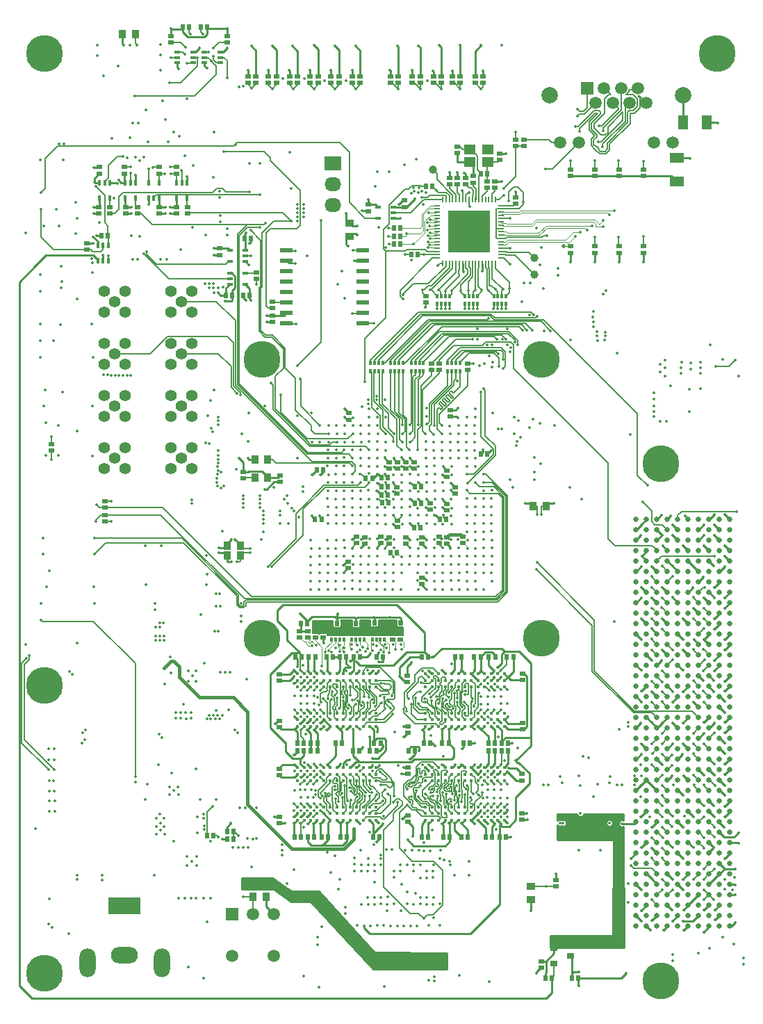
<source format=gbr>
G04 #@! TF.GenerationSoftware,KiCad,Pcbnew,5.0.0-rc3-6a2723a~65~ubuntu16.04.1*
G04 #@! TF.CreationDate,2018-11-29T22:42:40+06:00*
G04 #@! TF.ProjectId,Ki5,4B69352E6B696361645F706362000000,rev?*
G04 #@! TF.SameCoordinates,Original*
G04 #@! TF.FileFunction,Copper,L8,Bot,Mixed*
G04 #@! TF.FilePolarity,Positive*
%FSLAX46Y46*%
G04 Gerber Fmt 4.6, Leading zero omitted, Abs format (unit mm)*
G04 Created by KiCad (PCBNEW 5.0.0-rc3-6a2723a~65~ubuntu16.04.1) date Thu Nov 29 22:42:40 2018*
%MOMM*%
%LPD*%
G01*
G04 APERTURE LIST*
G04 #@! TA.AperFunction,Conductor*
%ADD10C,0.100000*%
G04 #@! TD*
G04 #@! TA.AperFunction,SMDPad,CuDef*
%ADD11C,0.590000*%
G04 #@! TD*
G04 #@! TA.AperFunction,SMDPad,CuDef*
%ADD12R,0.575000X0.650000*%
G04 #@! TD*
G04 #@! TA.AperFunction,ComponentPad*
%ADD13C,1.500000*%
G04 #@! TD*
G04 #@! TA.AperFunction,ComponentPad*
%ADD14C,2.000000*%
G04 #@! TD*
G04 #@! TA.AperFunction,ComponentPad*
%ADD15R,1.500000X1.500000*%
G04 #@! TD*
G04 #@! TA.AperFunction,SMDPad,CuDef*
%ADD16R,5.200000X5.200000*%
G04 #@! TD*
G04 #@! TA.AperFunction,SMDPad,CuDef*
%ADD17R,0.200000X0.800000*%
G04 #@! TD*
G04 #@! TA.AperFunction,SMDPad,CuDef*
%ADD18R,0.800000X0.200000*%
G04 #@! TD*
G04 #@! TA.AperFunction,BGAPad,CuDef*
%ADD19C,0.640000*%
G04 #@! TD*
G04 #@! TA.AperFunction,ComponentPad*
%ADD20O,2.000000X3.500000*%
G04 #@! TD*
G04 #@! TA.AperFunction,ComponentPad*
%ADD21O,3.300000X2.000000*%
G04 #@! TD*
G04 #@! TA.AperFunction,ComponentPad*
%ADD22R,4.000000X2.000000*%
G04 #@! TD*
G04 #@! TA.AperFunction,BGAPad,CuDef*
%ADD23C,0.420000*%
G04 #@! TD*
G04 #@! TA.AperFunction,SMDPad,CuDef*
%ADD24R,0.650000X0.575000*%
G04 #@! TD*
G04 #@! TA.AperFunction,SMDPad,CuDef*
%ADD25R,0.820000X1.000000*%
G04 #@! TD*
G04 #@! TA.AperFunction,SMDPad,CuDef*
%ADD26R,1.220000X1.800000*%
G04 #@! TD*
G04 #@! TA.AperFunction,SMDPad,CuDef*
%ADD27R,1.800000X1.220000*%
G04 #@! TD*
G04 #@! TA.AperFunction,SMDPad,CuDef*
%ADD28R,1.000000X0.820000*%
G04 #@! TD*
G04 #@! TA.AperFunction,ComponentPad*
%ADD29C,1.400000*%
G04 #@! TD*
G04 #@! TA.AperFunction,ComponentPad*
%ADD30R,2.030000X1.730000*%
G04 #@! TD*
G04 #@! TA.AperFunction,ComponentPad*
%ADD31O,2.030000X1.730000*%
G04 #@! TD*
G04 #@! TA.AperFunction,ComponentPad*
%ADD32C,4.500000*%
G04 #@! TD*
G04 #@! TA.AperFunction,SMDPad,CuDef*
%ADD33R,0.650000X0.400000*%
G04 #@! TD*
G04 #@! TA.AperFunction,SMDPad,CuDef*
%ADD34R,0.400000X0.650000*%
G04 #@! TD*
G04 #@! TA.AperFunction,SMDPad,CuDef*
%ADD35R,0.900000X0.800000*%
G04 #@! TD*
G04 #@! TA.AperFunction,SMDPad,CuDef*
%ADD36R,0.320000X0.500000*%
G04 #@! TD*
G04 #@! TA.AperFunction,SMDPad,CuDef*
%ADD37R,0.400000X0.500000*%
G04 #@! TD*
G04 #@! TA.AperFunction,SMDPad,CuDef*
%ADD38R,0.300000X0.500000*%
G04 #@! TD*
G04 #@! TA.AperFunction,BGAPad,CuDef*
%ADD39C,1.000000*%
G04 #@! TD*
G04 #@! TA.AperFunction,SMDPad,CuDef*
%ADD40R,1.500000X0.600000*%
G04 #@! TD*
G04 #@! TA.AperFunction,SMDPad,CuDef*
%ADD41R,0.900000X1.000000*%
G04 #@! TD*
G04 #@! TA.AperFunction,SMDPad,CuDef*
%ADD42R,1.400000X1.200000*%
G04 #@! TD*
G04 #@! TA.AperFunction,ViaPad*
%ADD43C,0.355600*%
G04 #@! TD*
G04 #@! TA.AperFunction,ViaPad*
%ADD44C,0.508000*%
G04 #@! TD*
G04 #@! TA.AperFunction,Conductor*
%ADD45C,0.254000*%
G04 #@! TD*
G04 #@! TA.AperFunction,Conductor*
%ADD46C,0.127000*%
G04 #@! TD*
G04 #@! TA.AperFunction,Conductor*
%ADD47C,0.203200*%
G04 #@! TD*
G04 #@! TA.AperFunction,Conductor*
%ADD48C,0.381000*%
G04 #@! TD*
G04 #@! TA.AperFunction,Conductor*
%ADD49C,0.152400*%
G04 #@! TD*
G04 #@! TA.AperFunction,Conductor*
%ADD50C,0.076200*%
G04 #@! TD*
G04 #@! TA.AperFunction,Conductor*
%ADD51C,0.121920*%
G04 #@! TD*
G04 APERTURE END LIST*
D10*
G04 #@! TO.N,AGND*
G04 #@! TO.C,C284*
G36*
X76466958Y-101630710D02*
X76481276Y-101632834D01*
X76495317Y-101636351D01*
X76508946Y-101641228D01*
X76522031Y-101647417D01*
X76534447Y-101654858D01*
X76546073Y-101663481D01*
X76556798Y-101673202D01*
X76566519Y-101683927D01*
X76575142Y-101695553D01*
X76582583Y-101707969D01*
X76588772Y-101721054D01*
X76593649Y-101734683D01*
X76597166Y-101748724D01*
X76599290Y-101763042D01*
X76600000Y-101777500D01*
X76600000Y-102122500D01*
X76599290Y-102136958D01*
X76597166Y-102151276D01*
X76593649Y-102165317D01*
X76588772Y-102178946D01*
X76582583Y-102192031D01*
X76575142Y-102204447D01*
X76566519Y-102216073D01*
X76556798Y-102226798D01*
X76546073Y-102236519D01*
X76534447Y-102245142D01*
X76522031Y-102252583D01*
X76508946Y-102258772D01*
X76495317Y-102263649D01*
X76481276Y-102267166D01*
X76466958Y-102269290D01*
X76452500Y-102270000D01*
X76157500Y-102270000D01*
X76143042Y-102269290D01*
X76128724Y-102267166D01*
X76114683Y-102263649D01*
X76101054Y-102258772D01*
X76087969Y-102252583D01*
X76075553Y-102245142D01*
X76063927Y-102236519D01*
X76053202Y-102226798D01*
X76043481Y-102216073D01*
X76034858Y-102204447D01*
X76027417Y-102192031D01*
X76021228Y-102178946D01*
X76016351Y-102165317D01*
X76012834Y-102151276D01*
X76010710Y-102136958D01*
X76010000Y-102122500D01*
X76010000Y-101777500D01*
X76010710Y-101763042D01*
X76012834Y-101748724D01*
X76016351Y-101734683D01*
X76021228Y-101721054D01*
X76027417Y-101707969D01*
X76034858Y-101695553D01*
X76043481Y-101683927D01*
X76053202Y-101673202D01*
X76063927Y-101663481D01*
X76075553Y-101654858D01*
X76087969Y-101647417D01*
X76101054Y-101641228D01*
X76114683Y-101636351D01*
X76128724Y-101632834D01*
X76143042Y-101630710D01*
X76157500Y-101630000D01*
X76452500Y-101630000D01*
X76466958Y-101630710D01*
X76466958Y-101630710D01*
G37*
D11*
G04 #@! TD*
G04 #@! TO.P,C284,1*
G04 #@! TO.N,AGND*
X76305000Y-101950000D03*
D10*
G04 #@! TO.N,VAA*
G04 #@! TO.C,C284*
G36*
X75496958Y-101630710D02*
X75511276Y-101632834D01*
X75525317Y-101636351D01*
X75538946Y-101641228D01*
X75552031Y-101647417D01*
X75564447Y-101654858D01*
X75576073Y-101663481D01*
X75586798Y-101673202D01*
X75596519Y-101683927D01*
X75605142Y-101695553D01*
X75612583Y-101707969D01*
X75618772Y-101721054D01*
X75623649Y-101734683D01*
X75627166Y-101748724D01*
X75629290Y-101763042D01*
X75630000Y-101777500D01*
X75630000Y-102122500D01*
X75629290Y-102136958D01*
X75627166Y-102151276D01*
X75623649Y-102165317D01*
X75618772Y-102178946D01*
X75612583Y-102192031D01*
X75605142Y-102204447D01*
X75596519Y-102216073D01*
X75586798Y-102226798D01*
X75576073Y-102236519D01*
X75564447Y-102245142D01*
X75552031Y-102252583D01*
X75538946Y-102258772D01*
X75525317Y-102263649D01*
X75511276Y-102267166D01*
X75496958Y-102269290D01*
X75482500Y-102270000D01*
X75187500Y-102270000D01*
X75173042Y-102269290D01*
X75158724Y-102267166D01*
X75144683Y-102263649D01*
X75131054Y-102258772D01*
X75117969Y-102252583D01*
X75105553Y-102245142D01*
X75093927Y-102236519D01*
X75083202Y-102226798D01*
X75073481Y-102216073D01*
X75064858Y-102204447D01*
X75057417Y-102192031D01*
X75051228Y-102178946D01*
X75046351Y-102165317D01*
X75042834Y-102151276D01*
X75040710Y-102136958D01*
X75040000Y-102122500D01*
X75040000Y-101777500D01*
X75040710Y-101763042D01*
X75042834Y-101748724D01*
X75046351Y-101734683D01*
X75051228Y-101721054D01*
X75057417Y-101707969D01*
X75064858Y-101695553D01*
X75073481Y-101683927D01*
X75083202Y-101673202D01*
X75093927Y-101663481D01*
X75105553Y-101654858D01*
X75117969Y-101647417D01*
X75131054Y-101641228D01*
X75144683Y-101636351D01*
X75158724Y-101632834D01*
X75173042Y-101630710D01*
X75187500Y-101630000D01*
X75482500Y-101630000D01*
X75496958Y-101630710D01*
X75496958Y-101630710D01*
G37*
D11*
G04 #@! TD*
G04 #@! TO.P,C284,2*
G04 #@! TO.N,VAA*
X75335000Y-101950000D03*
D12*
G04 #@! TO.P,C261,2*
G04 #@! TO.N,VAA*
X72332700Y-101972800D03*
G04 #@! TO.P,C261,1*
G04 #@! TO.N,AGND*
X73107700Y-101972800D03*
G04 #@! TD*
D13*
G04 #@! TO.P,J12,12*
G04 #@! TO.N,/Ethernet/ELED1*
X109480000Y-43430000D03*
G04 #@! TO.P,J12,11*
G04 #@! TO.N,Net-(J12-Pad11)*
X107190000Y-43430000D03*
G04 #@! TO.P,J12,10*
G04 #@! TO.N,/Ethernet/ELED0*
X98050000Y-43430000D03*
G04 #@! TO.P,J12,9*
G04 #@! TO.N,Net-(J12-Pad9)*
X95760000Y-43430000D03*
D14*
G04 #@! TO.P,J12,SH*
G04 #@! TO.N,AGND*
X94490000Y-37720000D03*
X110750000Y-37720000D03*
D13*
G04 #@! TO.P,J12,8*
G04 #@! TO.N,/Ethernet/MX1_P*
X106200000Y-38610000D03*
G04 #@! TO.P,J12,6*
G04 #@! TO.N,/Ethernet/MX2_P*
X104160000Y-38610000D03*
G04 #@! TO.P,J12,4*
G04 #@! TO.N,/Ethernet/MX3_N*
X102120000Y-38610000D03*
G04 #@! TO.P,J12,2*
G04 #@! TO.N,/Ethernet/MX4_P*
X100080000Y-38610000D03*
G04 #@! TO.P,J12,7*
G04 #@! TO.N,/Ethernet/MX1_N*
X105180000Y-36830000D03*
G04 #@! TO.P,J12,5*
G04 #@! TO.N,/Ethernet/MX3_P*
X103140000Y-36830000D03*
G04 #@! TO.P,J12,3*
G04 #@! TO.N,/Ethernet/MX2_N*
X101100000Y-36830000D03*
D15*
G04 #@! TO.P,J12,1*
G04 #@! TO.N,/Ethernet/MX4_N*
X99060000Y-36830000D03*
G04 #@! TD*
D16*
G04 #@! TO.P,IC1,69*
G04 #@! TO.N,AGND*
X84636400Y-54318200D03*
D17*
G04 #@! TO.P,IC1,68*
G04 #@! TO.N,Net-(C181-Pad1)*
X87836400Y-50418200D03*
G04 #@! TO.P,IC1,67*
G04 #@! TO.N,Net-(C205-Pad1)*
X87436400Y-50418200D03*
G04 #@! TO.P,IC1,66*
G04 #@! TO.N,Net-(IC1-Pad66)*
X87036400Y-50418200D03*
G04 #@! TO.P,IC1,65*
G04 #@! TO.N,Net-(IC1-Pad65)*
X86636400Y-50418200D03*
G04 #@! TO.P,IC1,64*
G04 #@! TO.N,Net-(IC1-Pad64)*
X86236400Y-50418200D03*
G04 #@! TO.P,IC1,63*
G04 #@! TO.N,Net-(C198-Pad2)*
X85836400Y-50418200D03*
G04 #@! TO.P,IC1,62*
G04 #@! TO.N,Net-(IC1-Pad62)*
X85436400Y-50418200D03*
G04 #@! TO.P,IC1,61*
G04 #@! TO.N,Net-(IC1-Pad61)*
X85036400Y-50418200D03*
G04 #@! TO.P,IC1,60*
G04 #@! TO.N,/Ethernet/ELED0*
X84636400Y-50418200D03*
G04 #@! TO.P,IC1,59*
G04 #@! TO.N,/Ethernet/ELED1*
X84236400Y-50418200D03*
G04 #@! TO.P,IC1,58*
G04 #@! TO.N,+2V5*
X83836400Y-50418200D03*
G04 #@! TO.P,IC1,57*
G04 #@! TO.N,/Ethernet/CLK_SQUELCH_IN*
X83436400Y-50418200D03*
G04 #@! TO.P,IC1,56*
G04 #@! TO.N,Net-(IC1-Pad56)*
X83036400Y-50418200D03*
G04 #@! TO.P,IC1,55*
G04 #@! TO.N,Net-(IC1-Pad55)*
X82636400Y-50418200D03*
G04 #@! TO.P,IC1,54*
G04 #@! TO.N,/Ethernet/CLKOUT*
X82236400Y-50418200D03*
G04 #@! TO.P,IC1,53*
G04 #@! TO.N,/Ethernet/GEMGXL_RST_2V5*
X81836400Y-50418200D03*
G04 #@! TO.P,IC1,52*
G04 #@! TO.N,/Ethernet/FASTLINK_FAIL_2V5*
X81436400Y-50418200D03*
D18*
G04 #@! TO.P,IC1,51*
G04 #@! TO.N,/Ethernet/GEMGXL_MDINT*
X80736400Y-51118200D03*
G04 #@! TO.P,IC1,50*
G04 #@! TO.N,GEMGXL_MDIO*
X80736400Y-51518200D03*
G04 #@! TO.P,IC1,49*
G04 #@! TO.N,VDD_GIVDD_P*
X80736400Y-51918200D03*
G04 #@! TO.P,IC1,48*
G04 #@! TO.N,GEMGXL_MDC*
X80736400Y-52318200D03*
G04 #@! TO.P,IC1,47*
G04 #@! TO.N,GEMGXL_TXD7*
X80736400Y-52718200D03*
G04 #@! TO.P,IC1,46*
G04 #@! TO.N,GEMGXL_TXD6*
X80736400Y-53118200D03*
G04 #@! TO.P,IC1,45*
G04 #@! TO.N,GEMGXL_TXD5*
X80736400Y-53518200D03*
G04 #@! TO.P,IC1,44*
G04 #@! TO.N,VDD_GIVDD_P*
X80736400Y-53918200D03*
G04 #@! TO.P,IC1,43*
G04 #@! TO.N,GEMGXL_TXD4*
X80736400Y-54318200D03*
G04 #@! TO.P,IC1,42*
G04 #@! TO.N,GEMGXL_TXD3*
X80736400Y-54718200D03*
G04 #@! TO.P,IC1,41*
G04 #@! TO.N,GEMGXL_TXD2*
X80736400Y-55118200D03*
G04 #@! TO.P,IC1,40*
G04 #@! TO.N,GEMGXL_TXD1*
X80736400Y-55518200D03*
G04 #@! TO.P,IC1,39*
G04 #@! TO.N,VDD_GIVDD_P*
X80736400Y-55918200D03*
G04 #@! TO.P,IC1,38*
G04 #@! TO.N,GEMGXL_TXD0*
X80736400Y-56318200D03*
G04 #@! TO.P,IC1,37*
G04 #@! TO.N,GEMGXL_GTX_CLK*
X80736400Y-56718200D03*
G04 #@! TO.P,IC1,36*
G04 #@! TO.N,/Ethernet/TX_CLK*
X80736400Y-57118200D03*
G04 #@! TO.P,IC1,35*
G04 #@! TO.N,GEMGXL_TX_ER*
X80736400Y-57518200D03*
D17*
G04 #@! TO.P,IC1,34*
G04 #@! TO.N,+1V0*
X81436400Y-58218200D03*
G04 #@! TO.P,IC1,33*
G04 #@! TO.N,GEMGXL_TX_EN*
X81836400Y-58218200D03*
G04 #@! TO.P,IC1,32*
G04 #@! TO.N,/Ethernet/RX_CLK*
X82236400Y-58218200D03*
G04 #@! TO.P,IC1,31*
G04 #@! TO.N,/Ethernet/RX_ER*
X82636400Y-58218200D03*
G04 #@! TO.P,IC1,30*
G04 #@! TO.N,/Ethernet/RX_DV*
X83036400Y-58218200D03*
G04 #@! TO.P,IC1,29*
G04 #@! TO.N,/Ethernet/RXD0*
X83436400Y-58218200D03*
G04 #@! TO.P,IC1,28*
G04 #@! TO.N,VDD_GIVDD_P*
X83836400Y-58218200D03*
G04 #@! TO.P,IC1,27*
G04 #@! TO.N,/Ethernet/RXD1*
X84236400Y-58218200D03*
G04 #@! TO.P,IC1,26*
G04 #@! TO.N,/Ethernet/RXD2*
X84636400Y-58218200D03*
G04 #@! TO.P,IC1,25*
G04 #@! TO.N,/Ethernet/RXD3*
X85036400Y-58218200D03*
G04 #@! TO.P,IC1,24*
G04 #@! TO.N,/Ethernet/RXD4*
X85436400Y-58218200D03*
G04 #@! TO.P,IC1,23*
G04 #@! TO.N,/Ethernet/RXD5*
X85836400Y-58218200D03*
G04 #@! TO.P,IC1,22*
G04 #@! TO.N,VDD_GIVDD_P*
X86236400Y-58218200D03*
G04 #@! TO.P,IC1,21*
G04 #@! TO.N,/Ethernet/RXD6*
X86636400Y-58218200D03*
G04 #@! TO.P,IC1,20*
G04 #@! TO.N,/Ethernet/RXD7*
X87036400Y-58218200D03*
G04 #@! TO.P,IC1,19*
G04 #@! TO.N,/Ethernet/CRS*
X87436400Y-58218200D03*
G04 #@! TO.P,IC1,18*
G04 #@! TO.N,/Ethernet/COL*
X87836400Y-58218200D03*
D18*
G04 #@! TO.P,IC1,17*
G04 #@! TO.N,+1V0*
X88536400Y-57518200D03*
G04 #@! TO.P,IC1,16*
G04 #@! TO.N,Net-(IC1-Pad16)*
X88536400Y-57118200D03*
G04 #@! TO.P,IC1,15*
G04 #@! TO.N,Net-(IC1-Pad15)*
X88536400Y-56718200D03*
G04 #@! TO.P,IC1,14*
G04 #@! TO.N,Net-(C181-Pad1)*
X88536400Y-56318200D03*
G04 #@! TO.P,IC1,13*
G04 #@! TO.N,/Ethernet/P0_D0_P*
X88536400Y-55918200D03*
G04 #@! TO.P,IC1,12*
G04 #@! TO.N,/Ethernet/P0_D0_N*
X88536400Y-55518200D03*
G04 #@! TO.P,IC1,11*
G04 #@! TO.N,Net-(C193-Pad1)*
X88536400Y-55118200D03*
G04 #@! TO.P,IC1,10*
G04 #@! TO.N,/Ethernet/P0_D1_P*
X88536400Y-54718200D03*
G04 #@! TO.P,IC1,9*
G04 #@! TO.N,/Ethernet/P0_D1_N*
X88536400Y-54318200D03*
G04 #@! TO.P,IC1,8*
G04 #@! TO.N,Net-(C193-Pad1)*
X88536400Y-53918200D03*
G04 #@! TO.P,IC1,7*
G04 #@! TO.N,/Ethernet/P0_D2_P*
X88536400Y-53518200D03*
G04 #@! TO.P,IC1,6*
G04 #@! TO.N,/Ethernet/P0_D2_N*
X88536400Y-53118200D03*
G04 #@! TO.P,IC1,5*
G04 #@! TO.N,Net-(C181-Pad1)*
X88536400Y-52718200D03*
G04 #@! TO.P,IC1,4*
G04 #@! TO.N,/Ethernet/P0_D3_P*
X88536400Y-52318200D03*
G04 #@! TO.P,IC1,3*
G04 #@! TO.N,/Ethernet/P0_D3_N*
X88536400Y-51918200D03*
G04 #@! TO.P,IC1,2*
G04 #@! TO.N,Net-(C193-Pad1)*
X88536400Y-51518200D03*
G04 #@! TO.P,IC1,1*
G04 #@! TO.N,Net-(IC1-Pad1)*
X88536400Y-51118200D03*
G04 #@! TD*
D19*
G04 #@! TO.P,J9,K40*
G04 #@! TO.N,Net-(J9-PadK40)*
X104987600Y-138890000D03*
G04 #@! TO.P,J9,K39*
G04 #@! TO.N,AGND*
X104987600Y-137620000D03*
G04 #@! TO.P,J9,K38*
G04 #@! TO.N,Net-(J9-PadK38)*
X104987600Y-136350000D03*
G04 #@! TO.P,J9,K37*
G04 #@! TO.N,Net-(J9-PadK37)*
X104987600Y-135080000D03*
G04 #@! TO.P,J9,K36*
G04 #@! TO.N,AGND*
X104987600Y-133810000D03*
G04 #@! TO.P,J9,K35*
G04 #@! TO.N,Net-(J9-PadK35)*
X104987600Y-132540000D03*
G04 #@! TO.P,J9,K34*
G04 #@! TO.N,Net-(J9-PadK34)*
X104987600Y-131270000D03*
G04 #@! TO.P,J9,K33*
G04 #@! TO.N,AGND*
X104987600Y-130000000D03*
G04 #@! TO.P,J9,K32*
G04 #@! TO.N,Net-(J9-PadK32)*
X104987600Y-128730000D03*
G04 #@! TO.P,J9,K31*
G04 #@! TO.N,Net-(J9-PadK31)*
X104987600Y-127460000D03*
G04 #@! TO.P,J9,K30*
G04 #@! TO.N,AGND*
X104987600Y-126190000D03*
G04 #@! TO.P,J9,K29*
G04 #@! TO.N,Net-(J9-PadK29)*
X104987600Y-124920000D03*
G04 #@! TO.P,J9,K28*
G04 #@! TO.N,Net-(J9-PadK28)*
X104987600Y-123650000D03*
G04 #@! TO.P,J9,K27*
G04 #@! TO.N,AGND*
X104987600Y-122380000D03*
G04 #@! TO.P,J9,K26*
G04 #@! TO.N,Net-(J9-PadK26)*
X104987600Y-121110000D03*
G04 #@! TO.P,J9,K25*
G04 #@! TO.N,Net-(J9-PadK25)*
X104987600Y-119840000D03*
G04 #@! TO.P,J9,K24*
G04 #@! TO.N,AGND*
X104987600Y-118570000D03*
G04 #@! TO.P,J9,K23*
G04 #@! TO.N,Net-(J9-PadK23)*
X104987600Y-117300000D03*
G04 #@! TO.P,J9,K22*
G04 #@! TO.N,Net-(J9-PadK22)*
X104987600Y-116030000D03*
G04 #@! TO.P,J9,K21*
G04 #@! TO.N,AGND*
X104987600Y-114765000D03*
G04 #@! TO.P,J9,K20*
G04 #@! TO.N,Net-(J9-PadK20)*
X104987600Y-113485000D03*
G04 #@! TO.P,J9,K19*
G04 #@! TO.N,Net-(J9-PadK19)*
X104987600Y-112220000D03*
G04 #@! TO.P,J9,K18*
G04 #@! TO.N,AGND*
X104987600Y-110950000D03*
G04 #@! TO.P,J9,K17*
G04 #@! TO.N,Net-(J9-PadK17)*
X104987600Y-109680000D03*
G04 #@! TO.P,J9,K16*
G04 #@! TO.N,Net-(J9-PadK16)*
X104987600Y-108410000D03*
G04 #@! TO.P,J9,K15*
G04 #@! TO.N,AGND*
X104987600Y-107140000D03*
G04 #@! TO.P,J9,K14*
G04 #@! TO.N,Net-(J9-PadK14)*
X104987600Y-105870000D03*
G04 #@! TO.P,J9,K13*
G04 #@! TO.N,Net-(J9-PadK13)*
X104987600Y-104600000D03*
G04 #@! TO.P,J9,K12*
G04 #@! TO.N,AGND*
X104987600Y-103330000D03*
G04 #@! TO.P,J9,K11*
G04 #@! TO.N,Net-(J9-PadK11)*
X104987600Y-102060000D03*
G04 #@! TO.P,J9,K10*
G04 #@! TO.N,Net-(J9-PadK10)*
X104987600Y-100790000D03*
G04 #@! TO.P,J9,K9*
G04 #@! TO.N,AGND*
X104987600Y-99520000D03*
G04 #@! TO.P,J9,K8*
G04 #@! TO.N,Net-(J9-PadK8)*
X104987600Y-98250000D03*
G04 #@! TO.P,J9,K7*
G04 #@! TO.N,Net-(J9-PadK7)*
X104987600Y-96980000D03*
G04 #@! TO.P,J9,K6*
G04 #@! TO.N,AGND*
X104987600Y-95710000D03*
G04 #@! TO.P,J9,K5*
G04 #@! TO.N,Net-(J9-PadK5)*
X104987600Y-94440000D03*
G04 #@! TO.P,J9,K4*
G04 #@! TO.N,Net-(J9-PadK4)*
X104987600Y-93170000D03*
G04 #@! TO.P,J9,K3*
G04 #@! TO.N,AGND*
X104987600Y-91900000D03*
G04 #@! TO.P,J9,K2*
X104987600Y-90630000D03*
G04 #@! TO.P,J9,K1*
G04 #@! TO.N,Net-(J9-PadK1)*
X104987600Y-89360000D03*
G04 #@! TO.P,J9,J40*
G04 #@! TO.N,AGND*
X106257600Y-138890000D03*
G04 #@! TO.P,J9,J39*
G04 #@! TO.N,Net-(J9-PadJ39)*
X106257600Y-137620000D03*
G04 #@! TO.P,J9,J38*
G04 #@! TO.N,AGND*
X106257600Y-136350000D03*
G04 #@! TO.P,J9,J37*
G04 #@! TO.N,Net-(J9-PadJ37)*
X106257600Y-135080000D03*
G04 #@! TO.P,J9,J36*
G04 #@! TO.N,Net-(J9-PadJ36)*
X106257600Y-133810000D03*
G04 #@! TO.P,J9,J35*
G04 #@! TO.N,AGND*
X106257600Y-132540000D03*
G04 #@! TO.P,J9,J34*
G04 #@! TO.N,Net-(J9-PadJ34)*
X106257600Y-131270000D03*
G04 #@! TO.P,J9,J33*
G04 #@! TO.N,Net-(J9-PadJ33)*
X106257600Y-130000000D03*
G04 #@! TO.P,J9,J32*
G04 #@! TO.N,AGND*
X106257600Y-128730000D03*
G04 #@! TO.P,J9,J31*
G04 #@! TO.N,Net-(J9-PadJ31)*
X106257600Y-127460000D03*
G04 #@! TO.P,J9,J30*
G04 #@! TO.N,Net-(J9-PadJ30)*
X106257600Y-126190000D03*
G04 #@! TO.P,J9,J29*
G04 #@! TO.N,AGND*
X106257600Y-124920000D03*
G04 #@! TO.P,J9,J28*
G04 #@! TO.N,Net-(J9-PadJ28)*
X106257600Y-123650000D03*
G04 #@! TO.P,J9,J27*
G04 #@! TO.N,Net-(J9-PadJ27)*
X106257600Y-122380000D03*
G04 #@! TO.P,J9,J26*
G04 #@! TO.N,AGND*
X106257600Y-121110000D03*
G04 #@! TO.P,J9,J25*
G04 #@! TO.N,Net-(J9-PadJ25)*
X106257600Y-119840000D03*
G04 #@! TO.P,J9,J24*
G04 #@! TO.N,Net-(J9-PadJ24)*
X106257600Y-118570000D03*
G04 #@! TO.P,J9,J23*
G04 #@! TO.N,AGND*
X106257600Y-117300000D03*
G04 #@! TO.P,J9,J22*
G04 #@! TO.N,Net-(J9-PadJ22)*
X106257600Y-116030000D03*
G04 #@! TO.P,J9,J21*
G04 #@! TO.N,Net-(J9-PadJ21)*
X106257600Y-114765000D03*
G04 #@! TO.P,J9,J20*
G04 #@! TO.N,AGND*
X106257600Y-113485000D03*
G04 #@! TO.P,J9,J19*
G04 #@! TO.N,Net-(J9-PadJ19)*
X106257600Y-112220000D03*
G04 #@! TO.P,J9,J18*
G04 #@! TO.N,Net-(J9-PadJ18)*
X106257600Y-110950000D03*
G04 #@! TO.P,J9,J17*
G04 #@! TO.N,AGND*
X106257600Y-109680000D03*
G04 #@! TO.P,J9,J16*
G04 #@! TO.N,Net-(J9-PadJ16)*
X106257600Y-108410000D03*
G04 #@! TO.P,J9,J15*
G04 #@! TO.N,Net-(J9-PadJ15)*
X106257600Y-107140000D03*
G04 #@! TO.P,J9,J14*
G04 #@! TO.N,AGND*
X106257600Y-105870000D03*
G04 #@! TO.P,J9,J13*
G04 #@! TO.N,Net-(J9-PadJ13)*
X106257600Y-104600000D03*
G04 #@! TO.P,J9,J12*
G04 #@! TO.N,Net-(J9-PadJ12)*
X106257600Y-103330000D03*
G04 #@! TO.P,J9,J11*
G04 #@! TO.N,AGND*
X106257600Y-102060000D03*
G04 #@! TO.P,J9,J10*
G04 #@! TO.N,Net-(J9-PadJ10)*
X106257600Y-100790000D03*
G04 #@! TO.P,J9,J9*
G04 #@! TO.N,Net-(J9-PadJ9)*
X106257600Y-99520000D03*
G04 #@! TO.P,J9,J8*
G04 #@! TO.N,AGND*
X106257600Y-98250000D03*
G04 #@! TO.P,J9,J7*
G04 #@! TO.N,Net-(J9-PadJ7)*
X106257600Y-96980000D03*
G04 #@! TO.P,J9,J6*
G04 #@! TO.N,Net-(J9-PadJ6)*
X106257600Y-95710000D03*
G04 #@! TO.P,J9,J5*
G04 #@! TO.N,AGND*
X106257600Y-94440000D03*
G04 #@! TO.P,J9,J4*
X106257600Y-93170000D03*
G04 #@! TO.P,J9,J3*
G04 #@! TO.N,Net-(J9-PadJ3)*
X106257600Y-91900000D03*
G04 #@! TO.P,J9,J2*
G04 #@! TO.N,Net-(J9-PadJ2)*
X106257600Y-90630000D03*
G04 #@! TO.P,J9,J1*
G04 #@! TO.N,AGND*
X106257600Y-89360000D03*
G04 #@! TO.P,J9,F40*
G04 #@! TO.N,Net-(J9-PadF40)*
X110062600Y-138890000D03*
G04 #@! TO.P,J9,F39*
G04 #@! TO.N,AGND*
X110062600Y-137620000D03*
G04 #@! TO.P,J9,F38*
G04 #@! TO.N,Net-(J9-PadF38)*
X110062600Y-136350000D03*
G04 #@! TO.P,J9,F37*
G04 #@! TO.N,Net-(J9-PadF37)*
X110062600Y-135080000D03*
G04 #@! TO.P,J9,F36*
G04 #@! TO.N,AGND*
X110062600Y-133810000D03*
G04 #@! TO.P,J9,F35*
G04 #@! TO.N,Net-(J9-PadF35)*
X110062600Y-132540000D03*
G04 #@! TO.P,J9,F34*
G04 #@! TO.N,Net-(J9-PadF34)*
X110062600Y-131270000D03*
G04 #@! TO.P,J9,F33*
G04 #@! TO.N,AGND*
X110062600Y-130000000D03*
G04 #@! TO.P,J9,F32*
G04 #@! TO.N,Net-(J9-PadF32)*
X110062600Y-128730000D03*
G04 #@! TO.P,J9,F31*
G04 #@! TO.N,Net-(J9-PadF31)*
X110062600Y-127460000D03*
G04 #@! TO.P,J9,F30*
G04 #@! TO.N,AGND*
X110062600Y-126190000D03*
G04 #@! TO.P,J9,F29*
G04 #@! TO.N,Net-(J9-PadF29)*
X110062600Y-124920000D03*
G04 #@! TO.P,J9,F28*
G04 #@! TO.N,Net-(J9-PadF28)*
X110062600Y-123650000D03*
G04 #@! TO.P,J9,F27*
G04 #@! TO.N,AGND*
X110062600Y-122380000D03*
G04 #@! TO.P,J9,F26*
G04 #@! TO.N,Net-(J9-PadF26)*
X110062600Y-121110000D03*
G04 #@! TO.P,J9,F25*
G04 #@! TO.N,Net-(J9-PadF25)*
X110062600Y-119840000D03*
G04 #@! TO.P,J9,F24*
G04 #@! TO.N,AGND*
X110062600Y-118570000D03*
G04 #@! TO.P,J9,F23*
G04 #@! TO.N,Net-(J9-PadF23)*
X110062600Y-117300000D03*
G04 #@! TO.P,J9,F22*
G04 #@! TO.N,Net-(J9-PadF22)*
X110062600Y-116030000D03*
G04 #@! TO.P,J9,F21*
G04 #@! TO.N,AGND*
X110062600Y-114765000D03*
G04 #@! TO.P,J9,F20*
G04 #@! TO.N,Net-(J9-PadF20)*
X110062600Y-113485000D03*
G04 #@! TO.P,J9,F19*
G04 #@! TO.N,Net-(J9-PadF19)*
X110062600Y-112220000D03*
G04 #@! TO.P,J9,F18*
G04 #@! TO.N,AGND*
X110062600Y-110950000D03*
G04 #@! TO.P,J9,F17*
G04 #@! TO.N,Net-(J9-PadF17)*
X110062600Y-109680000D03*
G04 #@! TO.P,J9,F16*
G04 #@! TO.N,Net-(J9-PadF16)*
X110062600Y-108410000D03*
G04 #@! TO.P,J9,F15*
G04 #@! TO.N,AGND*
X110062600Y-107140000D03*
G04 #@! TO.P,J9,F14*
G04 #@! TO.N,Net-(J9-PadF14)*
X110062600Y-105870000D03*
G04 #@! TO.P,J9,F13*
G04 #@! TO.N,Net-(J9-PadF13)*
X110062600Y-104600000D03*
G04 #@! TO.P,J9,F12*
G04 #@! TO.N,AGND*
X110062600Y-103330000D03*
G04 #@! TO.P,J9,F11*
G04 #@! TO.N,Net-(J9-PadF11)*
X110062600Y-102060000D03*
G04 #@! TO.P,J9,F10*
G04 #@! TO.N,Net-(J9-PadF10)*
X110062600Y-100790000D03*
G04 #@! TO.P,J9,F9*
G04 #@! TO.N,AGND*
X110062600Y-99520000D03*
G04 #@! TO.P,J9,F8*
G04 #@! TO.N,Net-(J9-PadF8)*
X110062600Y-98250000D03*
G04 #@! TO.P,J9,F7*
G04 #@! TO.N,Net-(J9-PadF7)*
X110062600Y-96980000D03*
G04 #@! TO.P,J9,F6*
G04 #@! TO.N,AGND*
X110062600Y-95710000D03*
G04 #@! TO.P,J9,F5*
G04 #@! TO.N,Net-(J9-PadF5)*
X110062600Y-94440000D03*
G04 #@! TO.P,J9,F4*
G04 #@! TO.N,Net-(J9-PadF4)*
X110062600Y-93170000D03*
G04 #@! TO.P,J9,F3*
G04 #@! TO.N,AGND*
X110062600Y-91900000D03*
G04 #@! TO.P,J9,F2*
X110062600Y-90630000D03*
G04 #@! TO.P,J9,F1*
G04 #@! TO.N,PG_1V8*
X110062600Y-89360000D03*
G04 #@! TO.P,J9,E40*
G04 #@! TO.N,AGND*
X111342600Y-138890000D03*
G04 #@! TO.P,J9,E39*
G04 #@! TO.N,Net-(J9-PadE39)*
X111342600Y-137620000D03*
G04 #@! TO.P,J9,E38*
G04 #@! TO.N,AGND*
X111342600Y-136350000D03*
G04 #@! TO.P,J9,E37*
G04 #@! TO.N,Net-(J9-PadE37)*
X111342600Y-135080000D03*
G04 #@! TO.P,J9,E36*
G04 #@! TO.N,Net-(J9-PadE36)*
X111342600Y-133810000D03*
G04 #@! TO.P,J9,E35*
G04 #@! TO.N,AGND*
X111342600Y-132540000D03*
G04 #@! TO.P,J9,E34*
G04 #@! TO.N,Net-(J9-PadE34)*
X111342600Y-131270000D03*
G04 #@! TO.P,J9,E33*
G04 #@! TO.N,Net-(J9-PadE33)*
X111342600Y-130000000D03*
G04 #@! TO.P,J9,E32*
G04 #@! TO.N,AGND*
X111342600Y-128730000D03*
G04 #@! TO.P,J9,E31*
G04 #@! TO.N,Net-(J9-PadE31)*
X111342600Y-127460000D03*
G04 #@! TO.P,J9,E30*
G04 #@! TO.N,Net-(J9-PadE30)*
X111342600Y-126190000D03*
G04 #@! TO.P,J9,E29*
G04 #@! TO.N,AGND*
X111342600Y-124920000D03*
G04 #@! TO.P,J9,E28*
G04 #@! TO.N,Net-(J9-PadE28)*
X111342600Y-123650000D03*
G04 #@! TO.P,J9,E27*
G04 #@! TO.N,Net-(J9-PadE27)*
X111342600Y-122380000D03*
G04 #@! TO.P,J9,E26*
G04 #@! TO.N,AGND*
X111342600Y-121110000D03*
G04 #@! TO.P,J9,E25*
G04 #@! TO.N,Net-(J9-PadE25)*
X111342600Y-119840000D03*
G04 #@! TO.P,J9,E24*
G04 #@! TO.N,Net-(J9-PadE24)*
X111342600Y-118570000D03*
G04 #@! TO.P,J9,E23*
G04 #@! TO.N,AGND*
X111342600Y-117300000D03*
G04 #@! TO.P,J9,E22*
G04 #@! TO.N,Net-(J9-PadE22)*
X111342600Y-116030000D03*
G04 #@! TO.P,J9,E21*
G04 #@! TO.N,Net-(J9-PadE21)*
X111342600Y-114765000D03*
G04 #@! TO.P,J9,E20*
G04 #@! TO.N,AGND*
X111342600Y-113485000D03*
G04 #@! TO.P,J9,E19*
G04 #@! TO.N,Net-(J9-PadE19)*
X111342600Y-112220000D03*
G04 #@! TO.P,J9,E18*
G04 #@! TO.N,Net-(J9-PadE18)*
X111342600Y-110950000D03*
G04 #@! TO.P,J9,E17*
G04 #@! TO.N,AGND*
X111342600Y-109680000D03*
G04 #@! TO.P,J9,E16*
G04 #@! TO.N,Net-(J9-PadE16)*
X111342600Y-108410000D03*
G04 #@! TO.P,J9,E15*
G04 #@! TO.N,Net-(J9-PadE15)*
X111342600Y-107140000D03*
G04 #@! TO.P,J9,E14*
G04 #@! TO.N,AGND*
X111342600Y-105870000D03*
G04 #@! TO.P,J9,E13*
G04 #@! TO.N,Net-(J9-PadE13)*
X111342600Y-104600000D03*
G04 #@! TO.P,J9,E12*
G04 #@! TO.N,Net-(J9-PadE12)*
X111342600Y-103330000D03*
G04 #@! TO.P,J9,E11*
G04 #@! TO.N,AGND*
X111342600Y-102060000D03*
G04 #@! TO.P,J9,E10*
G04 #@! TO.N,Net-(J9-PadE10)*
X111342600Y-100790000D03*
G04 #@! TO.P,J9,E9*
G04 #@! TO.N,Net-(J9-PadE9)*
X111342600Y-99520000D03*
G04 #@! TO.P,J9,E8*
G04 #@! TO.N,AGND*
X111342600Y-98250000D03*
G04 #@! TO.P,J9,E7*
G04 #@! TO.N,Net-(J9-PadE7)*
X111342600Y-96980000D03*
G04 #@! TO.P,J9,E6*
G04 #@! TO.N,Net-(J9-PadE6)*
X111342600Y-95710000D03*
G04 #@! TO.P,J9,E5*
G04 #@! TO.N,AGND*
X111342600Y-94440000D03*
G04 #@! TO.P,J9,E4*
X111342600Y-93170000D03*
G04 #@! TO.P,J9,E3*
G04 #@! TO.N,Net-(J9-PadE3)*
X111342600Y-91900000D03*
G04 #@! TO.P,J9,E2*
G04 #@! TO.N,Net-(J9-PadE2)*
X111342600Y-90630000D03*
G04 #@! TO.P,J9,E1*
G04 #@! TO.N,AGND*
X111342600Y-89360000D03*
G04 #@! TO.P,J9,A40*
X116417600Y-138890000D03*
G04 #@! TO.P,J9,A39*
G04 #@! TO.N,Net-(J9-PadA39)*
X116417600Y-137620000D03*
G04 #@! TO.P,J9,A38*
G04 #@! TO.N,Net-(J9-PadA38)*
X116417600Y-136350000D03*
G04 #@! TO.P,J9,A37*
G04 #@! TO.N,AGND*
X116417600Y-135080000D03*
G04 #@! TO.P,J9,A36*
X116417600Y-133810000D03*
G04 #@! TO.P,J9,A35*
G04 #@! TO.N,Net-(J9-PadA35)*
X116417600Y-132540000D03*
G04 #@! TO.P,J9,A34*
G04 #@! TO.N,Net-(J9-PadA34)*
X116417600Y-131270000D03*
G04 #@! TO.P,J9,A33*
G04 #@! TO.N,AGND*
X116417600Y-130000000D03*
G04 #@! TO.P,J9,A32*
X116417600Y-128730000D03*
G04 #@! TO.P,J9,A31*
G04 #@! TO.N,Net-(J9-PadA31)*
X116417600Y-127460000D03*
G04 #@! TO.P,J9,A30*
G04 #@! TO.N,Net-(J9-PadA30)*
X116417600Y-126190000D03*
G04 #@! TO.P,J9,A29*
G04 #@! TO.N,AGND*
X116417600Y-124920000D03*
G04 #@! TO.P,J9,A28*
X116417600Y-123650000D03*
G04 #@! TO.P,J9,A27*
G04 #@! TO.N,Net-(J9-PadA27)*
X116417600Y-122380000D03*
G04 #@! TO.P,J9,A26*
G04 #@! TO.N,Net-(J9-PadA26)*
X116417600Y-121110000D03*
G04 #@! TO.P,J9,A25*
G04 #@! TO.N,AGND*
X116417600Y-119840000D03*
G04 #@! TO.P,J9,A24*
X116417600Y-118570000D03*
G04 #@! TO.P,J9,A23*
G04 #@! TO.N,Net-(J9-PadA23)*
X116417600Y-117300000D03*
G04 #@! TO.P,J9,A22*
G04 #@! TO.N,Net-(J9-PadA22)*
X116417600Y-116030000D03*
G04 #@! TO.P,J9,A21*
G04 #@! TO.N,AGND*
X116417600Y-114765000D03*
G04 #@! TO.P,J9,A20*
X116417600Y-113485000D03*
G04 #@! TO.P,J9,A19*
G04 #@! TO.N,Net-(J9-PadA19)*
X116417600Y-112220000D03*
G04 #@! TO.P,J9,A18*
G04 #@! TO.N,Net-(J9-PadA18)*
X116417600Y-110950000D03*
G04 #@! TO.P,J9,A17*
G04 #@! TO.N,AGND*
X116417600Y-109680000D03*
G04 #@! TO.P,J9,A16*
X116417600Y-108410000D03*
G04 #@! TO.P,J9,A15*
G04 #@! TO.N,Net-(J9-PadA15)*
X116417600Y-107140000D03*
G04 #@! TO.P,J9,A14*
G04 #@! TO.N,Net-(J9-PadA14)*
X116417600Y-105870000D03*
G04 #@! TO.P,J9,A13*
G04 #@! TO.N,AGND*
X116417600Y-104600000D03*
G04 #@! TO.P,J9,A12*
X116417600Y-103330000D03*
G04 #@! TO.P,J9,A11*
G04 #@! TO.N,Net-(J9-PadA11)*
X116417600Y-102060000D03*
G04 #@! TO.P,J9,A10*
G04 #@! TO.N,Net-(J9-PadA10)*
X116417600Y-100790000D03*
G04 #@! TO.P,J9,A9*
G04 #@! TO.N,AGND*
X116417600Y-99520000D03*
G04 #@! TO.P,J9,A8*
X116417600Y-98250000D03*
G04 #@! TO.P,J9,A7*
G04 #@! TO.N,Net-(J9-PadA7)*
X116417600Y-96980000D03*
G04 #@! TO.P,J9,A6*
G04 #@! TO.N,Net-(J9-PadA6)*
X116417600Y-95710000D03*
G04 #@! TO.P,J9,A5*
G04 #@! TO.N,AGND*
X116417600Y-94440000D03*
G04 #@! TO.P,J9,A4*
X116417600Y-93170000D03*
G04 #@! TO.P,J9,A3*
G04 #@! TO.N,Net-(J9-PadA3)*
X116417600Y-91900000D03*
G04 #@! TO.P,J9,A2*
G04 #@! TO.N,Net-(J9-PadA2)*
X116417600Y-90630000D03*
G04 #@! TO.P,J9,A1*
G04 #@! TO.N,AGND*
X116417600Y-89360000D03*
G04 #@! TO.P,J9,B40*
G04 #@! TO.N,Net-(J9-PadB40)*
X115147600Y-138890000D03*
G04 #@! TO.P,J9,B39*
G04 #@! TO.N,AGND*
X115147600Y-137620000D03*
G04 #@! TO.P,J9,B38*
X115147600Y-136350000D03*
G04 #@! TO.P,J9,B37*
G04 #@! TO.N,Net-(J9-PadB37)*
X115147600Y-135080000D03*
G04 #@! TO.P,J9,B36*
G04 #@! TO.N,Net-(J9-PadB36)*
X115147600Y-133810000D03*
G04 #@! TO.P,J9,B35*
G04 #@! TO.N,AGND*
X115147600Y-132540000D03*
G04 #@! TO.P,J9,B34*
X115147600Y-131270000D03*
G04 #@! TO.P,J9,B33*
G04 #@! TO.N,Net-(J9-PadB33)*
X115147600Y-130000000D03*
G04 #@! TO.P,J9,B32*
G04 #@! TO.N,Net-(J9-PadB32)*
X115147600Y-128730000D03*
G04 #@! TO.P,J9,B31*
G04 #@! TO.N,AGND*
X115147600Y-127460000D03*
G04 #@! TO.P,J9,B30*
X115147600Y-126190000D03*
G04 #@! TO.P,J9,B29*
G04 #@! TO.N,Net-(J9-PadB29)*
X115147600Y-124920000D03*
G04 #@! TO.P,J9,B28*
G04 #@! TO.N,Net-(J9-PadB28)*
X115147600Y-123650000D03*
G04 #@! TO.P,J9,B27*
G04 #@! TO.N,AGND*
X115147600Y-122380000D03*
G04 #@! TO.P,J9,B26*
X115147600Y-121110000D03*
G04 #@! TO.P,J9,B25*
G04 #@! TO.N,Net-(J9-PadB25)*
X115147600Y-119840000D03*
G04 #@! TO.P,J9,B24*
G04 #@! TO.N,Net-(J9-PadB24)*
X115147600Y-118570000D03*
G04 #@! TO.P,J9,B23*
G04 #@! TO.N,AGND*
X115147600Y-117300000D03*
G04 #@! TO.P,J9,B22*
X115147600Y-116030000D03*
G04 #@! TO.P,J9,B21*
G04 #@! TO.N,Net-(J9-PadB21)*
X115147600Y-114765000D03*
G04 #@! TO.P,J9,B20*
G04 #@! TO.N,Net-(J9-PadB20)*
X115147600Y-113485000D03*
G04 #@! TO.P,J9,B19*
G04 #@! TO.N,AGND*
X115147600Y-112220000D03*
G04 #@! TO.P,J9,B18*
X115147600Y-110950000D03*
G04 #@! TO.P,J9,B17*
G04 #@! TO.N,Net-(J9-PadB17)*
X115147600Y-109680000D03*
G04 #@! TO.P,J9,B16*
G04 #@! TO.N,Net-(J9-PadB16)*
X115147600Y-108410000D03*
G04 #@! TO.P,J9,B15*
G04 #@! TO.N,AGND*
X115147600Y-107140000D03*
G04 #@! TO.P,J9,B14*
X115147600Y-105870000D03*
G04 #@! TO.P,J9,B13*
G04 #@! TO.N,Net-(J9-PadB13)*
X115147600Y-104600000D03*
G04 #@! TO.P,J9,B12*
G04 #@! TO.N,Net-(J9-PadB12)*
X115147600Y-103330000D03*
G04 #@! TO.P,J9,B11*
G04 #@! TO.N,AGND*
X115147600Y-102060000D03*
G04 #@! TO.P,J9,B10*
X115147600Y-100790000D03*
G04 #@! TO.P,J9,B9*
G04 #@! TO.N,Net-(J9-PadB9)*
X115147600Y-99520000D03*
G04 #@! TO.P,J9,B8*
G04 #@! TO.N,Net-(J9-PadB8)*
X115147600Y-98250000D03*
G04 #@! TO.P,J9,B7*
G04 #@! TO.N,AGND*
X115147600Y-96980000D03*
G04 #@! TO.P,J9,B6*
X115147600Y-95710000D03*
G04 #@! TO.P,J9,B5*
G04 #@! TO.N,Net-(J9-PadB5)*
X115147600Y-94440000D03*
G04 #@! TO.P,J9,B4*
G04 #@! TO.N,Net-(J9-PadB4)*
X115147600Y-93170000D03*
G04 #@! TO.P,J9,B3*
G04 #@! TO.N,AGND*
X115147600Y-91900000D03*
G04 #@! TO.P,J9,B2*
X115147600Y-90630000D03*
G04 #@! TO.P,J9,B1*
G04 #@! TO.N,Net-(J9-PadB1)*
X115147600Y-89360000D03*
G04 #@! TO.P,J9,G1*
G04 #@! TO.N,AGND*
X108797600Y-89360000D03*
G04 #@! TO.P,J9,G2*
G04 #@! TO.N,CHIPLINK_RX_CLK*
X108797600Y-90630000D03*
G04 #@! TO.P,J9,G3*
G04 #@! TO.N,Net-(J9-PadG3)*
X108797600Y-91900000D03*
G04 #@! TO.P,J9,G4*
G04 #@! TO.N,AGND*
X108797600Y-93170000D03*
G04 #@! TO.P,J9,G5*
X108797600Y-94440000D03*
G04 #@! TO.P,J9,G6*
G04 #@! TO.N,CHIPLINK_TX_DAT0*
X108797600Y-95710000D03*
G04 #@! TO.P,J9,G7*
G04 #@! TO.N,CHIPLINK_TX_DAT1*
X108797600Y-96980000D03*
G04 #@! TO.P,J9,G8*
G04 #@! TO.N,AGND*
X108797600Y-98250000D03*
G04 #@! TO.P,J9,G9*
G04 #@! TO.N,CHIPLINK_TX_DAT6*
X108797600Y-99520000D03*
G04 #@! TO.P,J9,G10*
G04 #@! TO.N,CHIPLINK_TX_DAT7*
X108797600Y-100790000D03*
G04 #@! TO.P,J9,G11*
G04 #@! TO.N,AGND*
X108797600Y-102060000D03*
G04 #@! TO.P,J9,G12*
G04 #@! TO.N,CHIPLINK_TX_DAT16*
X108797600Y-103330000D03*
G04 #@! TO.P,J9,G13*
G04 #@! TO.N,CHIPLINK_TX_DAT17*
X108797600Y-104600000D03*
G04 #@! TO.P,J9,G14*
G04 #@! TO.N,AGND*
X108797600Y-105870000D03*
G04 #@! TO.P,J9,G15*
G04 #@! TO.N,CHIPLINK_TX_DAT24*
X108797600Y-107140000D03*
G04 #@! TO.P,J9,G16*
G04 #@! TO.N,CHIPLINK_TX_DAT25*
X108797600Y-108410000D03*
G04 #@! TO.P,J9,G17*
G04 #@! TO.N,AGND*
X108797600Y-109680000D03*
G04 #@! TO.P,J9,G18*
G04 #@! TO.N,CHIPLINK_TX_SEND*
X108797600Y-110950000D03*
G04 #@! TO.P,J9,G19*
G04 #@! TO.N,CHIPLINK_TX_RST*
X108797600Y-112220000D03*
G04 #@! TO.P,J9,G20*
G04 #@! TO.N,AGND*
X108797600Y-113485000D03*
G04 #@! TO.P,J9,G40*
X108797600Y-138890000D03*
G04 #@! TO.P,J9,G39*
G04 #@! TO.N,Net-(J9-PadG39)*
X108797600Y-137620000D03*
G04 #@! TO.P,J9,G38*
G04 #@! TO.N,AGND*
X108797600Y-136350000D03*
G04 #@! TO.P,J9,G37*
G04 #@! TO.N,CHIPLINK_RX_RST*
X108797600Y-135080000D03*
G04 #@! TO.P,J9,G36*
G04 #@! TO.N,CHIPLINK_RX_SEND*
X108797600Y-133810000D03*
G04 #@! TO.P,J9,G35*
G04 #@! TO.N,AGND*
X108797600Y-132540000D03*
G04 #@! TO.P,J9,G34*
G04 #@! TO.N,CHIPLINK_RX_DAT29*
X108797600Y-131270000D03*
G04 #@! TO.P,J9,G33*
G04 #@! TO.N,CHIPLINK_RX_DAT28*
X108797600Y-130000000D03*
G04 #@! TO.P,J9,G32*
G04 #@! TO.N,AGND*
X108797600Y-128730000D03*
G04 #@! TO.P,J9,G31*
G04 #@! TO.N,CHIPLINK_RX_DAT25*
X108797600Y-127460000D03*
G04 #@! TO.P,J9,G30*
G04 #@! TO.N,CHIPLINK_RX_DAT24*
X108797600Y-126190000D03*
G04 #@! TO.P,J9,G29*
G04 #@! TO.N,AGND*
X108797600Y-124920000D03*
G04 #@! TO.P,J9,G28*
G04 #@! TO.N,CHIPLINK_RX_DAT17*
X108797600Y-123650000D03*
G04 #@! TO.P,J9,G27*
G04 #@! TO.N,CHIPLINK_RX_DAT16*
X108797600Y-122380000D03*
G04 #@! TO.P,J9,G26*
G04 #@! TO.N,AGND*
X108797600Y-121110000D03*
G04 #@! TO.P,J9,G25*
G04 #@! TO.N,CHIPLINK_RX_DAT11*
X108797600Y-119840000D03*
G04 #@! TO.P,J9,G24*
G04 #@! TO.N,CHIPLINK_RX_DAT10*
X108797600Y-118570000D03*
G04 #@! TO.P,J9,G23*
G04 #@! TO.N,AGND*
X108797600Y-117300000D03*
G04 #@! TO.P,J9,G22*
G04 #@! TO.N,CHIPLINK_RX_DAT7*
X108797600Y-116030000D03*
G04 #@! TO.P,J9,G21*
G04 #@! TO.N,CHIPLINK_RX_DAT6*
X108797600Y-114765000D03*
G04 #@! TO.P,J9,H21*
G04 #@! TO.N,AGND*
X107527600Y-114765000D03*
G04 #@! TO.P,J9,H22*
G04 #@! TO.N,CHIPLINK_RX_DAT4*
X107527600Y-116030000D03*
G04 #@! TO.P,J9,H23*
G04 #@! TO.N,CHIPLINK_RX_DAT5*
X107527600Y-117300000D03*
G04 #@! TO.P,J9,H24*
G04 #@! TO.N,AGND*
X107527600Y-118570000D03*
G04 #@! TO.P,J9,H25*
G04 #@! TO.N,CHIPLINK_RX_DAT8*
X107527600Y-119840000D03*
G04 #@! TO.P,J9,H26*
G04 #@! TO.N,CHIPLINK_RX_DAT9*
X107527600Y-121110000D03*
G04 #@! TO.P,J9,H27*
G04 #@! TO.N,AGND*
X107527600Y-122380000D03*
G04 #@! TO.P,J9,H28*
G04 #@! TO.N,CHIPLINK_RX_DAT14*
X107527600Y-123650000D03*
G04 #@! TO.P,J9,H29*
G04 #@! TO.N,CHIPLINK_RX_DAT15*
X107527600Y-124920000D03*
G04 #@! TO.P,J9,H30*
G04 #@! TO.N,AGND*
X107527600Y-126190000D03*
G04 #@! TO.P,J9,H31*
G04 #@! TO.N,CHIPLINK_RX_DAT22*
X107527600Y-127460000D03*
G04 #@! TO.P,J9,H32*
G04 #@! TO.N,CHIPLINK_RX_DAT23*
X107527600Y-128730000D03*
G04 #@! TO.P,J9,H33*
G04 #@! TO.N,AGND*
X107527600Y-130000000D03*
G04 #@! TO.P,J9,H34*
G04 #@! TO.N,CHIPLINK_RX_DAT26*
X107527600Y-131270000D03*
G04 #@! TO.P,J9,H35*
G04 #@! TO.N,CHIPLINK_RX_DAT27*
X107527600Y-132540000D03*
G04 #@! TO.P,J9,H36*
G04 #@! TO.N,AGND*
X107527600Y-133810000D03*
G04 #@! TO.P,J9,H37*
G04 #@! TO.N,CHIPLINK_RX_DAT30*
X107527600Y-135080000D03*
G04 #@! TO.P,J9,H38*
G04 #@! TO.N,CHIPLINK_RX_DAT31*
X107527600Y-136350000D03*
G04 #@! TO.P,J9,H39*
G04 #@! TO.N,AGND*
X107527600Y-137620000D03*
G04 #@! TO.P,J9,H40*
G04 #@! TO.N,Net-(J9-PadH40)*
X107527600Y-138890000D03*
G04 #@! TO.P,J9,H20*
G04 #@! TO.N,CHIPLINK_TX_DAT31*
X107527600Y-113485000D03*
G04 #@! TO.P,J9,H19*
G04 #@! TO.N,CHIPLINK_TX_DAT30*
X107527600Y-112220000D03*
G04 #@! TO.P,J9,H18*
G04 #@! TO.N,AGND*
X107527600Y-110950000D03*
G04 #@! TO.P,J9,H17*
G04 #@! TO.N,CHIPLINK_TX_DAT23*
X107527600Y-109680000D03*
G04 #@! TO.P,J9,H16*
G04 #@! TO.N,CHIPLINK_TX_DAT22*
X107527600Y-108410000D03*
G04 #@! TO.P,J9,H15*
G04 #@! TO.N,AGND*
X107527600Y-107140000D03*
G04 #@! TO.P,J9,H14*
G04 #@! TO.N,CHIPLINK_TX_DAT15*
X107527600Y-105870000D03*
G04 #@! TO.P,J9,H13*
G04 #@! TO.N,CHIPLINK_TX_DAT14*
X107527600Y-104600000D03*
G04 #@! TO.P,J9,H12*
G04 #@! TO.N,AGND*
X107527600Y-103330000D03*
G04 #@! TO.P,J9,H11*
G04 #@! TO.N,CHIPLINK_TX_DAT9*
X107527600Y-102060000D03*
G04 #@! TO.P,J9,H10*
G04 #@! TO.N,CHIPLINK_TX_DAT8*
X107527600Y-100790000D03*
G04 #@! TO.P,J9,H9*
G04 #@! TO.N,AGND*
X107527600Y-99520000D03*
G04 #@! TO.P,J9,H8*
G04 #@! TO.N,CHIPLINK_TX_DAT5*
X107527600Y-98250000D03*
G04 #@! TO.P,J9,H7*
G04 #@! TO.N,CHIPLINK_TX_DAT4*
X107527600Y-96980000D03*
G04 #@! TO.P,J9,H6*
G04 #@! TO.N,AGND*
X107527600Y-95710000D03*
G04 #@! TO.P,J9,H5*
G04 #@! TO.N,Net-(J9-PadH5)*
X107527600Y-94440000D03*
G04 #@! TO.P,J9,H4*
G04 #@! TO.N,CHIPLINK_TX_CLK*
X107527600Y-93170000D03*
G04 #@! TO.P,J9,H3*
G04 #@! TO.N,AGND*
X107527600Y-91900000D03*
G04 #@! TO.P,J9,H2*
X107527600Y-90630000D03*
G04 #@! TO.P,J9,H1*
G04 #@! TO.N,VDD_GIVDD_P*
X107527600Y-89360000D03*
G04 #@! TO.P,J9,D1*
G04 #@! TO.N,Net-(J9-PadD1)*
X112607600Y-89360000D03*
G04 #@! TO.P,J9,D2*
G04 #@! TO.N,AGND*
X112607600Y-90630000D03*
G04 #@! TO.P,J9,D3*
X112607600Y-91900000D03*
G04 #@! TO.P,J9,D4*
G04 #@! TO.N,Net-(J9-PadD4)*
X112607600Y-93170000D03*
G04 #@! TO.P,J9,D5*
G04 #@! TO.N,Net-(J9-PadD5)*
X112607600Y-94440000D03*
G04 #@! TO.P,J9,D6*
G04 #@! TO.N,AGND*
X112607600Y-95710000D03*
G04 #@! TO.P,J9,D7*
X112607600Y-96980000D03*
G04 #@! TO.P,J9,D8*
G04 #@! TO.N,CHIPLINK_TX_DAT2*
X112607600Y-98250000D03*
G04 #@! TO.P,J9,D9*
G04 #@! TO.N,CHIPLINK_TX_DAT3*
X112607600Y-99520000D03*
G04 #@! TO.P,J9,D10*
G04 #@! TO.N,AGND*
X112607600Y-100790000D03*
G04 #@! TO.P,J9,D11*
G04 #@! TO.N,CHIPLINK_TX_DAT10*
X112607600Y-102060000D03*
G04 #@! TO.P,J9,D12*
G04 #@! TO.N,CHIPLINK_TX_DAT11*
X112607600Y-103330000D03*
G04 #@! TO.P,J9,D13*
G04 #@! TO.N,AGND*
X112607600Y-104600000D03*
G04 #@! TO.P,J9,D14*
G04 #@! TO.N,CHIPLINK_TX_DAT18*
X112607600Y-105870000D03*
G04 #@! TO.P,J9,D15*
G04 #@! TO.N,CHIPLINK_TX_DAT19*
X112607600Y-107140000D03*
G04 #@! TO.P,J9,D16*
G04 #@! TO.N,AGND*
X112607600Y-108410000D03*
G04 #@! TO.P,J9,D17*
G04 #@! TO.N,CHIPLINK_TX_DAT26*
X112607600Y-109680000D03*
G04 #@! TO.P,J9,D18*
G04 #@! TO.N,CHIPLINK_TX_DAT27*
X112607600Y-110950000D03*
G04 #@! TO.P,J9,D19*
G04 #@! TO.N,AGND*
X112607600Y-112220000D03*
G04 #@! TO.P,J9,D20*
G04 #@! TO.N,CHIPLINK_RX_DAT0*
X112607600Y-113485000D03*
G04 #@! TO.P,J9,D40*
G04 #@! TO.N,Net-(J9-PadD40)*
X112607600Y-138890000D03*
G04 #@! TO.P,J9,D39*
G04 #@! TO.N,AGND*
X112607600Y-137620000D03*
G04 #@! TO.P,J9,D38*
G04 #@! TO.N,Net-(J9-PadD38)*
X112607600Y-136350000D03*
G04 #@! TO.P,J9,D37*
G04 #@! TO.N,AGND*
X112607600Y-135080000D03*
G04 #@! TO.P,J9,D36*
G04 #@! TO.N,Net-(J9-PadD36)*
X112607600Y-133810000D03*
G04 #@! TO.P,J9,D35*
G04 #@! TO.N,/FMC.sch/FMC_GA1*
X112607600Y-132540000D03*
G04 #@! TO.P,J9,D34*
G04 #@! TO.N,Net-(J9-PadD34)*
X112607600Y-131270000D03*
G04 #@! TO.P,J9,D33*
G04 #@! TO.N,Net-(J9-PadD33)*
X112607600Y-130000000D03*
G04 #@! TO.P,J9,D32*
G04 #@! TO.N,+3.3VP*
X112607600Y-128730000D03*
G04 #@! TO.P,J9,D31*
G04 #@! TO.N,Net-(J9-PadD31)*
X112607600Y-127460000D03*
G04 #@! TO.P,J9,D30*
G04 #@! TO.N,Net-(J9-PadD30)*
X112607600Y-126190000D03*
G04 #@! TO.P,J9,D29*
G04 #@! TO.N,Net-(J9-PadD29)*
X112607600Y-124920000D03*
G04 #@! TO.P,J9,D28*
G04 #@! TO.N,AGND*
X112607600Y-123650000D03*
G04 #@! TO.P,J9,D27*
G04 #@! TO.N,CHIPLINK_RX_DAT19*
X112607600Y-122380000D03*
G04 #@! TO.P,J9,D26*
G04 #@! TO.N,CHIPLINK_RX_DAT18*
X112607600Y-121110000D03*
G04 #@! TO.P,J9,D25*
G04 #@! TO.N,AGND*
X112607600Y-119840000D03*
G04 #@! TO.P,J9,D24*
G04 #@! TO.N,CHIPLINK_RX_DAT13*
X112607600Y-118570000D03*
G04 #@! TO.P,J9,D23*
G04 #@! TO.N,CHIPLINK_RX_DAT12*
X112607600Y-117300000D03*
G04 #@! TO.P,J9,D22*
G04 #@! TO.N,AGND*
X112607600Y-116030000D03*
G04 #@! TO.P,J9,D21*
G04 #@! TO.N,CHIPLINK_RX_DAT1*
X112607600Y-114765000D03*
G04 #@! TO.P,J9,C21*
G04 #@! TO.N,AGND*
X113877600Y-114765000D03*
G04 #@! TO.P,J9,C22*
G04 #@! TO.N,CHIPLINK_RX_DAT2*
X113877600Y-116030000D03*
G04 #@! TO.P,J9,C23*
G04 #@! TO.N,CHIPLINK_RX_DAT3*
X113877600Y-117300000D03*
G04 #@! TO.P,J9,C24*
G04 #@! TO.N,AGND*
X113877600Y-118570000D03*
G04 #@! TO.P,J9,C25*
X113877600Y-119840000D03*
G04 #@! TO.P,J9,C26*
G04 #@! TO.N,CHIPLINK_RX_DAT20*
X113877600Y-121110000D03*
G04 #@! TO.P,J9,C27*
G04 #@! TO.N,CHIPLINK_RX_DAT21*
X113877600Y-122380000D03*
G04 #@! TO.P,J9,C28*
G04 #@! TO.N,AGND*
X113877600Y-123650000D03*
G04 #@! TO.P,J9,C29*
X113877600Y-124920000D03*
G04 #@! TO.P,J9,C30*
G04 #@! TO.N,/FMC.sch/FMC_SCL*
X113877600Y-126190000D03*
G04 #@! TO.P,J9,C31*
G04 #@! TO.N,/FMC.sch/FMC_SDA*
X113877600Y-127460000D03*
G04 #@! TO.P,J9,C32*
G04 #@! TO.N,AGND*
X113877600Y-128730000D03*
G04 #@! TO.P,J9,C33*
X113877600Y-130000000D03*
G04 #@! TO.P,J9,C34*
G04 #@! TO.N,/FMC.sch/FMC_GA0*
X113877600Y-131270000D03*
G04 #@! TO.P,J9,C35*
G04 #@! TO.N,Net-(J9-PadC35)*
X113877600Y-132540000D03*
G04 #@! TO.P,J9,C36*
G04 #@! TO.N,AGND*
X113877600Y-133810000D03*
G04 #@! TO.P,J9,C37*
G04 #@! TO.N,Net-(J9-PadC35)*
X113877600Y-135080000D03*
G04 #@! TO.P,J9,C38*
G04 #@! TO.N,AGND*
X113877600Y-136350000D03*
G04 #@! TO.P,J9,C39*
G04 #@! TO.N,Net-(J9-PadC39)*
X113877600Y-137620000D03*
G04 #@! TO.P,J9,C40*
G04 #@! TO.N,AGND*
X113877600Y-138890000D03*
G04 #@! TO.P,J9,C20*
X113877600Y-113485000D03*
G04 #@! TO.P,J9,C19*
G04 #@! TO.N,CHIPLINK_TX_DAT29*
X113877600Y-112220000D03*
G04 #@! TO.P,J9,C18*
G04 #@! TO.N,CHIPLINK_TX_DAT28*
X113877600Y-110950000D03*
G04 #@! TO.P,J9,C17*
G04 #@! TO.N,AGND*
X113877600Y-109680000D03*
G04 #@! TO.P,J9,C16*
X113877600Y-108410000D03*
G04 #@! TO.P,J9,C15*
G04 #@! TO.N,CHIPLINK_TX_DAT21*
X113877600Y-107140000D03*
G04 #@! TO.P,J9,C14*
G04 #@! TO.N,CHIPLINK_TX_DAT20*
X113877600Y-105870000D03*
G04 #@! TO.P,J9,C13*
G04 #@! TO.N,AGND*
X113877600Y-104600000D03*
G04 #@! TO.P,J9,C12*
X113877600Y-103330000D03*
G04 #@! TO.P,J9,C11*
G04 #@! TO.N,CHIPLINK_TX_DAT13*
X113877600Y-102060000D03*
G04 #@! TO.P,J9,C10*
G04 #@! TO.N,CHIPLINK_TX_DAT12*
X113877600Y-100790000D03*
G04 #@! TO.P,J9,C9*
G04 #@! TO.N,AGND*
X113877600Y-99520000D03*
G04 #@! TO.P,J9,C8*
X113877600Y-98250000D03*
G04 #@! TO.P,J9,C7*
G04 #@! TO.N,Net-(J9-PadC7)*
X113877600Y-96980000D03*
G04 #@! TO.P,J9,C6*
G04 #@! TO.N,Net-(J9-PadC6)*
X113877600Y-95710000D03*
G04 #@! TO.P,J9,C5*
G04 #@! TO.N,AGND*
X113877600Y-94440000D03*
G04 #@! TO.P,J9,C4*
X113877600Y-93170000D03*
G04 #@! TO.P,J9,C3*
G04 #@! TO.N,Net-(J9-PadC3)*
X113877600Y-91900000D03*
G04 #@! TO.P,J9,C2*
G04 #@! TO.N,Net-(J9-PadC2)*
X113877600Y-90630000D03*
G04 #@! TO.P,J9,C1*
G04 #@! TO.N,AGND*
X113877600Y-89360000D03*
G04 #@! TD*
D20*
G04 #@! TO.P,J8,MP*
G04 #@! TO.N,N/C*
X47172000Y-143398000D03*
X38172000Y-143398000D03*
D21*
G04 #@! TO.P,J8,2*
G04 #@! TO.N,AGND*
X42672000Y-142398000D03*
D22*
G04 #@! TO.P,J8,1*
G04 #@! TO.N,Net-(D7-Pad2)*
X42672000Y-136398000D03*
G04 #@! TD*
D23*
G04 #@! TO.P,U8,D3*
G04 #@! TO.N,DDR_DQ53*
X86525000Y-124375000D03*
G04 #@! TO.P,U8,C3*
G04 #@! TO.N,DDR_DQS6_P*
X87325000Y-124375000D03*
G04 #@! TO.P,U8,N9*
G04 #@! TO.N,+1V2*
X79325000Y-119575000D03*
G04 #@! TO.P,U8,N8*
G04 #@! TO.N,DDR_A13*
X79325000Y-120375000D03*
G04 #@! TO.P,U8,N7*
G04 #@! TO.N,Net-(U8-PadN7)*
X79325000Y-121175000D03*
G04 #@! TO.P,U8,N3*
G04 #@! TO.N,DDR_PARITY_IN*
X79325000Y-124375000D03*
G04 #@! TO.P,U8,N2*
G04 #@! TO.N,DDR_A11*
X79325000Y-125175000D03*
G04 #@! TO.P,U8,N1*
G04 #@! TO.N,AGND*
X79325000Y-125975000D03*
G04 #@! TO.P,U8,M9*
G04 #@! TO.N,VDD_DDR_VPP_N*
X80125000Y-119575000D03*
G04 #@! TO.P,U8,M8*
G04 #@! TO.N,DDR_A7*
X80125000Y-120375000D03*
G04 #@! TO.P,U8,M7*
G04 #@! TO.N,DDR_A9*
X80125000Y-121175000D03*
G04 #@! TO.P,U8,M3*
G04 #@! TO.N,DDR_A2*
X80125000Y-124375000D03*
G04 #@! TO.P,U8,M2*
G04 #@! TO.N,DDR_A8*
X80125000Y-125175000D03*
G04 #@! TO.P,U8,M1*
G04 #@! TO.N,+1V2*
X80125000Y-125975000D03*
G04 #@! TO.P,U8,L9*
G04 #@! TO.N,DDR_ALERT_N*
X80925000Y-119575000D03*
G04 #@! TO.P,U8,L8*
G04 #@! TO.N,DDR_A5*
X80925000Y-120375000D03*
G04 #@! TO.P,U8,L7*
G04 #@! TO.N,DDR_A1*
X80925000Y-121175000D03*
G04 #@! TO.P,U8,L3*
G04 #@! TO.N,DDR_A0*
X80925000Y-124375000D03*
G04 #@! TO.P,U8,L2*
G04 #@! TO.N,DDR_A6*
X80925000Y-125175000D03*
G04 #@! TO.P,U8,L1*
G04 #@! TO.N,DDR_RESET_N*
X80925000Y-125975000D03*
G04 #@! TO.P,U8,K9*
G04 #@! TO.N,AGND*
X81725000Y-119575000D03*
G04 #@! TO.P,U8,K8*
G04 #@! TO.N,DDR_BA1*
X81725000Y-120375000D03*
G04 #@! TO.P,U8,K7*
G04 #@! TO.N,DDR_A3*
X81725000Y-121175000D03*
G04 #@! TO.P,U8,K3*
G04 #@! TO.N,DDR_A4*
X81725000Y-124375000D03*
G04 #@! TO.P,U8,K2*
G04 #@! TO.N,DDR_BA0*
X81725000Y-125175000D03*
G04 #@! TO.P,U8,K1*
G04 #@! TO.N,AGND*
X81725000Y-125975000D03*
G04 #@! TO.P,U8,J9*
G04 #@! TO.N,+1V2*
X82525000Y-119575000D03*
G04 #@! TO.P,U8,J8*
G04 #@! TO.N,DDR_BG1*
X82525000Y-120375000D03*
G04 #@! TO.P,U8,J7*
G04 #@! TO.N,DDR_A12*
X82525000Y-121175000D03*
G04 #@! TO.P,U8,J3*
G04 #@! TO.N,DDR_A10*
X82525000Y-124375000D03*
G04 #@! TO.P,U8,J2*
G04 #@! TO.N,DDR_BG0*
X82525000Y-125175000D03*
G04 #@! TO.P,U8,J1*
G04 #@! TO.N,VD*
X82525000Y-125975000D03*
G04 #@! TO.P,U8,H9*
G04 #@! TO.N,AGND*
X83325000Y-119575000D03*
G04 #@! TO.P,U8,H8*
G04 #@! TO.N,DDR_RAS_N*
X83325000Y-120375000D03*
G04 #@! TO.P,U8,H7*
G04 #@! TO.N,DDR_CAS_N*
X83325000Y-121175000D03*
G04 #@! TO.P,U8,H3*
G04 #@! TO.N,DDR_ACT_N*
X83325000Y-124375000D03*
G04 #@! TO.P,U8,H2*
G04 #@! TO.N,DDR_WE_N*
X83325000Y-125175000D03*
G04 #@! TO.P,U8,H1*
G04 #@! TO.N,+1V2*
X83325000Y-125975000D03*
G04 #@! TO.P,U8,G9*
G04 #@! TO.N,AGND*
X84125000Y-119575000D03*
G04 #@! TO.P,U8,G8*
G04 #@! TO.N,DDR_CS1_N*
X84125000Y-120375000D03*
G04 #@! TO.P,U8,G7*
G04 #@! TO.N,DDR_CS0_N*
X84125000Y-121175000D03*
G04 #@! TO.P,U8,G3*
G04 #@! TO.N,DDR_CKE*
X84125000Y-124375000D03*
G04 #@! TO.P,U8,G2*
G04 #@! TO.N,DDR_CKE1*
X84125000Y-125175000D03*
G04 #@! TO.P,U8,G1*
G04 #@! TO.N,AGND*
X84125000Y-125975000D03*
G04 #@! TO.P,U8,F9*
G04 #@! TO.N,+1V2*
X84925000Y-119575000D03*
G04 #@! TO.P,U8,F8*
G04 #@! TO.N,DDR_CLK_N*
X84925000Y-120375000D03*
G04 #@! TO.P,U8,F7*
G04 #@! TO.N,DDR_CLK_P*
X84925000Y-121175000D03*
G04 #@! TO.P,U8,F3*
G04 #@! TO.N,DDR_ODT*
X84925000Y-124375000D03*
G04 #@! TO.P,U8,F2*
G04 #@! TO.N,DDR_ODT1*
X84925000Y-125175000D03*
G04 #@! TO.P,U8,F1*
G04 #@! TO.N,+1V2*
X84925000Y-125975000D03*
G04 #@! TO.P,U8,E9*
G04 #@! TO.N,AGND*
X85725000Y-119575000D03*
G04 #@! TO.P,U8,E8*
G04 #@! TO.N,+1V2*
X85725000Y-120375000D03*
G04 #@! TO.P,U8,E7*
G04 #@! TO.N,DDR_DQ49*
X85725000Y-121175000D03*
G04 #@! TO.P,U8,E3*
G04 #@! TO.N,DDR_DQ48*
X85725000Y-124375000D03*
G04 #@! TO.P,U8,E2*
G04 #@! TO.N,+1V2*
X85725000Y-125175000D03*
G04 #@! TO.P,U8,E1*
G04 #@! TO.N,AGND*
X85725000Y-125975000D03*
G04 #@! TO.P,U8,D9*
X86525000Y-119575000D03*
G04 #@! TO.P,U8,D8*
G04 #@! TO.N,DDR_DQ54*
X86525000Y-120375000D03*
G04 #@! TO.P,U8,D7*
G04 #@! TO.N,DDR_DQ51*
X86525000Y-121175000D03*
G04 #@! TO.P,U8,D2*
G04 #@! TO.N,DDR_DQ50*
X86525000Y-125175000D03*
G04 #@! TO.P,U8,D1*
G04 #@! TO.N,AGND*
X86525000Y-125975000D03*
G04 #@! TO.P,U8,C9*
G04 #@! TO.N,+1V2*
X87325000Y-119575000D03*
G04 #@! TO.P,U8,C8*
G04 #@! TO.N,AGND*
X87325000Y-120375000D03*
G04 #@! TO.P,U8,C7*
G04 #@! TO.N,+1V2*
X87325000Y-121175000D03*
G04 #@! TO.P,U8,C2*
G04 #@! TO.N,DDR_DQ52*
X87325000Y-125175000D03*
G04 #@! TO.P,U8,C1*
G04 #@! TO.N,+1V2*
X87325000Y-125975000D03*
G04 #@! TO.P,U8,B9*
G04 #@! TO.N,Net-(R7-Pad2)*
X88125000Y-119575000D03*
G04 #@! TO.P,U8,B8*
G04 #@! TO.N,+1V2*
X88125000Y-120375000D03*
G04 #@! TO.P,U8,B7*
G04 #@! TO.N,DDR_DQ55*
X88125000Y-121175000D03*
G04 #@! TO.P,U8,B3*
G04 #@! TO.N,DDR_DQS6_N*
X88125000Y-124375000D03*
G04 #@! TO.P,U8,B2*
G04 #@! TO.N,+1V2*
X88125000Y-125175000D03*
G04 #@! TO.P,U8,B1*
G04 #@! TO.N,VDD_DDR_VPP_N*
X88125000Y-125975000D03*
G04 #@! TO.P,U8,A9*
G04 #@! TO.N,AGND*
X88925000Y-119575000D03*
G04 #@! TO.P,U8,A8*
X88925000Y-120375000D03*
G04 #@! TO.P,U8,A7*
G04 #@! TO.N,DDR_DM6*
X88925000Y-121175000D03*
G04 #@! TO.P,U8,A3*
G04 #@! TO.N,Net-(U8-PadA3)*
X88925000Y-124375000D03*
G04 #@! TO.P,U8,A2*
G04 #@! TO.N,AGND*
X88925000Y-125175000D03*
G04 #@! TO.P,U8,A1*
G04 #@! TO.N,+1V2*
X88925000Y-125975000D03*
G04 #@! TD*
G04 #@! TO.P,U5,D3*
G04 #@! TO.N,DDR_DQ25*
X66125000Y-121175000D03*
G04 #@! TO.P,U5,C3*
G04 #@! TO.N,DDR_DQS3_P*
X65325000Y-121175000D03*
G04 #@! TO.P,U5,N9*
G04 #@! TO.N,+1V2*
X73325000Y-125975000D03*
G04 #@! TO.P,U5,N8*
G04 #@! TO.N,DDR_A13*
X73325000Y-125175000D03*
G04 #@! TO.P,U5,N7*
G04 #@! TO.N,Net-(U5-PadN7)*
X73325000Y-124375000D03*
G04 #@! TO.P,U5,N3*
G04 #@! TO.N,DDR_PARITY_IN*
X73325000Y-121175000D03*
G04 #@! TO.P,U5,N2*
G04 #@! TO.N,DDR_A11*
X73325000Y-120375000D03*
G04 #@! TO.P,U5,N1*
G04 #@! TO.N,AGND*
X73325000Y-119575000D03*
G04 #@! TO.P,U5,M9*
G04 #@! TO.N,VDD_DDR_VPP_N*
X72525000Y-125975000D03*
G04 #@! TO.P,U5,M8*
G04 #@! TO.N,DDR_A7*
X72525000Y-125175000D03*
G04 #@! TO.P,U5,M7*
G04 #@! TO.N,DDR_A9*
X72525000Y-124375000D03*
G04 #@! TO.P,U5,M3*
G04 #@! TO.N,DDR_A2*
X72525000Y-121175000D03*
G04 #@! TO.P,U5,M2*
G04 #@! TO.N,DDR_A8*
X72525000Y-120375000D03*
G04 #@! TO.P,U5,M1*
G04 #@! TO.N,+1V2*
X72525000Y-119575000D03*
G04 #@! TO.P,U5,L9*
G04 #@! TO.N,DDR_ALERT_N*
X71725000Y-125975000D03*
G04 #@! TO.P,U5,L8*
G04 #@! TO.N,DDR_A5*
X71725000Y-125175000D03*
G04 #@! TO.P,U5,L7*
G04 #@! TO.N,DDR_A1*
X71725000Y-124375000D03*
G04 #@! TO.P,U5,L3*
G04 #@! TO.N,DDR_A0*
X71725000Y-121175000D03*
G04 #@! TO.P,U5,L2*
G04 #@! TO.N,DDR_A6*
X71725000Y-120375000D03*
G04 #@! TO.P,U5,L1*
G04 #@! TO.N,DDR_RESET_N*
X71725000Y-119575000D03*
G04 #@! TO.P,U5,K9*
G04 #@! TO.N,AGND*
X70925000Y-125975000D03*
G04 #@! TO.P,U5,K8*
G04 #@! TO.N,DDR_BA1*
X70925000Y-125175000D03*
G04 #@! TO.P,U5,K7*
G04 #@! TO.N,DDR_A3*
X70925000Y-124375000D03*
G04 #@! TO.P,U5,K3*
G04 #@! TO.N,DDR_A4*
X70925000Y-121175000D03*
G04 #@! TO.P,U5,K2*
G04 #@! TO.N,DDR_BA0*
X70925000Y-120375000D03*
G04 #@! TO.P,U5,K1*
G04 #@! TO.N,AGND*
X70925000Y-119575000D03*
G04 #@! TO.P,U5,J9*
G04 #@! TO.N,+1V2*
X70125000Y-125975000D03*
G04 #@! TO.P,U5,J8*
G04 #@! TO.N,DDR_BG1*
X70125000Y-125175000D03*
G04 #@! TO.P,U5,J7*
G04 #@! TO.N,DDR_A12*
X70125000Y-124375000D03*
G04 #@! TO.P,U5,J3*
G04 #@! TO.N,DDR_A10*
X70125000Y-121175000D03*
G04 #@! TO.P,U5,J2*
G04 #@! TO.N,DDR_BG0*
X70125000Y-120375000D03*
G04 #@! TO.P,U5,J1*
G04 #@! TO.N,VD*
X70125000Y-119575000D03*
G04 #@! TO.P,U5,H9*
G04 #@! TO.N,AGND*
X69325000Y-125975000D03*
G04 #@! TO.P,U5,H8*
G04 #@! TO.N,DDR_RAS_N*
X69325000Y-125175000D03*
G04 #@! TO.P,U5,H7*
G04 #@! TO.N,DDR_CAS_N*
X69325000Y-124375000D03*
G04 #@! TO.P,U5,H3*
G04 #@! TO.N,DDR_ACT_N*
X69325000Y-121175000D03*
G04 #@! TO.P,U5,H2*
G04 #@! TO.N,DDR_WE_N*
X69325000Y-120375000D03*
G04 #@! TO.P,U5,H1*
G04 #@! TO.N,+1V2*
X69325000Y-119575000D03*
G04 #@! TO.P,U5,G9*
G04 #@! TO.N,AGND*
X68525000Y-125975000D03*
G04 #@! TO.P,U5,G8*
G04 #@! TO.N,DDR_CS1_N*
X68525000Y-125175000D03*
G04 #@! TO.P,U5,G7*
G04 #@! TO.N,DDR_CS0_N*
X68525000Y-124375000D03*
G04 #@! TO.P,U5,G3*
G04 #@! TO.N,DDR_CKE*
X68525000Y-121175000D03*
G04 #@! TO.P,U5,G2*
G04 #@! TO.N,DDR_CKE1*
X68525000Y-120375000D03*
G04 #@! TO.P,U5,G1*
G04 #@! TO.N,AGND*
X68525000Y-119575000D03*
G04 #@! TO.P,U5,F9*
G04 #@! TO.N,+1V2*
X67725000Y-125975000D03*
G04 #@! TO.P,U5,F8*
G04 #@! TO.N,DDR_CLK_N*
X67725000Y-125175000D03*
G04 #@! TO.P,U5,F7*
G04 #@! TO.N,DDR_CLK_P*
X67725000Y-124375000D03*
G04 #@! TO.P,U5,F3*
G04 #@! TO.N,DDR_ODT*
X67725000Y-121175000D03*
G04 #@! TO.P,U5,F2*
G04 #@! TO.N,DDR_ODT1*
X67725000Y-120375000D03*
G04 #@! TO.P,U5,F1*
G04 #@! TO.N,+1V2*
X67725000Y-119575000D03*
G04 #@! TO.P,U5,E9*
G04 #@! TO.N,AGND*
X66925000Y-125975000D03*
G04 #@! TO.P,U5,E8*
G04 #@! TO.N,+1V2*
X66925000Y-125175000D03*
G04 #@! TO.P,U5,E7*
G04 #@! TO.N,DDR_DQ30*
X66925000Y-124375000D03*
G04 #@! TO.P,U5,E3*
G04 #@! TO.N,DDR_DQ29*
X66925000Y-121175000D03*
G04 #@! TO.P,U5,E2*
G04 #@! TO.N,+1V2*
X66925000Y-120375000D03*
G04 #@! TO.P,U5,E1*
G04 #@! TO.N,AGND*
X66925000Y-119575000D03*
G04 #@! TO.P,U5,D9*
X66125000Y-125975000D03*
G04 #@! TO.P,U5,D8*
G04 #@! TO.N,DDR_DQ28*
X66125000Y-125175000D03*
G04 #@! TO.P,U5,D7*
G04 #@! TO.N,DDR_DQ31*
X66125000Y-124375000D03*
G04 #@! TO.P,U5,D2*
G04 #@! TO.N,DDR_DQ27*
X66125000Y-120375000D03*
G04 #@! TO.P,U5,D1*
G04 #@! TO.N,AGND*
X66125000Y-119575000D03*
G04 #@! TO.P,U5,C9*
G04 #@! TO.N,+1V2*
X65325000Y-125975000D03*
G04 #@! TO.P,U5,C8*
G04 #@! TO.N,AGND*
X65325000Y-125175000D03*
G04 #@! TO.P,U5,C7*
G04 #@! TO.N,+1V2*
X65325000Y-124375000D03*
G04 #@! TO.P,U5,C2*
G04 #@! TO.N,DDR_DQ24*
X65325000Y-120375000D03*
G04 #@! TO.P,U5,C1*
G04 #@! TO.N,+1V2*
X65325000Y-119575000D03*
G04 #@! TO.P,U5,B9*
G04 #@! TO.N,Net-(R3-Pad2)*
X64525000Y-125975000D03*
G04 #@! TO.P,U5,B8*
G04 #@! TO.N,+1V2*
X64525000Y-125175000D03*
G04 #@! TO.P,U5,B7*
G04 #@! TO.N,DDR_DQ26*
X64525000Y-124375000D03*
G04 #@! TO.P,U5,B3*
G04 #@! TO.N,DDR_DQS3_N*
X64525000Y-121175000D03*
G04 #@! TO.P,U5,B2*
G04 #@! TO.N,+1V2*
X64525000Y-120375000D03*
G04 #@! TO.P,U5,B1*
G04 #@! TO.N,VDD_DDR_VPP_N*
X64525000Y-119575000D03*
G04 #@! TO.P,U5,A9*
G04 #@! TO.N,AGND*
X63725000Y-125975000D03*
G04 #@! TO.P,U5,A8*
X63725000Y-125175000D03*
G04 #@! TO.P,U5,A7*
G04 #@! TO.N,DDR_DM3*
X63725000Y-124375000D03*
G04 #@! TO.P,U5,A3*
G04 #@! TO.N,Net-(U5-PadA3)*
X63725000Y-121175000D03*
G04 #@! TO.P,U5,A2*
G04 #@! TO.N,AGND*
X63725000Y-120375000D03*
G04 #@! TO.P,U5,A1*
G04 #@! TO.N,+1V2*
X63725000Y-119575000D03*
G04 #@! TD*
G04 #@! TO.P,U6,D3*
G04 #@! TO.N,DDR_DQ39*
X86525000Y-112950000D03*
G04 #@! TO.P,U6,C3*
G04 #@! TO.N,DDR_DQS4_P*
X87325000Y-112950000D03*
G04 #@! TO.P,U6,N9*
G04 #@! TO.N,+1V2*
X79325000Y-108150000D03*
G04 #@! TO.P,U6,N8*
G04 #@! TO.N,DDR_A13*
X79325000Y-108950000D03*
G04 #@! TO.P,U6,N7*
G04 #@! TO.N,Net-(U6-PadN7)*
X79325000Y-109750000D03*
G04 #@! TO.P,U6,N3*
G04 #@! TO.N,DDR_PARITY_IN*
X79325000Y-112950000D03*
G04 #@! TO.P,U6,N2*
G04 #@! TO.N,DDR_A11*
X79325000Y-113750000D03*
G04 #@! TO.P,U6,N1*
G04 #@! TO.N,AGND*
X79325000Y-114550000D03*
G04 #@! TO.P,U6,M9*
G04 #@! TO.N,VDD_DDR_VPP_N*
X80125000Y-108150000D03*
G04 #@! TO.P,U6,M8*
G04 #@! TO.N,DDR_A7*
X80125000Y-108950000D03*
G04 #@! TO.P,U6,M7*
G04 #@! TO.N,DDR_A9*
X80125000Y-109750000D03*
G04 #@! TO.P,U6,M3*
G04 #@! TO.N,DDR_A2*
X80125000Y-112950000D03*
G04 #@! TO.P,U6,M2*
G04 #@! TO.N,DDR_A8*
X80125000Y-113750000D03*
G04 #@! TO.P,U6,M1*
G04 #@! TO.N,+1V2*
X80125000Y-114550000D03*
G04 #@! TO.P,U6,L9*
G04 #@! TO.N,DDR_ALERT_N*
X80925000Y-108150000D03*
G04 #@! TO.P,U6,L8*
G04 #@! TO.N,DDR_A5*
X80925000Y-108950000D03*
G04 #@! TO.P,U6,L7*
G04 #@! TO.N,DDR_A1*
X80925000Y-109750000D03*
G04 #@! TO.P,U6,L3*
G04 #@! TO.N,DDR_A0*
X80925000Y-112950000D03*
G04 #@! TO.P,U6,L2*
G04 #@! TO.N,DDR_A6*
X80925000Y-113750000D03*
G04 #@! TO.P,U6,L1*
G04 #@! TO.N,DDR_RESET_N*
X80925000Y-114550000D03*
G04 #@! TO.P,U6,K9*
G04 #@! TO.N,AGND*
X81725000Y-108150000D03*
G04 #@! TO.P,U6,K8*
G04 #@! TO.N,DDR_BA1*
X81725000Y-108950000D03*
G04 #@! TO.P,U6,K7*
G04 #@! TO.N,DDR_A3*
X81725000Y-109750000D03*
G04 #@! TO.P,U6,K3*
G04 #@! TO.N,DDR_A4*
X81725000Y-112950000D03*
G04 #@! TO.P,U6,K2*
G04 #@! TO.N,DDR_BA0*
X81725000Y-113750000D03*
G04 #@! TO.P,U6,K1*
G04 #@! TO.N,AGND*
X81725000Y-114550000D03*
G04 #@! TO.P,U6,J9*
G04 #@! TO.N,+1V2*
X82525000Y-108150000D03*
G04 #@! TO.P,U6,J8*
G04 #@! TO.N,DDR_BG1*
X82525000Y-108950000D03*
G04 #@! TO.P,U6,J7*
G04 #@! TO.N,DDR_A12*
X82525000Y-109750000D03*
G04 #@! TO.P,U6,J3*
G04 #@! TO.N,DDR_A10*
X82525000Y-112950000D03*
G04 #@! TO.P,U6,J2*
G04 #@! TO.N,DDR_BG0*
X82525000Y-113750000D03*
G04 #@! TO.P,U6,J1*
G04 #@! TO.N,VD*
X82525000Y-114550000D03*
G04 #@! TO.P,U6,H9*
G04 #@! TO.N,AGND*
X83325000Y-108150000D03*
G04 #@! TO.P,U6,H8*
G04 #@! TO.N,DDR_RAS_N*
X83325000Y-108950000D03*
G04 #@! TO.P,U6,H7*
G04 #@! TO.N,DDR_CAS_N*
X83325000Y-109750000D03*
G04 #@! TO.P,U6,H3*
G04 #@! TO.N,DDR_ACT_N*
X83325000Y-112950000D03*
G04 #@! TO.P,U6,H2*
G04 #@! TO.N,DDR_WE_N*
X83325000Y-113750000D03*
G04 #@! TO.P,U6,H1*
G04 #@! TO.N,+1V2*
X83325000Y-114550000D03*
G04 #@! TO.P,U6,G9*
G04 #@! TO.N,AGND*
X84125000Y-108150000D03*
G04 #@! TO.P,U6,G8*
G04 #@! TO.N,DDR_CS1_N*
X84125000Y-108950000D03*
G04 #@! TO.P,U6,G7*
G04 #@! TO.N,DDR_CS0_N*
X84125000Y-109750000D03*
G04 #@! TO.P,U6,G3*
G04 #@! TO.N,DDR_CKE*
X84125000Y-112950000D03*
G04 #@! TO.P,U6,G2*
G04 #@! TO.N,DDR_CKE1*
X84125000Y-113750000D03*
G04 #@! TO.P,U6,G1*
G04 #@! TO.N,AGND*
X84125000Y-114550000D03*
G04 #@! TO.P,U6,F9*
G04 #@! TO.N,+1V2*
X84925000Y-108150000D03*
G04 #@! TO.P,U6,F8*
G04 #@! TO.N,DDR_CLK_N*
X84925000Y-108950000D03*
G04 #@! TO.P,U6,F7*
G04 #@! TO.N,DDR_CLK_P*
X84925000Y-109750000D03*
G04 #@! TO.P,U6,F3*
G04 #@! TO.N,DDR_ODT*
X84925000Y-112950000D03*
G04 #@! TO.P,U6,F2*
G04 #@! TO.N,DDR_ODT1*
X84925000Y-113750000D03*
G04 #@! TO.P,U6,F1*
G04 #@! TO.N,+1V2*
X84925000Y-114550000D03*
G04 #@! TO.P,U6,E9*
G04 #@! TO.N,AGND*
X85725000Y-108150000D03*
G04 #@! TO.P,U6,E8*
G04 #@! TO.N,+1V2*
X85725000Y-108950000D03*
G04 #@! TO.P,U6,E7*
G04 #@! TO.N,DDR_DQ34*
X85725000Y-109750000D03*
G04 #@! TO.P,U6,E3*
G04 #@! TO.N,DDR_DQ35*
X85725000Y-112950000D03*
G04 #@! TO.P,U6,E2*
G04 #@! TO.N,+1V2*
X85725000Y-113750000D03*
G04 #@! TO.P,U6,E1*
G04 #@! TO.N,AGND*
X85725000Y-114550000D03*
G04 #@! TO.P,U6,D9*
X86525000Y-108150000D03*
G04 #@! TO.P,U6,D8*
G04 #@! TO.N,DDR_DQ33*
X86525000Y-108950000D03*
G04 #@! TO.P,U6,D7*
G04 #@! TO.N,DDR_DQ37*
X86525000Y-109750000D03*
G04 #@! TO.P,U6,D2*
G04 #@! TO.N,DDR_DQ38*
X86525000Y-113750000D03*
G04 #@! TO.P,U6,D1*
G04 #@! TO.N,AGND*
X86525000Y-114550000D03*
G04 #@! TO.P,U6,C9*
G04 #@! TO.N,+1V2*
X87325000Y-108150000D03*
G04 #@! TO.P,U6,C8*
G04 #@! TO.N,AGND*
X87325000Y-108950000D03*
G04 #@! TO.P,U6,C7*
G04 #@! TO.N,+1V2*
X87325000Y-109750000D03*
G04 #@! TO.P,U6,C2*
G04 #@! TO.N,DDR_DQ32*
X87325000Y-113750000D03*
G04 #@! TO.P,U6,C1*
G04 #@! TO.N,+1V2*
X87325000Y-114550000D03*
G04 #@! TO.P,U6,B9*
G04 #@! TO.N,Net-(R5-Pad2)*
X88125000Y-108150000D03*
G04 #@! TO.P,U6,B8*
G04 #@! TO.N,+1V2*
X88125000Y-108950000D03*
G04 #@! TO.P,U6,B7*
G04 #@! TO.N,DDR_DQ36*
X88125000Y-109750000D03*
G04 #@! TO.P,U6,B3*
G04 #@! TO.N,DDR_DQS4_N*
X88125000Y-112950000D03*
G04 #@! TO.P,U6,B2*
G04 #@! TO.N,+1V2*
X88125000Y-113750000D03*
G04 #@! TO.P,U6,B1*
G04 #@! TO.N,VDD_DDR_VPP_N*
X88125000Y-114550000D03*
G04 #@! TO.P,U6,A9*
G04 #@! TO.N,AGND*
X88925000Y-108150000D03*
G04 #@! TO.P,U6,A8*
X88925000Y-108950000D03*
G04 #@! TO.P,U6,A7*
G04 #@! TO.N,DDR_DM4*
X88925000Y-109750000D03*
G04 #@! TO.P,U6,A3*
G04 #@! TO.N,Net-(U6-PadA3)*
X88925000Y-112950000D03*
G04 #@! TO.P,U6,A2*
G04 #@! TO.N,AGND*
X88925000Y-113750000D03*
G04 #@! TO.P,U6,A1*
G04 #@! TO.N,+1V2*
X88925000Y-114550000D03*
G04 #@! TD*
G04 #@! TO.P,U3,D3*
G04 #@! TO.N,DDR_DQ13*
X66125000Y-109750000D03*
G04 #@! TO.P,U3,C3*
G04 #@! TO.N,DDR_DQS1_P*
X65325000Y-109750000D03*
G04 #@! TO.P,U3,N9*
G04 #@! TO.N,+1V2*
X73325000Y-114550000D03*
G04 #@! TO.P,U3,N8*
G04 #@! TO.N,DDR_A13*
X73325000Y-113750000D03*
G04 #@! TO.P,U3,N7*
G04 #@! TO.N,Net-(U3-PadN7)*
X73325000Y-112950000D03*
G04 #@! TO.P,U3,N3*
G04 #@! TO.N,DDR_PARITY_IN*
X73325000Y-109750000D03*
G04 #@! TO.P,U3,N2*
G04 #@! TO.N,DDR_A11*
X73325000Y-108950000D03*
G04 #@! TO.P,U3,N1*
G04 #@! TO.N,AGND*
X73325000Y-108150000D03*
G04 #@! TO.P,U3,M9*
G04 #@! TO.N,VDD_DDR_VPP_N*
X72525000Y-114550000D03*
G04 #@! TO.P,U3,M8*
G04 #@! TO.N,DDR_A7*
X72525000Y-113750000D03*
G04 #@! TO.P,U3,M7*
G04 #@! TO.N,DDR_A9*
X72525000Y-112950000D03*
G04 #@! TO.P,U3,M3*
G04 #@! TO.N,DDR_A2*
X72525000Y-109750000D03*
G04 #@! TO.P,U3,M2*
G04 #@! TO.N,DDR_A8*
X72525000Y-108950000D03*
G04 #@! TO.P,U3,M1*
G04 #@! TO.N,+1V2*
X72525000Y-108150000D03*
G04 #@! TO.P,U3,L9*
G04 #@! TO.N,DDR_ALERT_N*
X71725000Y-114550000D03*
G04 #@! TO.P,U3,L8*
G04 #@! TO.N,DDR_A5*
X71725000Y-113750000D03*
G04 #@! TO.P,U3,L7*
G04 #@! TO.N,DDR_A1*
X71725000Y-112950000D03*
G04 #@! TO.P,U3,L3*
G04 #@! TO.N,DDR_A0*
X71725000Y-109750000D03*
G04 #@! TO.P,U3,L2*
G04 #@! TO.N,DDR_A6*
X71725000Y-108950000D03*
G04 #@! TO.P,U3,L1*
G04 #@! TO.N,DDR_RESET_N*
X71725000Y-108150000D03*
G04 #@! TO.P,U3,K9*
G04 #@! TO.N,AGND*
X70925000Y-114550000D03*
G04 #@! TO.P,U3,K8*
G04 #@! TO.N,DDR_BA1*
X70925000Y-113750000D03*
G04 #@! TO.P,U3,K7*
G04 #@! TO.N,DDR_A3*
X70925000Y-112950000D03*
G04 #@! TO.P,U3,K3*
G04 #@! TO.N,DDR_A4*
X70925000Y-109750000D03*
G04 #@! TO.P,U3,K2*
G04 #@! TO.N,DDR_BA0*
X70925000Y-108950000D03*
G04 #@! TO.P,U3,K1*
G04 #@! TO.N,AGND*
X70925000Y-108150000D03*
G04 #@! TO.P,U3,J9*
G04 #@! TO.N,+1V2*
X70125000Y-114550000D03*
G04 #@! TO.P,U3,J8*
G04 #@! TO.N,DDR_BG1*
X70125000Y-113750000D03*
G04 #@! TO.P,U3,J7*
G04 #@! TO.N,DDR_A12*
X70125000Y-112950000D03*
G04 #@! TO.P,U3,J3*
G04 #@! TO.N,DDR_A10*
X70125000Y-109750000D03*
G04 #@! TO.P,U3,J2*
G04 #@! TO.N,DDR_BG0*
X70125000Y-108950000D03*
G04 #@! TO.P,U3,J1*
G04 #@! TO.N,VD*
X70125000Y-108150000D03*
G04 #@! TO.P,U3,H9*
G04 #@! TO.N,AGND*
X69325000Y-114550000D03*
G04 #@! TO.P,U3,H8*
G04 #@! TO.N,DDR_RAS_N*
X69325000Y-113750000D03*
G04 #@! TO.P,U3,H7*
G04 #@! TO.N,DDR_CAS_N*
X69325000Y-112950000D03*
G04 #@! TO.P,U3,H3*
G04 #@! TO.N,DDR_ACT_N*
X69325000Y-109750000D03*
G04 #@! TO.P,U3,H2*
G04 #@! TO.N,DDR_WE_N*
X69325000Y-108950000D03*
G04 #@! TO.P,U3,H1*
G04 #@! TO.N,+1V2*
X69325000Y-108150000D03*
G04 #@! TO.P,U3,G9*
G04 #@! TO.N,AGND*
X68525000Y-114550000D03*
G04 #@! TO.P,U3,G8*
G04 #@! TO.N,DDR_CS1_N*
X68525000Y-113750000D03*
G04 #@! TO.P,U3,G7*
G04 #@! TO.N,DDR_CS0_N*
X68525000Y-112950000D03*
G04 #@! TO.P,U3,G3*
G04 #@! TO.N,DDR_CKE*
X68525000Y-109750000D03*
G04 #@! TO.P,U3,G2*
G04 #@! TO.N,DDR_CKE1*
X68525000Y-108950000D03*
G04 #@! TO.P,U3,G1*
G04 #@! TO.N,AGND*
X68525000Y-108150000D03*
G04 #@! TO.P,U3,F9*
G04 #@! TO.N,+1V2*
X67725000Y-114550000D03*
G04 #@! TO.P,U3,F8*
G04 #@! TO.N,DDR_CLK_N*
X67725000Y-113750000D03*
G04 #@! TO.P,U3,F7*
G04 #@! TO.N,DDR_CLK_P*
X67725000Y-112950000D03*
G04 #@! TO.P,U3,F3*
G04 #@! TO.N,DDR_ODT*
X67725000Y-109750000D03*
G04 #@! TO.P,U3,F2*
G04 #@! TO.N,DDR_ODT1*
X67725000Y-108950000D03*
G04 #@! TO.P,U3,F1*
G04 #@! TO.N,+1V2*
X67725000Y-108150000D03*
G04 #@! TO.P,U3,E9*
G04 #@! TO.N,AGND*
X66925000Y-114550000D03*
G04 #@! TO.P,U3,E8*
G04 #@! TO.N,+1V2*
X66925000Y-113750000D03*
G04 #@! TO.P,U3,E7*
G04 #@! TO.N,DDR_DQ9*
X66925000Y-112950000D03*
G04 #@! TO.P,U3,E3*
G04 #@! TO.N,DDR_DQ12*
X66925000Y-109750000D03*
G04 #@! TO.P,U3,E2*
G04 #@! TO.N,+1V2*
X66925000Y-108950000D03*
G04 #@! TO.P,U3,E1*
G04 #@! TO.N,AGND*
X66925000Y-108150000D03*
G04 #@! TO.P,U3,D9*
X66125000Y-114550000D03*
G04 #@! TO.P,U3,D8*
G04 #@! TO.N,DDR_DQ10*
X66125000Y-113750000D03*
G04 #@! TO.P,U3,D7*
G04 #@! TO.N,DDR_DQ11*
X66125000Y-112950000D03*
G04 #@! TO.P,U3,D2*
G04 #@! TO.N,DDR_DQ15*
X66125000Y-108950000D03*
G04 #@! TO.P,U3,D1*
G04 #@! TO.N,AGND*
X66125000Y-108150000D03*
G04 #@! TO.P,U3,C9*
G04 #@! TO.N,+1V2*
X65325000Y-114550000D03*
G04 #@! TO.P,U3,C8*
G04 #@! TO.N,AGND*
X65325000Y-113750000D03*
G04 #@! TO.P,U3,C7*
G04 #@! TO.N,+1V2*
X65325000Y-112950000D03*
G04 #@! TO.P,U3,C2*
G04 #@! TO.N,DDR_DQ14*
X65325000Y-108950000D03*
G04 #@! TO.P,U3,C1*
G04 #@! TO.N,+1V2*
X65325000Y-108150000D03*
G04 #@! TO.P,U3,B9*
G04 #@! TO.N,Net-(R2-Pad2)*
X64525000Y-114550000D03*
G04 #@! TO.P,U3,B8*
G04 #@! TO.N,+1V2*
X64525000Y-113750000D03*
G04 #@! TO.P,U3,B7*
G04 #@! TO.N,DDR_DQ8*
X64525000Y-112950000D03*
G04 #@! TO.P,U3,B3*
G04 #@! TO.N,DDR_DQS1_N*
X64525000Y-109750000D03*
G04 #@! TO.P,U3,B2*
G04 #@! TO.N,+1V2*
X64525000Y-108950000D03*
G04 #@! TO.P,U3,B1*
G04 #@! TO.N,VDD_DDR_VPP_N*
X64525000Y-108150000D03*
G04 #@! TO.P,U3,A9*
G04 #@! TO.N,AGND*
X63725000Y-114550000D03*
G04 #@! TO.P,U3,A8*
X63725000Y-113750000D03*
G04 #@! TO.P,U3,A7*
G04 #@! TO.N,DDR_DM1*
X63725000Y-112950000D03*
G04 #@! TO.P,U3,A3*
G04 #@! TO.N,Net-(U3-PadA3)*
X63725000Y-109750000D03*
G04 #@! TO.P,U3,A2*
G04 #@! TO.N,AGND*
X63725000Y-108950000D03*
G04 #@! TO.P,U3,A1*
G04 #@! TO.N,+1V2*
X63725000Y-108150000D03*
G04 #@! TD*
D15*
G04 #@! TO.P,S4,1*
G04 #@! TO.N,Net-(S4-Pad1)*
X55753000Y-137414000D03*
D13*
G04 #@! TO.P,S4,2*
G04 #@! TO.N,/Power.sch/PWR_ON*
X58293000Y-137414000D03*
G04 #@! TO.P,S4,3*
G04 #@! TO.N,AGND*
X60833000Y-137414000D03*
G04 #@! TO.P,S4,*
G04 #@! TO.N,*
X55753000Y-142494000D03*
X60833000Y-142494000D03*
G04 #@! TD*
D24*
G04 #@! TO.P,C9,1*
G04 #@! TO.N,AGND*
X61550000Y-108962500D03*
G04 #@! TO.P,C9,2*
G04 #@! TO.N,+1V2*
X61550000Y-108187500D03*
G04 #@! TD*
D12*
G04 #@! TO.P,C10,2*
G04 #@! TO.N,+1V2*
X73362500Y-106125000D03*
G04 #@! TO.P,C10,1*
G04 #@! TO.N,AGND*
X74137500Y-106125000D03*
G04 #@! TD*
G04 #@! TO.P,C11,1*
G04 #@! TO.N,AGND*
X68062500Y-106125000D03*
G04 #@! TO.P,C11,2*
G04 #@! TO.N,+1V2*
X67287500Y-106125000D03*
G04 #@! TD*
G04 #@! TO.P,C12,2*
G04 #@! TO.N,+1V2*
X69712500Y-128000000D03*
G04 #@! TO.P,C12,1*
G04 #@! TO.N,AGND*
X68937500Y-128000000D03*
G04 #@! TD*
G04 #@! TO.P,C13,1*
G04 #@! TO.N,AGND*
X69163100Y-116611400D03*
G04 #@! TO.P,C13,2*
G04 #@! TO.N,+1V2*
X68388100Y-116611400D03*
G04 #@! TD*
D24*
G04 #@! TO.P,C14,1*
G04 #@! TO.N,AGND*
X61550000Y-114662500D03*
G04 #@! TO.P,C14,2*
G04 #@! TO.N,+1V2*
X61550000Y-113887500D03*
G04 #@! TD*
D12*
G04 #@! TO.P,C15,2*
G04 #@! TO.N,+1V2*
X65362500Y-116600000D03*
G04 #@! TO.P,C15,1*
G04 #@! TO.N,AGND*
X66137500Y-116600000D03*
G04 #@! TD*
G04 #@! TO.P,C16,2*
G04 #@! TO.N,+1V2*
X65112500Y-106125000D03*
G04 #@! TO.P,C16,1*
G04 #@! TO.N,AGND*
X65887500Y-106125000D03*
G04 #@! TD*
G04 #@! TO.P,C19,1*
G04 #@! TO.N,AGND*
X71312500Y-106125000D03*
G04 #@! TO.P,C19,2*
G04 #@! TO.N,VD*
X70537500Y-106125000D03*
G04 #@! TD*
D24*
G04 #@! TO.P,C21,2*
G04 #@! TO.N,+1V2*
X61550000Y-119737500D03*
G04 #@! TO.P,C21,1*
G04 #@! TO.N,AGND*
X61550000Y-120512500D03*
G04 #@! TD*
D12*
G04 #@! TO.P,C22,1*
G04 #@! TO.N,AGND*
X65787500Y-128025000D03*
G04 #@! TO.P,C22,2*
G04 #@! TO.N,+1V2*
X65012500Y-128025000D03*
G04 #@! TD*
G04 #@! TO.P,C23,2*
G04 #@! TO.N,+1V2*
X72562500Y-117550000D03*
G04 #@! TO.P,C23,1*
G04 #@! TO.N,AGND*
X73337500Y-117550000D03*
G04 #@! TD*
G04 #@! TO.P,C24,1*
G04 #@! TO.N,AGND*
X68912500Y-106125000D03*
G04 #@! TO.P,C24,2*
G04 #@! TO.N,+1V2*
X69687500Y-106125000D03*
G04 #@! TD*
G04 #@! TO.P,C25,1*
G04 #@! TO.N,AGND*
X66137500Y-117550000D03*
G04 #@! TO.P,C25,2*
G04 #@! TO.N,+1V2*
X65362500Y-117550000D03*
G04 #@! TD*
D24*
G04 #@! TO.P,C26,2*
G04 #@! TO.N,+1V2*
X61550000Y-126362500D03*
G04 #@! TO.P,C26,1*
G04 #@! TO.N,AGND*
X61550000Y-125587500D03*
G04 #@! TD*
D12*
G04 #@! TO.P,C28,1*
G04 #@! TO.N,AGND*
X66662500Y-128025000D03*
G04 #@! TO.P,C28,2*
G04 #@! TO.N,+1V2*
X67437500Y-128025000D03*
G04 #@! TD*
G04 #@! TO.P,C38,2*
G04 #@! TO.N,VDD_DDR_VPP_N*
X64260900Y-106125000D03*
G04 #@! TO.P,C38,1*
G04 #@! TO.N,AGND*
X63485900Y-106125000D03*
G04 #@! TD*
G04 #@! TO.P,C39,2*
G04 #@! TO.N,VD*
X70462500Y-117550000D03*
G04 #@! TO.P,C39,1*
G04 #@! TO.N,AGND*
X71237500Y-117550000D03*
G04 #@! TD*
G04 #@! TO.P,C40,1*
G04 #@! TO.N,AGND*
X73837500Y-116575000D03*
G04 #@! TO.P,C40,2*
G04 #@! TO.N,VDD_DDR_VPP_N*
X73062500Y-116575000D03*
G04 #@! TD*
D24*
G04 #@! TO.P,C41,2*
G04 #@! TO.N,+1V2*
X77125000Y-108387500D03*
G04 #@! TO.P,C41,1*
G04 #@! TO.N,AGND*
X77125000Y-109162500D03*
G04 #@! TD*
D12*
G04 #@! TO.P,C42,1*
G04 #@! TO.N,AGND*
X83712500Y-106125000D03*
G04 #@! TO.P,C42,2*
G04 #@! TO.N,+1V2*
X82937500Y-106125000D03*
G04 #@! TD*
G04 #@! TO.P,C43,2*
G04 #@! TO.N,+1V2*
X85262500Y-106125000D03*
G04 #@! TO.P,C43,1*
G04 #@! TO.N,AGND*
X86037500Y-106125000D03*
G04 #@! TD*
G04 #@! TO.P,C44,1*
G04 #@! TO.N,+1V2*
X79907300Y-116575000D03*
G04 #@! TO.P,C44,2*
G04 #@! TO.N,AGND*
X79132300Y-116575000D03*
G04 #@! TD*
G04 #@! TO.P,C45,2*
G04 #@! TO.N,+1V2*
X83958300Y-116575000D03*
G04 #@! TO.P,C45,1*
G04 #@! TO.N,AGND*
X84733300Y-116575000D03*
G04 #@! TD*
D24*
G04 #@! TO.P,C46,2*
G04 #@! TO.N,+1V2*
X91122500Y-108134000D03*
G04 #@! TO.P,C46,1*
G04 #@! TO.N,AGND*
X91122500Y-108909000D03*
G04 #@! TD*
D12*
G04 #@! TO.P,C47,1*
G04 #@! TO.N,AGND*
X86980900Y-116575000D03*
G04 #@! TO.P,C47,2*
G04 #@! TO.N,+1V2*
X87755900Y-116575000D03*
G04 #@! TD*
G04 #@! TO.P,C48,1*
G04 #@! TO.N,AGND*
X87812500Y-106125000D03*
G04 #@! TO.P,C48,2*
G04 #@! TO.N,+1V2*
X87037500Y-106125000D03*
G04 #@! TD*
D24*
G04 #@! TO.P,C50,2*
G04 #@! TO.N,+1V2*
X77150000Y-115337500D03*
G04 #@! TO.P,C50,1*
G04 #@! TO.N,AGND*
X77150000Y-114562500D03*
G04 #@! TD*
D12*
G04 #@! TO.P,C57,2*
G04 #@! TO.N,+1V2*
X83729700Y-128000000D03*
G04 #@! TO.P,C57,1*
G04 #@! TO.N,AGND*
X84504700Y-128000000D03*
G04 #@! TD*
D24*
G04 #@! TO.P,C58,1*
G04 #@! TO.N,AGND*
X77150000Y-125412500D03*
G04 #@! TO.P,C58,2*
G04 #@! TO.N,+1V2*
X77150000Y-126187500D03*
G04 #@! TD*
G04 #@! TO.P,C59,2*
G04 #@! TO.N,+1V2*
X91100000Y-120362500D03*
G04 #@! TO.P,C59,1*
G04 #@! TO.N,AGND*
X91100000Y-121137500D03*
G04 #@! TD*
G04 #@! TO.P,C60,1*
G04 #@! TO.N,AGND*
X77150000Y-120337500D03*
G04 #@! TO.P,C60,2*
G04 #@! TO.N,+1V2*
X77150000Y-119562500D03*
G04 #@! TD*
D12*
G04 #@! TO.P,C61,2*
G04 #@! TO.N,+1V2*
X79612500Y-128000000D03*
G04 #@! TO.P,C61,1*
G04 #@! TO.N,AGND*
X78837500Y-128000000D03*
G04 #@! TD*
G04 #@! TO.P,C62,2*
G04 #@! TO.N,+1V2*
X87755900Y-117550000D03*
G04 #@! TO.P,C62,1*
G04 #@! TO.N,AGND*
X86980900Y-117550000D03*
G04 #@! TD*
G04 #@! TO.P,C63,1*
G04 #@! TO.N,AGND*
X86637500Y-128000000D03*
G04 #@! TO.P,C63,2*
G04 #@! TO.N,+1V2*
X87412500Y-128000000D03*
G04 #@! TD*
D24*
G04 #@! TO.P,C64,1*
G04 #@! TO.N,AGND*
X91100000Y-125912500D03*
G04 #@! TO.P,C64,2*
G04 #@! TO.N,+1V2*
X91100000Y-125137500D03*
G04 #@! TD*
D12*
G04 #@! TO.P,C67,1*
G04 #@! TO.N,AGND*
X81362500Y-116575000D03*
G04 #@! TO.P,C67,2*
G04 #@! TO.N,VD*
X82137500Y-116575000D03*
G04 #@! TD*
D24*
G04 #@! TO.P,C71,2*
G04 #@! TO.N,+1V2*
X91125000Y-114887500D03*
G04 #@! TO.P,C71,1*
G04 #@! TO.N,AGND*
X91125000Y-114112500D03*
G04 #@! TD*
D12*
G04 #@! TO.P,C87,2*
G04 #@! TO.N,VD*
X82262500Y-128000000D03*
G04 #@! TO.P,C87,1*
G04 #@! TO.N,AGND*
X81487500Y-128000000D03*
G04 #@! TD*
D24*
G04 #@! TO.P,C94,1*
G04 #@! TO.N,VCCQ*
X71925200Y-91509700D03*
G04 #@! TO.P,C94,2*
G04 #@! TO.N,AGND*
X71925200Y-92284700D03*
G04 #@! TD*
G04 #@! TO.P,C95,1*
G04 #@! TO.N,VCCQ*
X73906400Y-91458900D03*
G04 #@! TO.P,C95,2*
G04 #@! TO.N,AGND*
X73906400Y-92233900D03*
G04 #@! TD*
G04 #@! TO.P,C96,2*
G04 #@! TO.N,AGND*
X74897000Y-91516100D03*
G04 #@! TO.P,C96,1*
G04 #@! TO.N,VCCQ*
X74897000Y-92291100D03*
G04 #@! TD*
G04 #@! TO.P,C97,2*
G04 #@! TO.N,AGND*
X81940400Y-92335500D03*
G04 #@! TO.P,C97,1*
G04 #@! TO.N,VCCQ*
X81940400Y-91560500D03*
G04 #@! TD*
G04 #@! TO.P,C98,1*
G04 #@! TO.N,VCCQ*
X78910200Y-92284700D03*
G04 #@! TO.P,C98,2*
G04 #@! TO.N,AGND*
X78910200Y-91509700D03*
G04 #@! TD*
G04 #@! TO.P,C99,1*
G04 #@! TO.N,VCCQ*
X80975200Y-92233900D03*
G04 #@! TO.P,C99,2*
G04 #@! TO.N,AGND*
X80975200Y-91458900D03*
G04 #@! TD*
D25*
G04 #@! TO.P,C111,1*
G04 #@! TO.N,AGND*
X42380000Y-30226000D03*
G04 #@! TO.P,C111,2*
G04 #@! TO.N,Net-(C111-Pad2)*
X43980000Y-30226000D03*
G04 #@! TD*
D24*
G04 #@! TO.P,C125,2*
G04 #@! TO.N,AGND*
X76903600Y-91509700D03*
G04 #@! TO.P,C125,1*
G04 #@! TO.N,VCCQ*
X76903600Y-92284700D03*
G04 #@! TD*
G04 #@! TO.P,C126,1*
G04 #@! TO.N,VDD_DDRPLL_N*
X75938400Y-89477700D03*
G04 #@! TO.P,C126,2*
G04 #@! TO.N,AGND*
X75938400Y-90252700D03*
G04 #@! TD*
D12*
G04 #@! TO.P,C127,2*
G04 #@! TO.N,AGND*
X73932900Y-85344000D03*
G04 #@! TO.P,C127,1*
G04 #@! TO.N,AVDD_DDRPLL_N*
X74707900Y-85344000D03*
G04 #@! TD*
G04 #@! TO.P,C128,2*
G04 #@! TO.N,AGND*
X74828400Y-87325200D03*
G04 #@! TO.P,C128,1*
G04 #@! TO.N,VDD_GIVDD_N*
X74053400Y-87325200D03*
G04 #@! TD*
G04 #@! TO.P,C129,2*
G04 #@! TO.N,AGND*
X73932900Y-86360000D03*
G04 #@! TO.P,C129,1*
G04 #@! TO.N,VDD_GEMGXLPLL_N*
X74707900Y-86360000D03*
G04 #@! TD*
D24*
G04 #@! TO.P,C130,2*
G04 #@! TO.N,AGND*
X77927200Y-83191500D03*
G04 #@! TO.P,C130,1*
G04 #@! TO.N,VDD_IO_N*
X77927200Y-82416500D03*
G04 #@! TD*
G04 #@! TO.P,C131,2*
G04 #@! TO.N,AGND*
X76911200Y-83191500D03*
G04 #@! TO.P,C131,1*
G04 #@! TO.N,VDD_IO_N*
X76911200Y-82416500D03*
G04 #@! TD*
G04 #@! TO.P,C132,1*
G04 #@! TO.N,VDD_IO_N*
X75895200Y-82416500D03*
G04 #@! TO.P,C132,2*
G04 #@! TO.N,AGND*
X75895200Y-83191500D03*
G04 #@! TD*
G04 #@! TO.P,C133,1*
G04 #@! TO.N,VDD_IO_N*
X74879200Y-82416500D03*
G04 #@! TO.P,C133,2*
G04 #@! TO.N,AGND*
X74879200Y-83191500D03*
G04 #@! TD*
G04 #@! TO.P,C134,1*
G04 #@! TO.N,AGND*
X60655200Y-65309900D03*
G04 #@! TO.P,C134,2*
G04 #@! TO.N,VDD_GIVDD_P*
X60655200Y-64534900D03*
G04 #@! TD*
G04 #@! TO.P,C136,2*
G04 #@! TO.N,VDD_GIVDD_P*
X61562000Y-83991300D03*
G04 #@! TO.P,C136,1*
G04 #@! TO.N,AGND*
X61562000Y-84766300D03*
G04 #@! TD*
D12*
G04 #@! TO.P,C163,1*
G04 #@! TO.N,AGND*
X97966700Y-145237200D03*
G04 #@! TO.P,C163,2*
G04 #@! TO.N,+3.3VA*
X97191700Y-145237200D03*
G04 #@! TD*
G04 #@! TO.P,C166,1*
G04 #@! TO.N,AGND*
X57110500Y-62052200D03*
G04 #@! TO.P,C166,2*
G04 #@! TO.N,VDD_GIVDD_P*
X57885500Y-62052200D03*
G04 #@! TD*
G04 #@! TO.P,C167,2*
G04 #@! TO.N,+3V3*
X55027700Y-62052200D03*
G04 #@! TO.P,C167,1*
G04 #@! TO.N,AGND*
X55802700Y-62052200D03*
G04 #@! TD*
G04 #@! TO.P,C168,2*
G04 #@! TO.N,VDD_GIVDD_P*
X57262900Y-55143400D03*
G04 #@! TO.P,C168,1*
G04 #@! TO.N,AGND*
X58037900Y-55143400D03*
G04 #@! TD*
D24*
G04 #@! TO.P,C169,2*
G04 #@! TO.N,+3V3*
X54196000Y-56356100D03*
G04 #@! TO.P,C169,1*
G04 #@! TO.N,AGND*
X54196000Y-57131100D03*
G04 #@! TD*
G04 #@! TO.P,C170,1*
G04 #@! TO.N,AGND*
X39522400Y-52101900D03*
G04 #@! TO.P,C170,2*
G04 #@! TO.N,VDD_GIVDD_P*
X39522400Y-51326900D03*
G04 #@! TD*
G04 #@! TO.P,C171,2*
G04 #@! TO.N,+3V3*
X39573200Y-47225100D03*
G04 #@! TO.P,C171,1*
G04 #@! TO.N,AGND*
X39573200Y-46450100D03*
G04 #@! TD*
G04 #@! TO.P,C172,2*
G04 #@! TO.N,VDD_GIVDD_P*
X48971200Y-51326900D03*
G04 #@! TO.P,C172,1*
G04 #@! TO.N,AGND*
X48971200Y-52101900D03*
G04 #@! TD*
G04 #@! TO.P,C173,1*
G04 #@! TO.N,AGND*
X48971200Y-46450100D03*
G04 #@! TO.P,C173,2*
G04 #@! TO.N,+3V3*
X48971200Y-47225100D03*
G04 #@! TD*
G04 #@! TO.P,C174,1*
G04 #@! TO.N,AGND*
X46888400Y-52101900D03*
G04 #@! TO.P,C174,2*
G04 #@! TO.N,VDD_GIVDD_P*
X46888400Y-51326900D03*
G04 #@! TD*
G04 #@! TO.P,C175,2*
G04 #@! TO.N,+3V3*
X46837600Y-47225100D03*
G04 #@! TO.P,C175,1*
G04 #@! TO.N,AGND*
X46837600Y-46450100D03*
G04 #@! TD*
G04 #@! TO.P,C176,2*
G04 #@! TO.N,VDD_GIVDD_P*
X42824400Y-51326900D03*
G04 #@! TO.P,C176,1*
G04 #@! TO.N,AGND*
X42824400Y-52101900D03*
G04 #@! TD*
G04 #@! TO.P,C177,2*
G04 #@! TO.N,+3V3*
X42672000Y-47225100D03*
G04 #@! TO.P,C177,1*
G04 #@! TO.N,AGND*
X42672000Y-46450100D03*
G04 #@! TD*
G04 #@! TO.P,C197,1*
G04 #@! TO.N,AGND*
X88392000Y-44773700D03*
G04 #@! TO.P,C197,2*
G04 #@! TO.N,Net-(C197-Pad2)*
X88392000Y-45548700D03*
G04 #@! TD*
G04 #@! TO.P,C198,1*
G04 #@! TO.N,AGND*
X83210400Y-44735900D03*
G04 #@! TO.P,C198,2*
G04 #@! TO.N,Net-(C198-Pad2)*
X83210400Y-43960900D03*
G04 #@! TD*
G04 #@! TO.P,C199,1*
G04 #@! TO.N,AGND*
X96977200Y-56877100D03*
G04 #@! TO.P,C199,2*
G04 #@! TO.N,Net-(C199-Pad2)*
X96977200Y-56102100D03*
G04 #@! TD*
G04 #@! TO.P,C200,2*
G04 #@! TO.N,Net-(C200-Pad2)*
X99923600Y-56102100D03*
G04 #@! TO.P,C200,1*
G04 #@! TO.N,AGND*
X99923600Y-56877100D03*
G04 #@! TD*
G04 #@! TO.P,C201,1*
G04 #@! TO.N,AGND*
X102920800Y-56877100D03*
G04 #@! TO.P,C201,2*
G04 #@! TO.N,Net-(C201-Pad2)*
X102920800Y-56102100D03*
G04 #@! TD*
G04 #@! TO.P,C202,1*
G04 #@! TO.N,AGND*
X105867200Y-56877100D03*
G04 #@! TO.P,C202,2*
G04 #@! TO.N,Net-(C202-Pad2)*
X105867200Y-56102100D03*
G04 #@! TD*
D26*
G04 #@! TO.P,C203,2*
G04 #@! TO.N,AGND*
X113563400Y-41021000D03*
G04 #@! TO.P,C203,1*
X110703400Y-41021000D03*
G04 #@! TD*
D27*
G04 #@! TO.P,C204,1*
G04 #@! TO.N,AGND*
X109982000Y-45356800D03*
G04 #@! TO.P,C204,2*
G04 #@! TO.N,Net-(C204-Pad2)*
X109982000Y-48216800D03*
G04 #@! TD*
D24*
G04 #@! TO.P,C205,2*
G04 #@! TO.N,AGND*
X87782400Y-48177300D03*
G04 #@! TO.P,C205,1*
G04 #@! TO.N,Net-(C205-Pad1)*
X87782400Y-48952300D03*
G04 #@! TD*
D12*
G04 #@! TO.P,C206,2*
G04 #@! TO.N,VDD_OTP_N*
X72053300Y-84328000D03*
G04 #@! TO.P,C206,1*
G04 #@! TO.N,AGND*
X72828300Y-84328000D03*
G04 #@! TD*
G04 #@! TO.P,C207,1*
G04 #@! TO.N,AGND*
X73932900Y-84277200D03*
G04 #@! TO.P,C207,2*
G04 #@! TO.N,VDD_COREPLL_N*
X74707900Y-84277200D03*
G04 #@! TD*
D24*
G04 #@! TO.P,C216,1*
G04 #@! TO.N,+2V5*
X76751200Y-51289100D03*
G04 #@! TO.P,C216,2*
G04 #@! TO.N,AGND*
X76751200Y-50514100D03*
G04 #@! TD*
G04 #@! TO.P,C217,2*
G04 #@! TO.N,AGND*
X72390000Y-51797100D03*
G04 #@! TO.P,C217,1*
G04 #@! TO.N,VDD_GIVDD_P*
X72390000Y-51022100D03*
G04 #@! TD*
D12*
G04 #@! TO.P,C240,2*
G04 #@! TO.N,VDD_DDR_VPP_N*
X72962500Y-128000000D03*
G04 #@! TO.P,C240,1*
G04 #@! TO.N,AGND*
X73737500Y-128000000D03*
G04 #@! TD*
D24*
G04 #@! TO.P,C242,1*
G04 #@! TO.N,AGND*
X93413600Y-143948300D03*
G04 #@! TO.P,C242,2*
G04 #@! TO.N,+3V3*
X93413600Y-143173300D03*
G04 #@! TD*
G04 #@! TO.P,C243,2*
G04 #@! TO.N,AGND*
X69893200Y-94481500D03*
G04 #@! TO.P,C243,1*
G04 #@! TO.N,VDD*
X69893200Y-95256500D03*
G04 #@! TD*
G04 #@! TO.P,C244,1*
G04 #@! TO.N,VDD*
X78910200Y-96437300D03*
G04 #@! TO.P,C244,2*
G04 #@! TO.N,AGND*
X78910200Y-97212300D03*
G04 #@! TD*
D12*
G04 #@! TO.P,C245,2*
G04 #@! TO.N,AGND*
X65873500Y-89382600D03*
G04 #@! TO.P,C245,1*
G04 #@! TO.N,VDD*
X66648500Y-89382600D03*
G04 #@! TD*
G04 #@! TO.P,C246,1*
G04 #@! TO.N,VDD*
X86041100Y-81381600D03*
G04 #@! TO.P,C246,2*
G04 #@! TO.N,AGND*
X86816100Y-81381600D03*
G04 #@! TD*
D24*
G04 #@! TO.P,C247,2*
G04 #@! TO.N,AGND*
X81907400Y-84207500D03*
G04 #@! TO.P,C247,1*
G04 #@! TO.N,VDD*
X81907400Y-83432500D03*
G04 #@! TD*
G04 #@! TO.P,C248,1*
G04 #@! TO.N,VDD*
X75862200Y-85413700D03*
G04 #@! TO.P,C248,2*
G04 #@! TO.N,AGND*
X75862200Y-86188700D03*
G04 #@! TD*
D12*
G04 #@! TO.P,C249,2*
G04 #@! TO.N,AGND*
X78789700Y-87401400D03*
G04 #@! TO.P,C249,1*
G04 #@! TO.N,VDD*
X78014700Y-87401400D03*
G04 #@! TD*
D24*
G04 #@! TO.P,C250,1*
G04 #@! TO.N,VDD*
X81932800Y-87445700D03*
G04 #@! TO.P,C250,2*
G04 #@! TO.N,AGND*
X81932800Y-88220700D03*
G04 #@! TD*
D12*
G04 #@! TO.P,C251,2*
G04 #@! TO.N,AGND*
X78789700Y-85394800D03*
G04 #@! TO.P,C251,1*
G04 #@! TO.N,VDD*
X78014700Y-85394800D03*
G04 #@! TD*
G04 #@! TO.P,C252,1*
G04 #@! TO.N,VDD*
X78738900Y-90373200D03*
G04 #@! TO.P,C252,2*
G04 #@! TO.N,AGND*
X77963900Y-90373200D03*
G04 #@! TD*
G04 #@! TO.P,C253,1*
G04 #@! TO.N,VDD*
X66826300Y-83337400D03*
G04 #@! TO.P,C253,2*
G04 #@! TO.N,AGND*
X66051300Y-83337400D03*
G04 #@! TD*
D24*
G04 #@! TO.P,C254,2*
G04 #@! TO.N,AGND*
X82359500Y-76066500D03*
G04 #@! TO.P,C254,1*
G04 #@! TO.N,VDD*
X82359500Y-76841500D03*
G04 #@! TD*
G04 #@! TO.P,C255,1*
G04 #@! TO.N,VDD*
X69951600Y-77197100D03*
G04 #@! TO.P,C255,2*
G04 #@! TO.N,AGND*
X69951600Y-76422100D03*
G04 #@! TD*
G04 #@! TO.P,C256,2*
G04 #@! TO.N,AGND*
X79900800Y-88169900D03*
G04 #@! TO.P,C256,1*
G04 #@! TO.N,VDD*
X79900800Y-87394900D03*
G04 #@! TD*
D12*
G04 #@! TO.P,C257,1*
G04 #@! TO.N,VDD*
X81812300Y-89357200D03*
G04 #@! TO.P,C257,2*
G04 #@! TO.N,AGND*
X81037300Y-89357200D03*
G04 #@! TD*
D24*
G04 #@! TO.P,C258,2*
G04 #@! TO.N,AGND*
X82948800Y-85413700D03*
G04 #@! TO.P,C258,1*
G04 #@! TO.N,VDD*
X82948800Y-86188700D03*
G04 #@! TD*
G04 #@! TO.P,C259,1*
G04 #@! TO.N,AGND*
X66878200Y-103731900D03*
G04 #@! TO.P,C259,2*
G04 #@! TO.N,VAA*
X66878200Y-102956900D03*
G04 #@! TD*
D12*
G04 #@! TO.P,C260,2*
G04 #@! TO.N,VAA*
X70097500Y-102023600D03*
G04 #@! TO.P,C260,1*
G04 #@! TO.N,AGND*
X70872500Y-102023600D03*
G04 #@! TD*
G04 #@! TO.P,C264,1*
G04 #@! TO.N,AGND*
X68535700Y-102023600D03*
G04 #@! TO.P,C264,2*
G04 #@! TO.N,VAA*
X67760700Y-102023600D03*
G04 #@! TD*
G04 #@! TO.P,C265,1*
G04 #@! TO.N,AGND*
X64878100Y-102023600D03*
G04 #@! TO.P,C265,2*
G04 #@! TO.N,Net-(C265-Pad2)*
X64103100Y-102023600D03*
G04 #@! TD*
G04 #@! TO.P,C266,1*
G04 #@! TO.N,DDR_CLK_P*
X75042900Y-93370400D03*
G04 #@! TO.P,C266,2*
G04 #@! TO.N,DDR_CLK_N*
X75817900Y-93370400D03*
G04 #@! TD*
G04 #@! TO.P,C268,1*
G04 #@! TO.N,AGND*
X63714500Y-117525800D03*
G04 #@! TO.P,C268,2*
G04 #@! TO.N,VDD_DDR_VPP_N*
X64489500Y-117525800D03*
G04 #@! TD*
G04 #@! TO.P,C273,1*
G04 #@! TO.N,AGND*
X78852900Y-106125000D03*
G04 #@! TO.P,C273,2*
G04 #@! TO.N,VDD_DDR_VPP_N*
X79627900Y-106125000D03*
G04 #@! TD*
G04 #@! TO.P,C274,2*
G04 #@! TO.N,VDD_DDR_VPP_N*
X88612500Y-116575000D03*
G04 #@! TO.P,C274,1*
G04 #@! TO.N,AGND*
X89387500Y-116575000D03*
G04 #@! TD*
G04 #@! TO.P,C275,2*
G04 #@! TO.N,VDD_DDR_VPP_N*
X88377900Y-128000000D03*
G04 #@! TO.P,C275,1*
G04 #@! TO.N,AGND*
X89152900Y-128000000D03*
G04 #@! TD*
G04 #@! TO.P,C276,1*
G04 #@! TO.N,AGND*
X77237500Y-117550000D03*
G04 #@! TO.P,C276,2*
G04 #@! TO.N,VDD_DDR_VPP_N*
X78012500Y-117550000D03*
G04 #@! TD*
D28*
G04 #@! TO.P,D10,1*
G04 #@! TO.N,AGND*
X92138500Y-135674000D03*
G04 #@! TO.P,D10,2*
G04 #@! TO.N,/Freedom-U540_2/SD_CD*
X92138500Y-134074000D03*
G04 #@! TD*
D25*
G04 #@! TO.P,D12,2*
G04 #@! TO.N,/Power.sch/PWR_ON*
X58323600Y-135305800D03*
G04 #@! TO.P,D12,1*
G04 #@! TO.N,AGND*
X59923600Y-135305800D03*
G04 #@! TD*
D29*
G04 #@! TO.P,J3,1*
G04 #@! TO.N,/Freedom-U540_2/IO_PRCI_RSVD2*
X41470600Y-62814200D03*
G04 #@! TO.P,J3,2*
G04 #@! TO.N,AGND*
X42740600Y-64084200D03*
X42740600Y-61544200D03*
X40200600Y-61544200D03*
X40200600Y-64084200D03*
G04 #@! TD*
G04 #@! TO.P,J4,2*
G04 #@! TO.N,AGND*
X48303200Y-64084200D03*
X48303200Y-61544200D03*
X50843200Y-61544200D03*
X50843200Y-64084200D03*
G04 #@! TO.P,J4,1*
G04 #@! TO.N,/Freedom-U540_2/IO_PRCI_RSVD13*
X49573200Y-62814200D03*
G04 #@! TD*
G04 #@! TO.P,J5,2*
G04 #@! TO.N,AGND*
X40200600Y-70434200D03*
X40200600Y-67894200D03*
X42740600Y-67894200D03*
X42740600Y-70434200D03*
G04 #@! TO.P,J5,1*
G04 #@! TO.N,/Freedom-U540_2/IO_PRCI_RSVD14*
X41470600Y-69164200D03*
G04 #@! TD*
G04 #@! TO.P,J6,2*
G04 #@! TO.N,AGND*
X48303200Y-70434200D03*
X48303200Y-67894200D03*
X50843200Y-67894200D03*
X50843200Y-70434200D03*
G04 #@! TO.P,J6,1*
G04 #@! TO.N,/Freedom-U540_2/IO_PRCI_RSVD15*
X49573200Y-69164200D03*
G04 #@! TD*
G04 #@! TO.P,J15,2*
G04 #@! TO.N,AGND*
X40200600Y-83134200D03*
X40200600Y-80594200D03*
X42740600Y-80594200D03*
X42740600Y-83134200D03*
G04 #@! TO.P,J15,1*
G04 #@! TO.N,/Freedom-U540_1/IO_DDR_RSVD0*
X41470600Y-81864200D03*
G04 #@! TD*
G04 #@! TO.P,J16,1*
G04 #@! TO.N,/Freedom-U540_1/IO_DDR_RSVD1*
X49573200Y-81864200D03*
G04 #@! TO.P,J16,2*
G04 #@! TO.N,AGND*
X50843200Y-83134200D03*
X50843200Y-80594200D03*
X48303200Y-80594200D03*
X48303200Y-83134200D03*
G04 #@! TD*
G04 #@! TO.P,J17,1*
G04 #@! TO.N,/Freedom-U540_1/IO_DDR_RSVD2*
X41470600Y-75514200D03*
G04 #@! TO.P,J17,2*
G04 #@! TO.N,AGND*
X42740600Y-76784200D03*
X42740600Y-74244200D03*
X40200600Y-74244200D03*
X40200600Y-76784200D03*
G04 #@! TD*
G04 #@! TO.P,J18,1*
G04 #@! TO.N,/Freedom-U540_1/IO_DDR_RSVD3*
X49573200Y-75514200D03*
G04 #@! TO.P,J18,2*
G04 #@! TO.N,AGND*
X50843200Y-76784200D03*
X50843200Y-74244200D03*
X48303200Y-74244200D03*
X48303200Y-76784200D03*
G04 #@! TD*
D30*
G04 #@! TO.P,J19,1*
G04 #@! TO.N,Net-(J19-Pad1)*
X68072000Y-46000000D03*
D31*
G04 #@! TO.P,J19,2*
G04 #@! TO.N,+12V*
X68072000Y-48540000D03*
G04 #@! TO.P,J19,3*
G04 #@! TO.N,AGND*
X68072000Y-51080000D03*
G04 #@! TD*
D32*
G04 #@! TO.P,M1,1*
G04 #@! TO.N,AGND*
X32897600Y-144590000D03*
G04 #@! TD*
G04 #@! TO.P,M2,1*
G04 #@! TO.N,AGND*
X32897600Y-32590000D03*
G04 #@! TD*
G04 #@! TO.P,M3,1*
G04 #@! TO.N,AGND*
X114897600Y-32590000D03*
G04 #@! TD*
G04 #@! TO.P,M4,1*
G04 #@! TO.N,AGND*
X107997600Y-145590000D03*
G04 #@! TD*
G04 #@! TO.P,M5,1*
G04 #@! TO.N,AGND*
X32897600Y-109590000D03*
G04 #@! TD*
G04 #@! TO.P,M6,1*
G04 #@! TO.N,AGND*
X107997600Y-82590000D03*
G04 #@! TD*
D33*
G04 #@! TO.P,Q1,1*
G04 #@! TO.N,AGND*
X50988000Y-32433500D03*
G04 #@! TO.P,Q1,3*
G04 #@! TO.N,Net-(D2-Pad1)*
X50988000Y-33733500D03*
G04 #@! TO.P,Q1,5*
G04 #@! TO.N,/Freedom-U540_2/PWM0_1*
X49088000Y-33083500D03*
G04 #@! TO.P,Q1,2*
G04 #@! TO.N,/Freedom-U540_2/PWM0_0*
X50988000Y-33083500D03*
G04 #@! TO.P,Q1,4*
G04 #@! TO.N,AGND*
X49088000Y-33733500D03*
G04 #@! TO.P,Q1,6*
G04 #@! TO.N,Net-(D1-Pad1)*
X49088000Y-32433500D03*
G04 #@! TD*
G04 #@! TO.P,Q2,6*
G04 #@! TO.N,Net-(D3-Pad1)*
X52407800Y-32433500D03*
G04 #@! TO.P,Q2,4*
G04 #@! TO.N,AGND*
X52407800Y-33733500D03*
G04 #@! TO.P,Q2,2*
G04 #@! TO.N,/Freedom-U540_2/PWM0_2*
X54307800Y-33083500D03*
G04 #@! TO.P,Q2,5*
G04 #@! TO.N,/Freedom-U540_2/PWM0_3*
X52407800Y-33083500D03*
G04 #@! TO.P,Q2,3*
G04 #@! TO.N,Net-(D4-Pad1)*
X54307800Y-33733500D03*
G04 #@! TO.P,Q2,1*
G04 #@! TO.N,AGND*
X54307800Y-32433500D03*
G04 #@! TD*
D34*
G04 #@! TO.P,Q4,1*
G04 #@! TO.N,RESET_N*
X40680400Y-57846000D03*
G04 #@! TO.P,Q4,3*
G04 #@! TO.N,Net-(Q4-Pad3)*
X39380400Y-57846000D03*
G04 #@! TO.P,Q4,5*
G04 #@! TO.N,/Freedom-U540_2/EN_VDD_SD*
X40030400Y-55946000D03*
G04 #@! TO.P,Q4,2*
G04 #@! TO.N,VDD_GIVDD_P*
X40030400Y-57846000D03*
G04 #@! TO.P,Q4,4*
G04 #@! TO.N,AGND*
X39380400Y-55946000D03*
G04 #@! TO.P,Q4,6*
G04 #@! TO.N,/FT2232/FT_JTAG_SRST*
X40680400Y-55946000D03*
G04 #@! TD*
D35*
G04 #@! TO.P,Q6,1*
G04 #@! TO.N,Net-(Q4-Pad3)*
X94979000Y-143444000D03*
G04 #@! TO.P,Q6,2*
G04 #@! TO.N,+3V3*
X94979000Y-141544000D03*
G04 #@! TO.P,Q6,3*
G04 #@! TO.N,+3.3VA*
X96979000Y-142494000D03*
G04 #@! TD*
D12*
G04 #@! TO.P,R2,2*
G04 #@! TO.N,Net-(R2-Pad2)*
X64487500Y-116575000D03*
G04 #@! TO.P,R2,1*
G04 #@! TO.N,AGND*
X63712500Y-116575000D03*
G04 #@! TD*
G04 #@! TO.P,R3,1*
G04 #@! TO.N,AGND*
X63362500Y-128025000D03*
G04 #@! TO.P,R3,2*
G04 #@! TO.N,Net-(R3-Pad2)*
X64137500Y-128025000D03*
G04 #@! TD*
G04 #@! TO.P,R5,2*
G04 #@! TO.N,Net-(R5-Pad2)*
X89237500Y-106125000D03*
G04 #@! TO.P,R5,1*
G04 #@! TO.N,AGND*
X90012500Y-106125000D03*
G04 #@! TD*
G04 #@! TO.P,R7,2*
G04 #@! TO.N,Net-(R7-Pad2)*
X88637500Y-117525000D03*
G04 #@! TO.P,R7,1*
G04 #@! TO.N,AGND*
X89412500Y-117525000D03*
G04 #@! TD*
D24*
G04 #@! TO.P,R13,2*
G04 #@! TO.N,/Freedom-U540_2/I2C0_SDA*
X40276800Y-87941300D03*
G04 #@! TO.P,R13,1*
G04 #@! TO.N,VDD_GIVDD_P*
X40276800Y-87166300D03*
G04 #@! TD*
G04 #@! TO.P,R14,2*
G04 #@! TO.N,/Freedom-U540_2/I2C0_SCL*
X40276800Y-88791900D03*
G04 #@! TO.P,R14,1*
G04 #@! TO.N,VDD_GIVDD_P*
X40276800Y-89566900D03*
G04 #@! TD*
G04 #@! TO.P,R16,2*
G04 #@! TO.N,Net-(D1-Pad2)*
X48323500Y-31248500D03*
G04 #@! TO.P,R16,1*
G04 #@! TO.N,+3V3*
X48323500Y-30473500D03*
G04 #@! TD*
D12*
G04 #@! TO.P,R17,1*
G04 #@! TO.N,+3V3*
X49714000Y-29400500D03*
G04 #@! TO.P,R17,2*
G04 #@! TO.N,Net-(D2-Pad2)*
X50489000Y-29400500D03*
G04 #@! TD*
G04 #@! TO.P,R18,1*
G04 #@! TO.N,+3V3*
X52711500Y-29400500D03*
G04 #@! TO.P,R18,2*
G04 #@! TO.N,Net-(D3-Pad2)*
X51936500Y-29400500D03*
G04 #@! TD*
D24*
G04 #@! TO.P,R19,2*
G04 #@! TO.N,Net-(D4-Pad2)*
X55181500Y-31248500D03*
G04 #@! TO.P,R19,1*
G04 #@! TO.N,+3V3*
X55181500Y-30473500D03*
G04 #@! TD*
G04 #@! TO.P,R20,1*
G04 #@! TO.N,VDD_GIVDD_P*
X57142400Y-83584900D03*
G04 #@! TO.P,R20,2*
G04 #@! TO.N,Net-(R20-Pad2)*
X57142400Y-84359900D03*
G04 #@! TD*
G04 #@! TO.P,R21,1*
G04 #@! TO.N,VDD_GIVDD_P*
X62788800Y-35375700D03*
G04 #@! TO.P,R21,2*
G04 #@! TO.N,/Freedom-U540_2/MSEL0*
X62788800Y-36150700D03*
G04 #@! TD*
G04 #@! TO.P,R22,2*
G04 #@! TO.N,/Freedom-U540_2/MSEL1*
X65278000Y-36150700D03*
G04 #@! TO.P,R22,1*
G04 #@! TO.N,VDD_GIVDD_P*
X65278000Y-35375700D03*
G04 #@! TD*
G04 #@! TO.P,R24,2*
G04 #@! TO.N,/Freedom-U540_2/MSEL2*
X67818000Y-36150700D03*
G04 #@! TO.P,R24,1*
G04 #@! TO.N,VDD_GIVDD_P*
X67818000Y-35375700D03*
G04 #@! TD*
G04 #@! TO.P,R25,1*
G04 #@! TO.N,VDD_GIVDD_P*
X70408800Y-35375700D03*
G04 #@! TO.P,R25,2*
G04 #@! TO.N,/Freedom-U540_2/MSEL3*
X70408800Y-36150700D03*
G04 #@! TD*
G04 #@! TO.P,R26,2*
G04 #@! TO.N,Net-(R26-Pad2)*
X40894000Y-51326900D03*
G04 #@! TO.P,R26,1*
G04 #@! TO.N,JTAG_TCK*
X40894000Y-52101900D03*
G04 #@! TD*
G04 #@! TO.P,R27,2*
G04 #@! TO.N,AGND*
X63754000Y-35375700D03*
G04 #@! TO.P,R27,1*
G04 #@! TO.N,/Freedom-U540_2/MSEL0*
X63754000Y-36150700D03*
G04 #@! TD*
G04 #@! TO.P,R28,2*
G04 #@! TO.N,AGND*
X66235600Y-35375700D03*
G04 #@! TO.P,R28,1*
G04 #@! TO.N,/Freedom-U540_2/MSEL1*
X66235600Y-36150700D03*
G04 #@! TD*
G04 #@! TO.P,R29,1*
G04 #@! TO.N,/Freedom-U540_2/MSEL2*
X68783200Y-36150700D03*
G04 #@! TO.P,R29,2*
G04 #@! TO.N,AGND*
X68783200Y-35375700D03*
G04 #@! TD*
G04 #@! TO.P,R30,2*
G04 #@! TO.N,AGND*
X71374000Y-35375700D03*
G04 #@! TO.P,R30,1*
G04 #@! TO.N,/Freedom-U540_2/MSEL3*
X71374000Y-36150700D03*
G04 #@! TD*
G04 #@! TO.P,R31,1*
G04 #@! TO.N,JTAG_TDI*
X50342800Y-52101900D03*
G04 #@! TO.P,R31,2*
G04 #@! TO.N,Net-(R31-Pad2)*
X50342800Y-51326900D03*
G04 #@! TD*
G04 #@! TO.P,R32,2*
G04 #@! TO.N,Net-(R32-Pad2)*
X44246800Y-51326900D03*
G04 #@! TO.P,R32,1*
G04 #@! TO.N,JTAG_TMS*
X44246800Y-52101900D03*
G04 #@! TD*
G04 #@! TO.P,R34,2*
G04 #@! TO.N,Net-(R34-Pad2)*
X58724800Y-59251700D03*
G04 #@! TO.P,R34,1*
G04 #@! TO.N,UART0_RX*
X58724800Y-60026700D03*
G04 #@! TD*
D12*
G04 #@! TO.P,R38,2*
G04 #@! TO.N,+3V3*
X55136900Y-128320800D03*
G04 #@! TO.P,R38,1*
G04 #@! TO.N,Net-(R38-Pad1)*
X55911900Y-128320800D03*
G04 #@! TD*
G04 #@! TO.P,R39,1*
G04 #@! TO.N,Net-(R38-Pad1)*
X55911900Y-127355600D03*
G04 #@! TO.P,R39,2*
G04 #@! TO.N,AGND*
X55136900Y-127355600D03*
G04 #@! TD*
D24*
G04 #@! TO.P,R46,1*
G04 #@! TO.N,VDD_GIVDD_P*
X75031600Y-35375700D03*
G04 #@! TO.P,R46,2*
G04 #@! TO.N,/Freedom-U540_2/IO_PRCI_RSVD0*
X75031600Y-36150700D03*
G04 #@! TD*
G04 #@! TO.P,R47,2*
G04 #@! TO.N,/Freedom-U540_2/RTCXSEL*
X60198000Y-36150700D03*
G04 #@! TO.P,R47,1*
G04 #@! TO.N,VDD_GIVDD_P*
X60198000Y-35375700D03*
G04 #@! TD*
G04 #@! TO.P,R48,2*
G04 #@! TO.N,/Freedom-U540_2/IO_PRCI_RSVD1*
X77724000Y-36150700D03*
G04 #@! TO.P,R48,1*
G04 #@! TO.N,VDD_GIVDD_P*
X77724000Y-35375700D03*
G04 #@! TD*
G04 #@! TO.P,R49,2*
G04 #@! TO.N,/Freedom-U540_2/IO_PRCI_RSVD10*
X80314800Y-36150700D03*
G04 #@! TO.P,R49,1*
G04 #@! TO.N,VDD_GIVDD_P*
X80314800Y-35375700D03*
G04 #@! TD*
G04 #@! TO.P,R50,1*
G04 #@! TO.N,VDD_GIVDD_P*
X82600800Y-35375700D03*
G04 #@! TO.P,R50,2*
G04 #@! TO.N,/Freedom-U540_2/IO_PRCI_RSVD12*
X82600800Y-36150700D03*
G04 #@! TD*
G04 #@! TO.P,R51,2*
G04 #@! TO.N,/Freedom-U540_2/IO_PRCI_RSVD11*
X86360000Y-36150700D03*
G04 #@! TO.P,R51,1*
G04 #@! TO.N,VDD_GIVDD_P*
X86360000Y-35375700D03*
G04 #@! TD*
G04 #@! TO.P,R52,2*
G04 #@! TO.N,/Freedom-U540_2/HFXSEL*
X57708800Y-36150700D03*
G04 #@! TO.P,R52,1*
G04 #@! TO.N,VDD_GIVDD_P*
X57708800Y-35375700D03*
G04 #@! TD*
G04 #@! TO.P,R53,1*
G04 #@! TO.N,/Freedom-U540_2/IO_PRCI_RSVD0*
X75989200Y-36150700D03*
G04 #@! TO.P,R53,2*
G04 #@! TO.N,AGND*
X75989200Y-35375700D03*
G04 #@! TD*
G04 #@! TO.P,R54,1*
G04 #@! TO.N,/Freedom-U540_2/RTCXSEL*
X61163200Y-36150700D03*
G04 #@! TO.P,R54,2*
G04 #@! TO.N,AGND*
X61163200Y-35375700D03*
G04 #@! TD*
G04 #@! TO.P,R55,2*
G04 #@! TO.N,AGND*
X78689200Y-35375700D03*
G04 #@! TO.P,R55,1*
G04 #@! TO.N,/Freedom-U540_2/IO_PRCI_RSVD1*
X78689200Y-36150700D03*
G04 #@! TD*
G04 #@! TO.P,R56,2*
G04 #@! TO.N,AGND*
X81280000Y-35375700D03*
G04 #@! TO.P,R56,1*
G04 #@! TO.N,/Freedom-U540_2/IO_PRCI_RSVD10*
X81280000Y-36150700D03*
G04 #@! TD*
G04 #@! TO.P,R57,1*
G04 #@! TO.N,/Freedom-U540_2/IO_PRCI_RSVD12*
X83566000Y-36150700D03*
G04 #@! TO.P,R57,2*
G04 #@! TO.N,AGND*
X83566000Y-35375700D03*
G04 #@! TD*
G04 #@! TO.P,R58,2*
G04 #@! TO.N,AGND*
X85394800Y-35375700D03*
G04 #@! TO.P,R58,1*
G04 #@! TO.N,/Freedom-U540_2/IO_PRCI_RSVD11*
X85394800Y-36150700D03*
G04 #@! TD*
G04 #@! TO.P,R59,1*
G04 #@! TO.N,/Freedom-U540_2/HFXSEL*
X58674000Y-36150700D03*
G04 #@! TO.P,R59,2*
G04 #@! TO.N,AGND*
X58674000Y-35375700D03*
G04 #@! TD*
D12*
G04 #@! TO.P,R63,2*
G04 #@! TO.N,/Power.sch/PWR_EN1*
X52716300Y-127863600D03*
G04 #@! TO.P,R63,1*
G04 #@! TO.N,/Power.sch/EN_3V3*
X53491300Y-127863600D03*
G04 #@! TD*
D24*
G04 #@! TO.P,R65,1*
G04 #@! TO.N,RESET_N*
X60655200Y-63582700D03*
G04 #@! TO.P,R65,2*
G04 #@! TO.N,Net-(R65-Pad2)*
X60655200Y-62807700D03*
G04 #@! TD*
G04 #@! TO.P,R70,1*
G04 #@! TO.N,AGND*
X70909200Y-91484300D03*
G04 #@! TO.P,R70,2*
G04 #@! TO.N,Net-(R70-Pad2)*
X70909200Y-92259300D03*
G04 #@! TD*
G04 #@! TO.P,R72,2*
G04 #@! TO.N,VDD_GIVDD_P*
X95250000Y-133280000D03*
G04 #@! TO.P,R72,1*
G04 #@! TO.N,/Freedom-U540_2/SD_CD*
X95250000Y-134055000D03*
G04 #@! TD*
D12*
G04 #@! TO.P,R74,1*
G04 #@! TO.N,/FT2232/FT_JTAG_SRST*
X40638900Y-54787800D03*
G04 #@! TO.P,R74,2*
G04 #@! TO.N,+3V3*
X39863900Y-54787800D03*
G04 #@! TD*
D24*
G04 #@! TO.P,R79,1*
G04 #@! TO.N,/Ethernet/RX_CLK*
X79342000Y-62147300D03*
G04 #@! TO.P,R79,2*
G04 #@! TO.N,GEMGXL_RX_CLK*
X79342000Y-62922300D03*
G04 #@! TD*
D36*
G04 #@! TO.P,R80,1*
G04 #@! TO.N,/Ethernet/RX_ER*
X80733200Y-62136400D03*
G04 #@! TO.P,R80,3*
G04 #@! TO.N,/Ethernet/RXD0*
X81733200Y-62136400D03*
G04 #@! TO.P,R80,2*
G04 #@! TO.N,/Ethernet/RX_DV*
X81233200Y-62136400D03*
G04 #@! TO.P,R80,4*
G04 #@! TO.N,/Ethernet/RXD1*
X82233200Y-62136400D03*
G04 #@! TO.P,R80,7*
G04 #@! TO.N,GEMGXL_RX_DV*
X81233200Y-63136400D03*
G04 #@! TO.P,R80,8*
G04 #@! TO.N,GEMGXL_RX_ER*
X80733200Y-63136400D03*
G04 #@! TO.P,R80,6*
G04 #@! TO.N,GEMGXL_RXD0*
X81733200Y-63136400D03*
G04 #@! TO.P,R80,5*
G04 #@! TO.N,GEMGXL_RXD1*
X82233200Y-63136400D03*
G04 #@! TD*
D24*
G04 #@! TO.P,R81,2*
G04 #@! TO.N,Net-(IC1-Pad64)*
X86817200Y-48952300D03*
G04 #@! TO.P,R81,1*
G04 #@! TO.N,Net-(C197-Pad2)*
X86817200Y-48177300D03*
G04 #@! TD*
D36*
G04 #@! TO.P,R82,5*
G04 #@! TO.N,GEMGXL_RXD5*
X85629200Y-63136400D03*
G04 #@! TO.P,R82,6*
G04 #@! TO.N,GEMGXL_RXD4*
X85129200Y-63136400D03*
G04 #@! TO.P,R82,8*
G04 #@! TO.N,GEMGXL_RXD2*
X84129200Y-63136400D03*
G04 #@! TO.P,R82,7*
G04 #@! TO.N,GEMGXL_RXD3*
X84629200Y-63136400D03*
G04 #@! TO.P,R82,4*
G04 #@! TO.N,/Ethernet/RXD5*
X85629200Y-62136400D03*
G04 #@! TO.P,R82,2*
G04 #@! TO.N,/Ethernet/RXD3*
X84629200Y-62136400D03*
G04 #@! TO.P,R82,3*
G04 #@! TO.N,/Ethernet/RXD4*
X85129200Y-62136400D03*
G04 #@! TO.P,R82,1*
G04 #@! TO.N,/Ethernet/RXD2*
X84129200Y-62136400D03*
G04 #@! TD*
D12*
G04 #@! TO.P,R83,1*
G04 #@! TO.N,Net-(C198-Pad2)*
X86074100Y-47244000D03*
G04 #@! TO.P,R83,2*
G04 #@! TO.N,Net-(C197-Pad2)*
X86849100Y-47244000D03*
G04 #@! TD*
D24*
G04 #@! TO.P,R84,1*
G04 #@! TO.N,Net-(J12-Pad9)*
X91287600Y-43097300D03*
G04 #@! TO.P,R84,2*
G04 #@! TO.N,+2V5*
X91287600Y-43872300D03*
G04 #@! TD*
D36*
G04 #@! TO.P,R85,1*
G04 #@! TO.N,/Ethernet/RXD6*
X87642000Y-62136400D03*
G04 #@! TO.P,R85,3*
G04 #@! TO.N,/Ethernet/CRS*
X88642000Y-62136400D03*
G04 #@! TO.P,R85,2*
G04 #@! TO.N,/Ethernet/RXD7*
X88142000Y-62136400D03*
G04 #@! TO.P,R85,4*
G04 #@! TO.N,/Ethernet/COL*
X89142000Y-62136400D03*
G04 #@! TO.P,R85,7*
G04 #@! TO.N,GEMGXL_RXD7*
X88142000Y-63136400D03*
G04 #@! TO.P,R85,8*
G04 #@! TO.N,GEMGXL_RXD6*
X87642000Y-63136400D03*
G04 #@! TO.P,R85,6*
G04 #@! TO.N,GEMGXL_RX_CRS*
X88642000Y-63136400D03*
G04 #@! TO.P,R85,5*
G04 #@! TO.N,GEMGXL_RX_COL*
X89142000Y-63136400D03*
G04 #@! TD*
D24*
G04 #@! TO.P,R86,2*
G04 #@! TO.N,+2V5*
X90322400Y-43872300D03*
G04 #@! TO.P,R86,1*
G04 #@! TO.N,Net-(J12-Pad11)*
X90322400Y-43097300D03*
G04 #@! TD*
G04 #@! TO.P,R87,1*
G04 #@! TO.N,Net-(C204-Pad2)*
X105867200Y-47529900D03*
G04 #@! TO.P,R87,2*
G04 #@! TO.N,Net-(R87-Pad2)*
X105867200Y-46754900D03*
G04 #@! TD*
G04 #@! TO.P,R88,1*
G04 #@! TO.N,Net-(C204-Pad2)*
X102920800Y-47529900D03*
G04 #@! TO.P,R88,2*
G04 #@! TO.N,Net-(R88-Pad2)*
X102920800Y-46754900D03*
G04 #@! TD*
G04 #@! TO.P,R89,1*
G04 #@! TO.N,Net-(C204-Pad2)*
X99923600Y-47529900D03*
G04 #@! TO.P,R89,2*
G04 #@! TO.N,Net-(R89-Pad2)*
X99923600Y-46754900D03*
G04 #@! TD*
G04 #@! TO.P,R90,1*
G04 #@! TO.N,Net-(C204-Pad2)*
X96977200Y-47529900D03*
G04 #@! TO.P,R90,2*
G04 #@! TO.N,Net-(R90-Pad2)*
X96977200Y-46754900D03*
G04 #@! TD*
D12*
G04 #@! TO.P,R91,2*
G04 #@! TO.N,GEMGXL_TX_CLK*
X77633700Y-57073800D03*
G04 #@! TO.P,R91,1*
G04 #@! TO.N,/Ethernet/TX_CLK*
X78408700Y-57073800D03*
G04 #@! TD*
D24*
G04 #@! TO.P,R92,2*
G04 #@! TO.N,AGND*
X82245200Y-47770900D03*
G04 #@! TO.P,R92,1*
G04 #@! TO.N,Net-(IC1-Pad56)*
X82245200Y-48545900D03*
G04 #@! TD*
G04 #@! TO.P,R93,2*
G04 #@! TO.N,Net-(IC1-Pad1)*
X90271600Y-50933500D03*
G04 #@! TO.P,R93,1*
G04 #@! TO.N,AGND*
X90271600Y-50158500D03*
G04 #@! TD*
G04 #@! TO.P,R94,1*
G04 #@! TO.N,Net-(IC1-Pad62)*
X85153500Y-48330000D03*
G04 #@! TO.P,R94,2*
G04 #@! TO.N,AGND*
X85153500Y-47555000D03*
G04 #@! TD*
G04 #@! TO.P,R95,1*
G04 #@! TO.N,Net-(IC1-Pad61)*
X84175600Y-48545900D03*
G04 #@! TO.P,R95,2*
G04 #@! TO.N,AGND*
X84175600Y-47770900D03*
G04 #@! TD*
G04 #@! TO.P,R96,2*
G04 #@! TO.N,AGND*
X83210400Y-47770900D03*
G04 #@! TO.P,R96,1*
G04 #@! TO.N,/Ethernet/CLK_SQUELCH_IN*
X83210400Y-48545900D03*
G04 #@! TD*
D12*
G04 #@! TO.P,R97,2*
G04 #@! TO.N,/Ethernet/CLKOUT*
X80186700Y-48768000D03*
G04 #@! TO.P,R97,1*
G04 #@! TO.N,GEMGXL_GTX_CLK*
X79411700Y-48768000D03*
G04 #@! TD*
G04 #@! TO.P,R113,2*
G04 #@! TO.N,VDD_GIVDD_P*
X75507700Y-55829200D03*
G04 #@! TO.P,R113,1*
G04 #@! TO.N,GEMGXL_MDC*
X76282700Y-55829200D03*
G04 #@! TD*
G04 #@! TO.P,R114,1*
G04 #@! TO.N,VDD_GIVDD_P*
X75507700Y-54864000D03*
G04 #@! TO.P,R114,2*
G04 #@! TO.N,GEMGXL_MDIO*
X76282700Y-54864000D03*
G04 #@! TD*
G04 #@! TO.P,R115,2*
G04 #@! TO.N,/Ethernet/GEMGXL_MDINT*
X76282700Y-53898800D03*
G04 #@! TO.P,R115,1*
G04 #@! TO.N,VDD_GIVDD_P*
X75507700Y-53898800D03*
G04 #@! TD*
D24*
G04 #@! TO.P,R148,1*
G04 #@! TO.N,CHIPLINK_TX_CLK*
X81018400Y-70376900D03*
G04 #@! TO.P,R148,2*
G04 #@! TO.N,/Freedom-U540_1/CHIPLINK_TX_CLK_R*
X81018400Y-71151900D03*
G04 #@! TD*
G04 #@! TO.P,R149,1*
G04 #@! TO.N,CHIPLINK_TX_SEND*
X80060800Y-70376900D03*
G04 #@! TO.P,R149,2*
G04 #@! TO.N,/Freedom-U540_1/CHIPLINK_TX_SEND_R*
X80060800Y-71151900D03*
G04 #@! TD*
G04 #@! TO.P,R150,2*
G04 #@! TO.N,/Freedom-U540_1/CHIPLINK_TX_RST_R*
X84480400Y-71151900D03*
G04 #@! TO.P,R150,1*
G04 #@! TO.N,CHIPLINK_TX_RST*
X84480400Y-70376900D03*
G04 #@! TD*
D36*
G04 #@! TO.P,R152,1*
G04 #@! TO.N,/Freedom-U540_1/CHIPLINK_TX_DAT21_R*
X79083600Y-71315200D03*
G04 #@! TO.P,R152,3*
G04 #@! TO.N,/Freedom-U540_1/CHIPLINK_TX_DAT6_R*
X78083600Y-71315200D03*
G04 #@! TO.P,R152,2*
G04 #@! TO.N,/Freedom-U540_1/CHIPLINK_TX_DAT2_R*
X78583600Y-71315200D03*
G04 #@! TO.P,R152,4*
G04 #@! TO.N,/Freedom-U540_1/CHIPLINK_TX_DAT12_R*
X77583600Y-71315200D03*
G04 #@! TO.P,R152,7*
G04 #@! TO.N,CHIPLINK_TX_DAT2*
X78583600Y-70315200D03*
G04 #@! TO.P,R152,8*
G04 #@! TO.N,CHIPLINK_TX_DAT21*
X79083600Y-70315200D03*
G04 #@! TO.P,R152,6*
G04 #@! TO.N,CHIPLINK_TX_DAT6*
X78083600Y-70315200D03*
G04 #@! TO.P,R152,5*
G04 #@! TO.N,CHIPLINK_TX_DAT12*
X77583600Y-70315200D03*
G04 #@! TD*
G04 #@! TO.P,R153,1*
G04 #@! TO.N,/Freedom-U540_1/CHIPLINK_TX_DAT31_R*
X74105200Y-71315200D03*
G04 #@! TO.P,R153,3*
G04 #@! TO.N,/Freedom-U540_1/CHIPLINK_TX_DAT30_R*
X73105200Y-71315200D03*
G04 #@! TO.P,R153,2*
G04 #@! TO.N,/Freedom-U540_1/CHIPLINK_TX_DAT27_R*
X73605200Y-71315200D03*
G04 #@! TO.P,R153,4*
G04 #@! TO.N,/Freedom-U540_1/CHIPLINK_TX_DAT28_R*
X72605200Y-71315200D03*
G04 #@! TO.P,R153,7*
G04 #@! TO.N,CHIPLINK_TX_DAT27*
X73605200Y-70315200D03*
G04 #@! TO.P,R153,8*
G04 #@! TO.N,CHIPLINK_TX_DAT31*
X74105200Y-70315200D03*
G04 #@! TO.P,R153,6*
G04 #@! TO.N,CHIPLINK_TX_DAT30*
X73105200Y-70315200D03*
G04 #@! TO.P,R153,5*
G04 #@! TO.N,CHIPLINK_TX_DAT28*
X72605200Y-70315200D03*
G04 #@! TD*
G04 #@! TO.P,R154,1*
G04 #@! TO.N,/Freedom-U540_1/CHIPLINK_TX_DAT0_R*
X83503200Y-71315200D03*
G04 #@! TO.P,R154,3*
G04 #@! TO.N,/Freedom-U540_1/CHIPLINK_TX_DAT1_R*
X82503200Y-71315200D03*
G04 #@! TO.P,R154,2*
G04 #@! TO.N,/Freedom-U540_1/CHIPLINK_TX_DAT3_R*
X83003200Y-71315200D03*
G04 #@! TO.P,R154,4*
G04 #@! TO.N,/Freedom-U540_1/CHIPLINK_TX_DAT4_R*
X82003200Y-71315200D03*
G04 #@! TO.P,R154,7*
G04 #@! TO.N,CHIPLINK_TX_DAT3*
X83003200Y-70315200D03*
G04 #@! TO.P,R154,8*
G04 #@! TO.N,CHIPLINK_TX_DAT0*
X83503200Y-70315200D03*
G04 #@! TO.P,R154,6*
G04 #@! TO.N,CHIPLINK_TX_DAT1*
X82503200Y-70315200D03*
G04 #@! TO.P,R154,5*
G04 #@! TO.N,CHIPLINK_TX_DAT4*
X82003200Y-70315200D03*
G04 #@! TD*
G04 #@! TO.P,R155,5*
G04 #@! TO.N,CHIPLINK_TX_DAT19*
X75094400Y-70315200D03*
G04 #@! TO.P,R155,6*
G04 #@! TO.N,CHIPLINK_TX_DAT20*
X75594400Y-70315200D03*
G04 #@! TO.P,R155,8*
G04 #@! TO.N,CHIPLINK_TX_DAT15*
X76594400Y-70315200D03*
G04 #@! TO.P,R155,7*
G04 #@! TO.N,CHIPLINK_TX_DAT23*
X76094400Y-70315200D03*
G04 #@! TO.P,R155,4*
G04 #@! TO.N,/Freedom-U540_1/CHIPLINK_TX_DAT19_R*
X75094400Y-71315200D03*
G04 #@! TO.P,R155,2*
G04 #@! TO.N,/Freedom-U540_1/CHIPLINK_TX_DAT23_R*
X76094400Y-71315200D03*
G04 #@! TO.P,R155,3*
G04 #@! TO.N,/Freedom-U540_1/CHIPLINK_TX_DAT20_R*
X75594400Y-71315200D03*
G04 #@! TO.P,R155,1*
G04 #@! TO.N,/Freedom-U540_1/CHIPLINK_TX_DAT15_R*
X76594400Y-71315200D03*
G04 #@! TD*
D12*
G04 #@! TO.P,R161,1*
G04 #@! TO.N,Net-(Q4-Pad3)*
X94715500Y-145211800D03*
G04 #@! TO.P,R161,2*
G04 #@! TO.N,+3V3*
X93940500Y-145211800D03*
G04 #@! TD*
D24*
G04 #@! TO.P,R162,2*
G04 #@! TO.N,/Freedom-U540_2/EN_VDD_SD*
X38100000Y-56521500D03*
G04 #@! TO.P,R162,1*
G04 #@! TO.N,VDD_GIVDD_P*
X38100000Y-55746500D03*
G04 #@! TD*
D37*
G04 #@! TO.P,R164,5*
G04 #@! TO.N,VAA*
X67855400Y-102996800D03*
D38*
G04 #@! TO.P,R164,6*
X68355400Y-102996800D03*
D37*
G04 #@! TO.P,R164,8*
X69355400Y-102996800D03*
D38*
G04 #@! TO.P,R164,7*
X68855400Y-102996800D03*
D37*
G04 #@! TO.P,R164,4*
G04 #@! TO.N,DDR_CS0_N*
X67855400Y-103996800D03*
D38*
G04 #@! TO.P,R164,2*
G04 #@! TO.N,DDR_CAS_N*
X68855400Y-103996800D03*
G04 #@! TO.P,R164,3*
G04 #@! TO.N,DDR_CS1_N*
X68355400Y-103996800D03*
D37*
G04 #@! TO.P,R164,1*
G04 #@! TO.N,DDR_RAS_N*
X69355400Y-103996800D03*
G04 #@! TD*
G04 #@! TO.P,R166,1*
G04 #@! TO.N,DDR_BA1*
X71844600Y-103996800D03*
D38*
G04 #@! TO.P,R166,3*
G04 #@! TO.N,DDR_BG1*
X70844600Y-103996800D03*
G04 #@! TO.P,R166,2*
G04 #@! TO.N,DDR_A3*
X71344600Y-103996800D03*
D37*
G04 #@! TO.P,R166,4*
G04 #@! TO.N,DDR_A12*
X70344600Y-103996800D03*
D38*
G04 #@! TO.P,R166,7*
G04 #@! TO.N,VAA*
X71344600Y-102996800D03*
D37*
G04 #@! TO.P,R166,8*
X71844600Y-102996800D03*
D38*
G04 #@! TO.P,R166,6*
X70844600Y-102996800D03*
D37*
G04 #@! TO.P,R166,5*
X70344600Y-102996800D03*
G04 #@! TD*
G04 #@! TO.P,R168,5*
G04 #@! TO.N,VAA*
X72833800Y-102996800D03*
D38*
G04 #@! TO.P,R168,6*
X73333800Y-102996800D03*
D37*
G04 #@! TO.P,R168,8*
X74333800Y-102996800D03*
D38*
G04 #@! TO.P,R168,7*
X73833800Y-102996800D03*
D37*
G04 #@! TO.P,R168,4*
G04 #@! TO.N,DDR_A1*
X72833800Y-103996800D03*
D38*
G04 #@! TO.P,R168,2*
G04 #@! TO.N,DDR_A9*
X73833800Y-103996800D03*
G04 #@! TO.P,R168,3*
G04 #@! TO.N,DDR_A5*
X73333800Y-103996800D03*
D37*
G04 #@! TO.P,R168,1*
G04 #@! TO.N,DDR_A7*
X74333800Y-103996800D03*
G04 #@! TD*
D24*
G04 #@! TO.P,R169,2*
G04 #@! TO.N,DDR_A13*
X75311000Y-103985900D03*
G04 #@! TO.P,R169,1*
G04 #@! TO.N,VAA*
X75311000Y-103210900D03*
G04 #@! TD*
G04 #@! TO.P,R170,1*
G04 #@! TO.N,Net-(C265-Pad2)*
X63982600Y-102956900D03*
G04 #@! TO.P,R170,2*
G04 #@! TO.N,DDR_CLK_P*
X63982600Y-103731900D03*
G04 #@! TD*
G04 #@! TO.P,R171,2*
G04 #@! TO.N,DDR_CLK_N*
X64947800Y-103731900D03*
G04 #@! TO.P,R171,1*
G04 #@! TO.N,Net-(C265-Pad2)*
X64947800Y-102956900D03*
G04 #@! TD*
G04 #@! TO.P,R178,1*
G04 #@! TO.N,DDR_ALERT_N*
X83888600Y-92259300D03*
G04 #@! TO.P,R178,2*
G04 #@! TO.N,VCCQ*
X83888600Y-91484300D03*
G04 #@! TD*
G04 #@! TO.P,R179,2*
G04 #@! TO.N,DDR_PARITY_IN*
X76276200Y-103985900D03*
G04 #@! TO.P,R179,1*
G04 #@! TO.N,VAA*
X76276200Y-103210900D03*
G04 #@! TD*
G04 #@! TO.P,R184,2*
G04 #@! TO.N,DDR_ODT1*
X65913000Y-103731900D03*
G04 #@! TO.P,R184,1*
G04 #@! TO.N,VAA*
X65913000Y-102956900D03*
G04 #@! TD*
G04 #@! TO.P,R186,1*
G04 #@! TO.N,/Freedom-U540_2/GPIO10*
X33737080Y-80155760D03*
G04 #@! TO.P,R186,2*
G04 #@! TO.N,RESET_N*
X33737080Y-80930760D03*
G04 #@! TD*
D25*
G04 #@! TO.P,RS3,1*
G04 #@! TO.N,VDD_DDRPLL_N*
X92410400Y-87731600D03*
G04 #@! TO.P,RS3,2*
G04 #@! TO.N,VDD_DDRPLL_P*
X94010400Y-87731600D03*
G04 #@! TD*
G04 #@! TO.P,RS5,1*
G04 #@! TO.N,VDD_GIVDD_P*
X55174000Y-93751400D03*
G04 #@! TO.P,RS5,2*
G04 #@! TO.N,VDD_GIVDD_N*
X56774000Y-93751400D03*
G04 #@! TD*
D28*
G04 #@! TO.P,RS7,2*
G04 #@! TO.N,VDD_GIVDD_P*
X70053200Y-53251200D03*
G04 #@! TO.P,RS7,1*
G04 #@! TO.N,VDD_IO_N*
X70053200Y-54851200D03*
G04 #@! TD*
D25*
G04 #@! TO.P,RS8,2*
G04 #@! TO.N,VDD_GIVDD_P*
X55148600Y-92532200D03*
G04 #@! TO.P,RS8,1*
G04 #@! TO.N,VDD_OTP_N*
X56748600Y-92532200D03*
G04 #@! TD*
D39*
G04 #@! TO.P,TP4,1*
G04 #@! TO.N,Net-(IC1-Pad55)*
X80231000Y-46786800D03*
G04 #@! TD*
G04 #@! TO.P,TP5,1*
G04 #@! TO.N,Net-(IC1-Pad15)*
X92600800Y-57531000D03*
G04 #@! TD*
G04 #@! TO.P,TP6,1*
G04 #@! TO.N,Net-(IC1-Pad16)*
X92608400Y-59537600D03*
G04 #@! TD*
D40*
G04 #@! TO.P,U12,1*
G04 #@! TO.N,/Freedom-U540_2/QSPI0_DQ3*
X62398400Y-65481200D03*
G04 #@! TO.P,U12,2*
G04 #@! TO.N,VDD_GIVDD_P*
X62398400Y-64211200D03*
G04 #@! TO.P,U12,3*
G04 #@! TO.N,Net-(R65-Pad2)*
X62398400Y-62941200D03*
G04 #@! TO.P,U12,4*
G04 #@! TO.N,Net-(U12-Pad4)*
X62398400Y-61671200D03*
G04 #@! TO.P,U12,5*
G04 #@! TO.N,Net-(U12-Pad5)*
X62398400Y-60401200D03*
G04 #@! TO.P,U12,6*
G04 #@! TO.N,Net-(U12-Pad6)*
X62398400Y-59131200D03*
G04 #@! TO.P,U12,7*
G04 #@! TO.N,/Freedom-U540_2/QSPI0_CS*
X62398400Y-57861200D03*
G04 #@! TO.P,U12,8*
G04 #@! TO.N,/Freedom-U540_2/QSPI0_DQ1*
X62398400Y-56591200D03*
G04 #@! TO.P,U12,9*
G04 #@! TO.N,/Freedom-U540_2/QSPI0_DQ2*
X71698400Y-56591200D03*
G04 #@! TO.P,U12,10*
G04 #@! TO.N,AGND*
X71698400Y-57861200D03*
G04 #@! TO.P,U12,11*
G04 #@! TO.N,Net-(U12-Pad11)*
X71698400Y-59131200D03*
G04 #@! TO.P,U12,12*
G04 #@! TO.N,Net-(U12-Pad12)*
X71698400Y-60401200D03*
G04 #@! TO.P,U12,13*
G04 #@! TO.N,Net-(U12-Pad13)*
X71698400Y-61671200D03*
G04 #@! TO.P,U12,14*
G04 #@! TO.N,Net-(U12-Pad14)*
X71698400Y-62941200D03*
G04 #@! TO.P,U12,15*
G04 #@! TO.N,/Freedom-U540_2/QSPI0_DQ0*
X71698400Y-64211200D03*
G04 #@! TO.P,U12,16*
G04 #@! TO.N,/Freedom-U540_2/QSPI0_SCK*
X71698400Y-65481200D03*
G04 #@! TD*
D33*
G04 #@! TO.P,U28,5*
G04 #@! TO.N,VDD_GIVDD_P*
X57388800Y-60695600D03*
G04 #@! TO.P,U28,4*
G04 #@! TO.N,Net-(R34-Pad2)*
X57388800Y-59395600D03*
G04 #@! TO.P,U28,2*
G04 #@! TO.N,/FT2232/FT_UART_TX*
X55488800Y-60045600D03*
G04 #@! TO.P,U28,3*
G04 #@! TO.N,AGND*
X55488800Y-59395600D03*
G04 #@! TO.P,U28,1*
G04 #@! TO.N,+3V3*
X55488800Y-60695600D03*
G04 #@! TD*
G04 #@! TO.P,U29,1*
G04 #@! TO.N,VDD_GIVDD_P*
X57388800Y-56601600D03*
G04 #@! TO.P,U29,3*
G04 #@! TO.N,AGND*
X57388800Y-57901600D03*
G04 #@! TO.P,U29,2*
G04 #@! TO.N,UART0_TX*
X57388800Y-57251600D03*
G04 #@! TO.P,U29,4*
G04 #@! TO.N,/FT2232/FT_UART_RX*
X55488800Y-57901600D03*
G04 #@! TO.P,U29,5*
G04 #@! TO.N,+3V3*
X55488800Y-56601600D03*
G04 #@! TD*
D34*
G04 #@! TO.P,U30,5*
G04 #@! TO.N,VDD_GIVDD_P*
X39583600Y-50226000D03*
G04 #@! TO.P,U30,4*
G04 #@! TO.N,Net-(R26-Pad2)*
X40883600Y-50226000D03*
G04 #@! TO.P,U30,2*
G04 #@! TO.N,/FT2232/FT_JTAG_TCK*
X40233600Y-48326000D03*
G04 #@! TO.P,U30,3*
G04 #@! TO.N,AGND*
X40883600Y-48326000D03*
G04 #@! TO.P,U30,1*
G04 #@! TO.N,+3V3*
X39583600Y-48326000D03*
G04 #@! TD*
G04 #@! TO.P,U31,1*
G04 #@! TO.N,+3V3*
X48981600Y-48326000D03*
G04 #@! TO.P,U31,3*
G04 #@! TO.N,AGND*
X50281600Y-48326000D03*
G04 #@! TO.P,U31,2*
G04 #@! TO.N,/FT2232/FT_JTAG_TDI*
X49631600Y-48326000D03*
G04 #@! TO.P,U31,4*
G04 #@! TO.N,Net-(R31-Pad2)*
X50281600Y-50226000D03*
G04 #@! TO.P,U31,5*
G04 #@! TO.N,VDD_GIVDD_P*
X48981600Y-50226000D03*
G04 #@! TD*
G04 #@! TO.P,U32,5*
G04 #@! TO.N,+3V3*
X46878000Y-48326000D03*
G04 #@! TO.P,U32,4*
G04 #@! TO.N,/FT2232/FT_JTAG_TDO*
X45578000Y-48326000D03*
G04 #@! TO.P,U32,2*
G04 #@! TO.N,JTAG_TDO*
X46228000Y-50226000D03*
G04 #@! TO.P,U32,3*
G04 #@! TO.N,AGND*
X45578000Y-50226000D03*
G04 #@! TO.P,U32,1*
G04 #@! TO.N,VDD_GIVDD_P*
X46878000Y-50226000D03*
G04 #@! TD*
G04 #@! TO.P,U33,5*
G04 #@! TO.N,VDD_GIVDD_P*
X42733200Y-50226000D03*
G04 #@! TO.P,U33,4*
G04 #@! TO.N,Net-(R32-Pad2)*
X44033200Y-50226000D03*
G04 #@! TO.P,U33,2*
G04 #@! TO.N,/FT2232/FT_JTAG_TMS*
X43383200Y-48326000D03*
G04 #@! TO.P,U33,3*
G04 #@! TO.N,AGND*
X44033200Y-48326000D03*
G04 #@! TO.P,U33,1*
G04 #@! TO.N,+3V3*
X42733200Y-48326000D03*
G04 #@! TD*
D33*
G04 #@! TO.P,U38,5*
G04 #@! TO.N,VDD_GIVDD_P*
X73540600Y-51343800D03*
G04 #@! TO.P,U38,4*
G04 #@! TO.N,FASTLINK_FAIL*
X73540600Y-52643800D03*
G04 #@! TO.P,U38,2*
G04 #@! TO.N,/Ethernet/FASTLINK_FAIL_2V5*
X75440600Y-51993800D03*
G04 #@! TO.P,U38,3*
G04 #@! TO.N,AGND*
X75440600Y-52643800D03*
G04 #@! TO.P,U38,1*
G04 #@! TO.N,+2V5*
X75440600Y-51343800D03*
G04 #@! TD*
D41*
G04 #@! TO.P,X1,1*
G04 #@! TO.N,Net-(R20-Pad2)*
X58526400Y-84234600D03*
G04 #@! TO.P,X1,2*
G04 #@! TO.N,AGND*
X58526400Y-82084600D03*
G04 #@! TO.P,X1,3*
G04 #@! TO.N,/Freedom-U540_2/HFXCLKIN*
X60076400Y-82084600D03*
G04 #@! TO.P,X1,4*
G04 #@! TO.N,VDD_GIVDD_P*
X60076400Y-84234600D03*
G04 #@! TD*
D42*
G04 #@! TO.P,Y3,1*
G04 #@! TO.N,Net-(C197-Pad2)*
X86901200Y-45859600D03*
G04 #@! TO.P,Y3,2*
G04 #@! TO.N,AGND*
X84701200Y-45859600D03*
G04 #@! TO.P,Y3,3*
G04 #@! TO.N,Net-(C198-Pad2)*
X84701200Y-44259600D03*
G04 #@! TO.P,Y3,4*
G04 #@! TO.N,N/C*
X86901200Y-44259600D03*
G04 #@! TD*
D32*
G04 #@! TO.P,,1*
G04 #@! TO.N,N/C*
X59411200Y-69856200D03*
G04 #@! TD*
G04 #@! TO.P,,1*
G04 #@! TO.N,N/C*
X93411200Y-69856200D03*
G04 #@! TD*
G04 #@! TO.P,,1*
G04 #@! TO.N,N/C*
X93411200Y-103856200D03*
G04 #@! TD*
G04 #@! TO.P,,1*
G04 #@! TO.N,N/C*
X59411200Y-103856200D03*
G04 #@! TD*
D43*
G04 #@! TO.N,+1V2*
X88519728Y-108522179D03*
X64125000Y-108550000D03*
X64125000Y-109350000D03*
X64950000Y-107775000D03*
X67350000Y-107775000D03*
X70125000Y-107375000D03*
X77600000Y-106775000D03*
X64053099Y-114221901D03*
X61032147Y-114209698D03*
X63348200Y-119200000D03*
X64150000Y-120750000D03*
X64150000Y-120000000D03*
X64950000Y-119200000D03*
X52675000Y-113600000D03*
X53175000Y-113600000D03*
X53700000Y-113600000D03*
X54275000Y-113600000D03*
X52975000Y-113200000D03*
X53450000Y-113200000D03*
X53950000Y-113200000D03*
X54550000Y-113200000D03*
X89382600Y-114909600D03*
X87731600Y-114960400D03*
X85293200Y-114935000D03*
X88493600Y-114122200D03*
X83743800Y-117246400D03*
X80518000Y-116972198D03*
X79730600Y-114935000D03*
X76682600Y-115874800D03*
X87706200Y-119202200D03*
X88468200Y-120040400D03*
X89484200Y-119634000D03*
X81508600Y-118186200D03*
X82905800Y-119227600D03*
X85293200Y-119206800D03*
X86106000Y-120015000D03*
X72644000Y-138836400D03*
X75057000Y-138836400D03*
X76682600Y-138836400D03*
X79730600Y-138811000D03*
X69545200Y-137388600D03*
X71475600Y-136220200D03*
X73888600Y-136194800D03*
X67792600Y-132384800D03*
X72288400Y-132207000D03*
X72313800Y-130632200D03*
X74574400Y-129590800D03*
X77724000Y-129667000D03*
X81051400Y-130632200D03*
X64109600Y-125603000D03*
X64947800Y-126390400D03*
X66802000Y-129032000D03*
X66522600Y-124790200D03*
X69697600Y-126365000D03*
X73657406Y-126311591D03*
X72517000Y-127431800D03*
X77749400Y-127914400D03*
X66545460Y-109334300D03*
X64889380Y-114983260D03*
X67348100Y-119209820D03*
X70050660Y-118597680D03*
X72880220Y-119278401D03*
X69717920Y-114942620D03*
X67315080Y-114970560D03*
X73443500Y-115248135D03*
X72519540Y-115879880D03*
X64912240Y-112544860D03*
X66520060Y-114150140D03*
X64145160Y-113370360D03*
X66540380Y-119999760D03*
X64681100Y-122318780D03*
X64907160Y-123964700D03*
X64119760Y-124785120D03*
X62166500Y-126365000D03*
X71480680Y-131414520D03*
X73911460Y-131437380D03*
X87746840Y-126413260D03*
X85341460Y-126400560D03*
X89329260Y-126382780D03*
X91691460Y-125140720D03*
X86131400Y-125592840D03*
X88503760Y-125559820D03*
X86088220Y-124810520D03*
X88511380Y-124787660D03*
X87680800Y-123271280D03*
X82895440Y-126372620D03*
X79730600Y-126372620D03*
X87721440Y-121569480D03*
X85344000Y-107741720D03*
X87690960Y-107787440D03*
X64940180Y-110804960D03*
X82897980Y-114922300D03*
X82892900Y-107703620D03*
X79722980Y-119994680D03*
X76014582Y-119326660D03*
X63275000Y-107700000D03*
X66540371Y-113370360D03*
X79740000Y-108560000D03*
X72970000Y-107810000D03*
X73600000Y-105590000D03*
X75539569Y-115290600D03*
X76682569Y-119555260D03*
X87725011Y-110142020D03*
G04 #@! TO.N,VD*
X70133673Y-106648342D03*
X47500000Y-107475000D03*
X82143600Y-114909600D03*
X82804000Y-118313200D03*
X77546200Y-138836400D03*
X70482460Y-114917220D03*
X82138520Y-126359920D03*
X82499200Y-106913680D03*
X90558620Y-117213380D03*
X70538340Y-127027940D03*
X77152500Y-128384300D03*
G04 #@! TO.N,VDD_DDR_VPP_N*
X64100000Y-107725000D03*
X70918500Y-106702380D03*
X79743800Y-107809591D03*
X62275000Y-116575000D03*
X88112600Y-107340400D03*
X80010000Y-115697000D03*
X77419200Y-118516400D03*
X71831200Y-138836400D03*
X79883000Y-129692400D03*
X64721740Y-115531900D03*
X72918320Y-114937540D03*
X88531700Y-126387860D03*
X80124300Y-127220980D03*
X79763620Y-119217440D03*
X64500000Y-126860000D03*
X80264053Y-106139053D03*
X72880000Y-119950000D03*
X72294819Y-107706000D03*
X72880221Y-118430000D03*
X88967700Y-118757700D03*
X90330000Y-118760000D03*
X87670000Y-136950000D03*
X74160000Y-126397900D03*
G04 #@! TO.N,+3V3*
X48323500Y-29591000D03*
X55181500Y-29591000D03*
X47525000Y-109400000D03*
X48275000Y-108075000D03*
X47040800Y-57683400D03*
X39014400Y-48285400D03*
X41935400Y-48006000D03*
X54279800Y-53086000D03*
X95681800Y-125552200D03*
X96113600Y-125552200D03*
X96088200Y-127635000D03*
X101727000Y-125526800D03*
X103251000Y-125882400D03*
X106654600Y-125552200D03*
X46370240Y-99560380D03*
X73240000Y-48760000D03*
X54220000Y-50160000D03*
X39260000Y-54790000D03*
X48300000Y-47230000D03*
X47510000Y-47230000D03*
X41080000Y-42910000D03*
X45295737Y-39435737D03*
X47310000Y-38400000D03*
X39630000Y-53210000D03*
X53560000Y-56360000D03*
X54040000Y-61750000D03*
X52260000Y-145260000D03*
X54550000Y-128320000D03*
X56720000Y-124470000D03*
X57330000Y-124470000D03*
X58700000Y-124459998D03*
X46450000Y-103570000D03*
X46970000Y-103580000D03*
X46460000Y-104110000D03*
X46970000Y-104110000D03*
X46430000Y-102500000D03*
X46960000Y-102500000D03*
X46960000Y-101950000D03*
X47420000Y-101940000D03*
X47450000Y-103570000D03*
X47450000Y-104100000D03*
X54040000Y-61110000D03*
X53500000Y-61120000D03*
X53520000Y-61760000D03*
X52960000Y-61120000D03*
X52960000Y-60610000D03*
X53510000Y-60610000D03*
X52420000Y-60600000D03*
X110880000Y-125530000D03*
G04 #@! TO.N,VAA*
X52400000Y-106875000D03*
X57513220Y-108849160D03*
X66880000Y-102300000D03*
X69370000Y-102300000D03*
X71477900Y-102270000D03*
G04 #@! TO.N,VCCQ*
X72415400Y-92837000D03*
X74379600Y-92887800D03*
X71488202Y-91769225D03*
X73430573Y-91742027D03*
X75476002Y-91795600D03*
X78331198Y-91795600D03*
X80399045Y-91784328D03*
X82399547Y-91832312D03*
X79400400Y-92837000D03*
X81381600Y-92837000D03*
X77393800Y-92837000D03*
X48870000Y-112910000D03*
X48890000Y-113570000D03*
X50740000Y-112890000D03*
X49500000Y-113530000D03*
X49490000Y-112910000D03*
X50110000Y-112910000D03*
X50760000Y-113580000D03*
X50150000Y-113600000D03*
G04 #@! TO.N,VDDA*
X44272200Y-57658000D03*
X55143400Y-53949600D03*
X55143400Y-53949600D03*
X43644562Y-41086912D03*
X51060000Y-46210000D03*
X50970000Y-53777500D03*
X44480000Y-54860000D03*
X44490000Y-45670000D03*
G04 #@! TO.N,Net-(C111-Pad2)*
X44196000Y-31559500D03*
G04 #@! TO.N,+5V*
X47000000Y-126300000D03*
X46550000Y-126775000D03*
X47500000Y-126775000D03*
X47025000Y-127200000D03*
X46550000Y-127725000D03*
X47525000Y-127725000D03*
X46525000Y-125750000D03*
X47475000Y-125750000D03*
X111455194Y-73507600D03*
X52325000Y-125250000D03*
X52325000Y-125750000D03*
X46975000Y-125200000D03*
X48425000Y-120250000D03*
X57708800Y-133273800D03*
X57302400Y-133807200D03*
X57632600Y-134289800D03*
X33970000Y-67590000D03*
X46320000Y-132680000D03*
X48680000Y-128520000D03*
X36850000Y-132660000D03*
X36870000Y-133220000D03*
X39900000Y-132660000D03*
X39900000Y-133280000D03*
X81440000Y-142750000D03*
X80930000Y-142750000D03*
X80440000Y-142750000D03*
X80430000Y-143230000D03*
X80430000Y-143800000D03*
X79970000Y-142750000D03*
X79970000Y-143240000D03*
X79970000Y-143790000D03*
X93730000Y-61190194D03*
G04 #@! TO.N,+12V*
X115824000Y-133159500D03*
X115760500Y-134366000D03*
X107124500Y-73914000D03*
X107124500Y-74676000D03*
X107124500Y-75565000D03*
X107124500Y-76200000D03*
X107124500Y-76835000D03*
X109220000Y-73076950D03*
X107950000Y-77406500D03*
X108648500Y-77406500D03*
X49250000Y-135500000D03*
X50025000Y-135475004D03*
X50775000Y-135475000D03*
X51375000Y-135475000D03*
X52275000Y-135450000D03*
X53100000Y-135450002D03*
X116992400Y-132943600D03*
X116725700Y-134493000D03*
X32410000Y-67590000D03*
X32410000Y-69580000D03*
G04 #@! TO.N,VDD_GIVDD_P*
X57721500Y-34671000D03*
X60198000Y-34671000D03*
X62738000Y-34671000D03*
X65278000Y-34671000D03*
X67818000Y-34671000D03*
X70421500Y-34671000D03*
X74993500Y-34607500D03*
X77660500Y-34671000D03*
X80200500Y-34734500D03*
X82613500Y-34734500D03*
X86296500Y-34734500D03*
X86253282Y-59085599D03*
X83934541Y-59227045D03*
X92100400Y-60553600D03*
X95504000Y-58775600D03*
X91059000Y-62801500D03*
X55854600Y-129311400D03*
X56515000Y-129311396D03*
X57073800Y-129336800D03*
X57708800Y-129336800D03*
X47599600Y-51333400D03*
X48234600Y-51333400D03*
X43484800Y-51333400D03*
X38938200Y-51333400D03*
X95961200Y-121437400D03*
X101752400Y-121437400D03*
X104800400Y-121716800D03*
X66141600Y-140208000D03*
X66649600Y-138988800D03*
X55709820Y-91775280D03*
X55684412Y-94513977D03*
X54168040Y-93433900D03*
X54168040Y-92844620D03*
X56616600Y-81881980D03*
X63290000Y-132050000D03*
X79840000Y-55910000D03*
X79589367Y-54137900D03*
X74860000Y-55830000D03*
X74840000Y-54860000D03*
X74820000Y-53900000D03*
X79710000Y-51980000D03*
X59980000Y-64540000D03*
X38790000Y-55760000D03*
X79080000Y-50950000D03*
X57432100Y-54460000D03*
X72380000Y-50400000D03*
X57690000Y-79898240D03*
X41000000Y-87160000D03*
X40990000Y-89570000D03*
X38800000Y-69590000D03*
X54560000Y-90800000D03*
X70980000Y-53600000D03*
X69640000Y-52100000D03*
X30665806Y-106278718D03*
X33380000Y-119860000D03*
X33370000Y-118600000D03*
X33520000Y-123670000D03*
X95250000Y-132530000D03*
X59150000Y-45980000D03*
X40030000Y-57210000D03*
X58020000Y-62660000D03*
X64900000Y-57250000D03*
X77630000Y-57770000D03*
X63720000Y-53010000D03*
X63720000Y-52490000D03*
X63710000Y-51990000D03*
X63710000Y-51500000D03*
X63710000Y-50990000D03*
X64480000Y-50980000D03*
X64480000Y-51510000D03*
X64480000Y-52000000D03*
X64480000Y-52500000D03*
X40120000Y-71760000D03*
X40590000Y-71770000D03*
X41060000Y-71780000D03*
X41530000Y-71780000D03*
X42000000Y-71780000D03*
X42480000Y-71790000D03*
X42950000Y-71790000D03*
X43430000Y-71790000D03*
X105570000Y-119210000D03*
X105570000Y-123120000D03*
X108050000Y-88840000D03*
G04 #@! TO.N,VDD_DDRPLL_N*
X76403200Y-88849200D03*
X75412600Y-88849200D03*
X91520000Y-87400000D03*
X92941989Y-88739842D03*
X33994000Y-121170000D03*
G04 #@! TO.N,AVDD_DDRPLL_N*
X74433452Y-84880703D03*
X54282309Y-99948242D03*
X56893460Y-101117400D03*
X34080000Y-122480000D03*
G04 #@! TO.N,VDD_GIVDD_N*
X73456800Y-86893400D03*
X56321960Y-94515940D03*
X57967880Y-93395800D03*
X34129603Y-123670000D03*
G04 #@! TO.N,VDD_GEMGXLPLL_N*
X74448376Y-85923001D03*
X54089303Y-102984300D03*
X56896000Y-101828600D03*
X34130000Y-124940000D03*
G04 #@! TO.N,VDD_IO_N*
X74396600Y-81838800D03*
X75514200Y-81889600D03*
X76377800Y-81838800D03*
X77470000Y-81889600D03*
X69870000Y-56100000D03*
X70990000Y-54711600D03*
X31030000Y-105950000D03*
X34080000Y-119860000D03*
G04 #@! TO.N,VMEM*
X51400000Y-119725000D03*
X46800000Y-119200000D03*
G04 #@! TO.N,AVDD_DDRPLL_P*
X53774340Y-99954080D03*
X53776880Y-98437700D03*
X53657500Y-102984300D03*
X33530921Y-122487698D03*
X33446199Y-117320000D03*
X33530000Y-124940000D03*
G04 #@! TO.N,/Power.sch/PWR_ON*
X57075000Y-135300000D03*
G04 #@! TO.N,VDD_DDRPLL_P*
X94930000Y-87360000D03*
X93450000Y-88750002D03*
X102680000Y-69140000D03*
X33486000Y-121170000D03*
G04 #@! TO.N,+3.3VA*
X97980500Y-144442298D03*
G04 #@! TO.N,+1V0*
X80804680Y-58449192D03*
X89611200Y-58267600D03*
G04 #@! TO.N,Net-(C181-Pad1)*
X89662000Y-56286400D03*
X89598500Y-52705000D03*
X88836500Y-49847500D03*
G04 #@! TO.N,+2V5*
X83756510Y-49311696D03*
X79375000Y-49562902D03*
X78422500Y-49530000D03*
X77597000Y-49593500D03*
X88880073Y-49060341D03*
X77870000Y-48990000D03*
X78570000Y-48980000D03*
X77980000Y-49380000D03*
X78890000Y-49340000D03*
X78020000Y-50320000D03*
G04 #@! TO.N,Net-(C193-Pad1)*
X91236800Y-50698400D03*
X94145234Y-54808128D03*
X89476698Y-50572100D03*
G04 #@! TO.N,/Ethernet/P0_D2_N*
X100965000Y-52898040D03*
G04 #@! TO.N,Net-(C200-Pad2)*
X99923600Y-54965600D03*
G04 #@! TO.N,Net-(C201-Pad2)*
X102870000Y-54965600D03*
G04 #@! TO.N,Net-(C202-Pad2)*
X105867200Y-54914800D03*
G04 #@! TO.N,VDD_OTP_N*
X71374000Y-83820000D03*
X56141572Y-91768739D03*
X57975500Y-92900500D03*
X34070000Y-118600000D03*
G04 #@! TO.N,VDD_COREPLL_N*
X74423536Y-83799712D03*
X54208683Y-98437700D03*
X56898540Y-99588320D03*
X34070000Y-117320000D03*
G04 #@! TO.N,Net-(C220-Pad2)*
X114699164Y-70711705D03*
X117030500Y-69977000D03*
G04 #@! TO.N,RESET_N*
X67437000Y-80873600D03*
X52959000Y-80131920D03*
X54770000Y-44550000D03*
X40680000Y-57240000D03*
X33740000Y-82020000D03*
X32510000Y-99590000D03*
G04 #@! TO.N,VDD*
X83280917Y-77008346D03*
X79450783Y-96790484D03*
X69418200Y-95885000D03*
X83362800Y-92811600D03*
X72440800Y-89865200D03*
X74472800Y-89916000D03*
X76511836Y-89912319D03*
X78449451Y-89889164D03*
X80467200Y-89916000D03*
X82473800Y-89916000D03*
X81506709Y-88854926D03*
X79425800Y-88874600D03*
X77419200Y-88874600D03*
X73431400Y-88874600D03*
X71399400Y-88849200D03*
X66395600Y-88900000D03*
X72415400Y-87858600D03*
X74429729Y-87888163D03*
X76428600Y-87884000D03*
X79425800Y-86918800D03*
X78383356Y-87950884D03*
X80492600Y-87934800D03*
X82511802Y-87960200D03*
X81432400Y-86893400D03*
X77444600Y-86893400D03*
X75438000Y-86893400D03*
X71424800Y-86868000D03*
X72364600Y-85801200D03*
X76454000Y-85902800D03*
X78476228Y-85972471D03*
X80467200Y-85902800D03*
X82397600Y-85826600D03*
X81432400Y-84886800D03*
X79425800Y-84886800D03*
X77470000Y-84912200D03*
X75412600Y-84861400D03*
X66497200Y-83947000D03*
X72476434Y-83757289D03*
X76454000Y-83896200D03*
X78460600Y-83896200D03*
X80441800Y-83870800D03*
X82486402Y-83921600D03*
X81483200Y-82905600D03*
X79425800Y-82880200D03*
X73431400Y-82880200D03*
X71399400Y-82854800D03*
X72415400Y-81864200D03*
X79375000Y-81889600D03*
X81356200Y-81915000D03*
X86319634Y-80912204D03*
X69443600Y-76885800D03*
X74472800Y-76911200D03*
X79468980Y-76796900D03*
X66456560Y-79903320D03*
X100190000Y-66480000D03*
X101200000Y-67020000D03*
X101190000Y-66530000D03*
X100230000Y-67020000D03*
X100270000Y-67560000D03*
X101150000Y-67530000D03*
X99760000Y-64040000D03*
X99740000Y-64690000D03*
X99790000Y-65320000D03*
X99790000Y-65870000D03*
X112840000Y-73460000D03*
G04 #@! TO.N,DDR_CLK_P*
X75448160Y-132971540D03*
X67830700Y-111302800D03*
X67571620Y-123019820D03*
X85158580Y-122801380D03*
X85053618Y-111145574D03*
X73030000Y-128930000D03*
X75420940Y-93924617D03*
X65516560Y-104729379D03*
G04 #@! TO.N,DDR_CLK_N*
X75460860Y-132176520D03*
X66837560Y-111185960D03*
X67073955Y-122681345D03*
X85788500Y-122920760D03*
X85260000Y-112150000D03*
X76410000Y-93900000D03*
X66040000Y-104691702D03*
G04 #@! TO.N,+3.3VP*
X116915452Y-141076904D03*
X113212748Y-129406075D03*
G04 #@! TO.N,Net-(D1-Pad2)*
X50106462Y-31892869D03*
G04 #@! TO.N,Net-(D1-Pad1)*
X50027887Y-32676341D03*
G04 #@! TO.N,Net-(D2-Pad2)*
X50652562Y-30209598D03*
G04 #@! TO.N,Net-(D2-Pad1)*
X50228500Y-33782000D03*
G04 #@! TO.N,Net-(D3-Pad1)*
X52852901Y-32429195D03*
G04 #@! TO.N,Net-(D3-Pad2)*
X52197000Y-30209598D03*
G04 #@! TO.N,Net-(D4-Pad1)*
X53512886Y-32976016D03*
G04 #@! TO.N,Net-(D4-Pad2)*
X53482792Y-31956714D03*
G04 #@! TO.N,/Freedom-U540_2/SD_CD*
X94043500Y-134048500D03*
X66461863Y-77881077D03*
X64050000Y-72200000D03*
X32850200Y-53600000D03*
X54650510Y-61102948D03*
X30650000Y-54480000D03*
G04 #@! TO.N,/Ethernet/P0_D2_P*
X100965000Y-53654960D03*
G04 #@! TO.N,/Ethernet/P0_D1_N*
X99581612Y-53580388D03*
G04 #@! TO.N,/Ethernet/P0_D1_P*
X99046388Y-54115612D03*
G04 #@! TO.N,/Ethernet/P0_D0_N*
X98146774Y-54349423D03*
G04 #@! TO.N,/Ethernet/P0_D0_P*
X97611550Y-54884647D03*
G04 #@! TO.N,/Ethernet/COL*
X89559483Y-61261276D03*
G04 #@! TO.N,/Ethernet/CRS*
X88776854Y-61347844D03*
G04 #@! TO.N,/Ethernet/RXD7*
X87818664Y-61344318D03*
G04 #@! TO.N,/Ethernet/RXD6*
X86988476Y-61452009D03*
G04 #@! TO.N,/Ethernet/RXD5*
X86153516Y-61421951D03*
G04 #@! TO.N,/Ethernet/RXD4*
X85366256Y-61407031D03*
G04 #@! TO.N,/Ethernet/RXD3*
X84522487Y-61478496D03*
G04 #@! TO.N,/Ethernet/RXD2*
X83653503Y-61521356D03*
G04 #@! TO.N,/Ethernet/RXD1*
X82499200Y-61468000D03*
G04 #@! TO.N,/Ethernet/RXD0*
X81715032Y-61539288D03*
G04 #@! TO.N,/Ethernet/RX_DV*
X80908452Y-61384282D03*
G04 #@! TO.N,/Ethernet/RX_ER*
X79884486Y-61443258D03*
G04 #@! TO.N,/Ethernet/RX_CLK*
X78957430Y-61428172D03*
G04 #@! TO.N,GEMGXL_TX_EN*
X59331860Y-91800680D03*
X76550000Y-61960000D03*
G04 #@! TO.N,GEMGXL_TX_ER*
X59578240Y-90853260D03*
X76557404Y-62469504D03*
G04 #@! TO.N,/Ethernet/TX_CLK*
X79146400Y-57099200D03*
G04 #@! TO.N,GEMGXL_GTX_CLK*
X69367400Y-85852000D03*
X71900000Y-72547900D03*
G04 #@! TO.N,GEMGXL_TXD0*
X57104280Y-86423500D03*
X79615904Y-56279099D03*
G04 #@! TO.N,GEMGXL_TXD1*
X57104280Y-86916260D03*
X79600480Y-55550719D03*
G04 #@! TO.N,GEMGXL_TXD2*
X57111900Y-87419180D03*
X79930000Y-55160000D03*
G04 #@! TO.N,GEMGXL_TXD3*
X57111900Y-87922100D03*
X79630000Y-54820000D03*
G04 #@! TO.N,GEMGXL_TXD4*
X59578240Y-88338660D03*
X79920000Y-54430000D03*
G04 #@! TO.N,GEMGXL_TXD5*
X59580780Y-88841580D03*
X79835398Y-53606700D03*
G04 #@! TO.N,GEMGXL_TXD6*
X59580780Y-89339420D03*
X79590000Y-53190000D03*
G04 #@! TO.N,GEMGXL_TXD7*
X59575700Y-89839800D03*
X79860000Y-52830000D03*
G04 #@! TO.N,GEMGXL_MDC*
X54366160Y-85506560D03*
X77823776Y-55842819D03*
X74510000Y-56230000D03*
G04 #@! TO.N,GEMGXL_MDIO*
X67411600Y-85852000D03*
X54716680Y-85247480D03*
X76974064Y-54554064D03*
G04 #@! TO.N,/Ethernet/GEMGXL_RST_2V5*
X78910000Y-50130000D03*
G04 #@! TO.N,/Ethernet/CLKOUT*
X80641200Y-49260000D03*
G04 #@! TO.N,/Ethernet/ELED1*
X84620917Y-49548286D03*
G04 #@! TO.N,/Ethernet/ELED0*
X84686840Y-51216355D03*
X93916500Y-46672500D03*
G04 #@! TO.N,PWR_BTN_N*
X32510000Y-101590000D03*
X43980000Y-120710000D03*
G04 #@! TO.N,UART0_TX*
X84455000Y-84912200D03*
X58010000Y-57250000D03*
X69122500Y-59150000D03*
X86380000Y-73410000D03*
X38960000Y-99590000D03*
G04 #@! TO.N,UART0_RX*
X84404200Y-83870800D03*
X58720000Y-60690000D03*
X68610000Y-60690000D03*
X86080000Y-73830000D03*
X38930000Y-97590000D03*
G04 #@! TO.N,/Freedom-U540_2/QSPI1_SCK_R*
X34830000Y-65660000D03*
X33150000Y-97590000D03*
G04 #@! TO.N,/Freedom-U540_2/QSPI1_DQ1_R*
X34980000Y-60390000D03*
X33490000Y-95600000D03*
G04 #@! TO.N,/Freedom-U540_2/UART1_TX*
X86385400Y-83820000D03*
X39010000Y-93580000D03*
G04 #@! TO.N,/Freedom-U540_2/QSPI1_CS0_R*
X38710000Y-58090000D03*
X32710000Y-93590000D03*
G04 #@! TO.N,/Freedom-U540_2/UART1_RX*
X86410800Y-84861400D03*
X38990000Y-91670000D03*
G04 #@! TO.N,/Freedom-U540_2/QSPI1_DQ0_R*
X34960000Y-61140000D03*
X32690000Y-91590000D03*
G04 #@! TO.N,/Freedom-U540_2/I2C0_SCL*
X39141400Y-89585800D03*
X85420200Y-84861400D03*
G04 #@! TO.N,/Freedom-U540_2/I2C0_SDA*
X39217600Y-87604600D03*
X84353400Y-85801200D03*
G04 #@! TO.N,/Freedom-U540_2/GPIO0*
X70434200Y-80873600D03*
X38745160Y-81594960D03*
X34620000Y-81590000D03*
G04 #@! TO.N,/Freedom-U540_2/GPIO1*
X53177516Y-74886744D03*
X33060000Y-81590000D03*
G04 #@! TO.N,/Freedom-U540_2/GPIO4*
X69469000Y-79908400D03*
X36921440Y-78605380D03*
G04 #@! TO.N,/Freedom-U540_2/GPIO5*
X68478400Y-77927200D03*
X33082283Y-77590703D03*
G04 #@! TO.N,/Freedom-U540_2/GPIO6*
X69469000Y-77901800D03*
X38704520Y-75582780D03*
G04 #@! TO.N,/Freedom-U540_2/GPIO7*
X67513200Y-77952600D03*
X32790183Y-75582780D03*
G04 #@! TO.N,/Freedom-U540_2/GPIO8*
X68503800Y-78943200D03*
X34625280Y-77894180D03*
X35090000Y-73870000D03*
G04 #@! TO.N,/Freedom-U540_2/GPIO9*
X52800000Y-76760000D03*
X32970000Y-73590000D03*
G04 #@! TO.N,/Freedom-U540_2/GPIO15*
X71424800Y-80873600D03*
X54061360Y-81528920D03*
X53580000Y-73606660D03*
G04 #@! TO.N,/Freedom-U540_2/PWM0_0*
X48133000Y-36131500D03*
X34671000Y-43586400D03*
X71450200Y-78892400D03*
X51520000Y-33140000D03*
G04 #@! TO.N,/Freedom-U540_2/PWM0_2*
X55181500Y-35560000D03*
X35229800Y-43586400D03*
X70485000Y-77927200D03*
G04 #@! TO.N,/Freedom-U540_2/PWM0_1*
X48323500Y-33083500D03*
X32359600Y-45593000D03*
X70530602Y-76962000D03*
G04 #@! TO.N,/Freedom-U540_2/PWM0_3*
X43878500Y-37782500D03*
X35204400Y-45593000D03*
X71450200Y-77901800D03*
X53200587Y-33523232D03*
G04 #@! TO.N,GEMGXL_RST*
X57760000Y-76360000D03*
X69440000Y-62420000D03*
G04 #@! TO.N,FASTLINK_FAIL*
X69494400Y-78917800D03*
X53258720Y-78265020D03*
X56150000Y-43670000D03*
X32450000Y-49560000D03*
G04 #@! TO.N,/Freedom-U540_2/EN_VDD_SD*
X59778900Y-75524360D03*
X32520000Y-51590000D03*
G04 #@! TO.N,/Freedom-U540_2/QSPI1_CS1_R*
X34330000Y-51580000D03*
X36710000Y-50750000D03*
G04 #@! TO.N,/Freedom-U540_2/QSPI1_CS2_R*
X34670000Y-53590000D03*
X36850000Y-52680000D03*
G04 #@! TO.N,/Freedom-U540_2/QSPI1_CS3_R*
X34950000Y-58520000D03*
X36720000Y-54570000D03*
G04 #@! TO.N,/Freedom-U540_2/PWM1_1*
X72466200Y-80899000D03*
X60530000Y-72760000D03*
X32380000Y-59570000D03*
G04 #@! TO.N,/Freedom-U540_2/PWM1_2*
X71501000Y-79933800D03*
X52534820Y-80027780D03*
X38720000Y-59282500D03*
G04 #@! TO.N,/Freedom-U540_2/PWM1_3*
X70459600Y-78917800D03*
X61710000Y-74150000D03*
X36910000Y-62520000D03*
G04 #@! TO.N,/Freedom-U540_2/IO_PRCI_RSVD2*
X69418200Y-84886800D03*
G04 #@! TO.N,/Freedom-U540_2/IO_PRCI_RSVD13*
X70408800Y-83845400D03*
G04 #@! TO.N,/Freedom-U540_2/IO_PRCI_RSVD14*
X70434200Y-84861400D03*
X56800000Y-74160000D03*
G04 #@! TO.N,/Freedom-U540_2/IO_PRCI_RSVD15*
X67513200Y-83947000D03*
X56390832Y-73989846D03*
G04 #@! TO.N,PG_1V8*
X117250000Y-88400000D03*
X58115200Y-131673600D03*
G04 #@! TO.N,CHIPLINK_RX_CLK*
X95060000Y-77920000D03*
X105760000Y-87200000D03*
G04 #@! TO.N,CHIPLINK_TX_DAT0*
X88240000Y-70710000D03*
X108140000Y-95050000D03*
G04 #@! TO.N,CHIPLINK_TX_DAT1*
X88740000Y-69900000D03*
X109430000Y-96300000D03*
G04 #@! TO.N,CHIPLINK_TX_DAT6*
X90190000Y-67720000D03*
X108140000Y-98880000D03*
G04 #@! TO.N,CHIPLINK_TX_DAT7*
X87060000Y-69450000D03*
X108120000Y-100130000D03*
G04 #@! TO.N,CHIPLINK_TX_DAT16*
X85680000Y-67430000D03*
X108153241Y-102676759D03*
G04 #@! TO.N,CHIPLINK_TX_DAT17*
X87416743Y-68091080D03*
X109420000Y-105240000D03*
G04 #@! TO.N,CHIPLINK_TX_DAT24*
X93810000Y-66390000D03*
X109430000Y-106480000D03*
G04 #@! TO.N,CHIPLINK_TX_DAT25*
X89600000Y-68970000D03*
X108130000Y-107770000D03*
G04 #@! TO.N,CHIPLINK_TX_SEND*
X85080000Y-67450000D03*
X85876546Y-70663454D03*
X108170000Y-110350000D03*
G04 #@! TO.N,CHIPLINK_TX_RST*
X85180000Y-70380000D03*
X108190000Y-111560000D03*
G04 #@! TO.N,CHIPLINK_RX_RST*
X79375000Y-80899000D03*
X109410000Y-134470000D03*
G04 #@! TO.N,CHIPLINK_RX_SEND*
X84353400Y-76911200D03*
X108160000Y-133210000D03*
G04 #@! TO.N,CHIPLINK_RX_DAT29*
X90144600Y-76936600D03*
X108160000Y-130580000D03*
G04 #@! TO.N,CHIPLINK_RX_DAT28*
X84328000Y-77952600D03*
X108140000Y-129360000D03*
G04 #@! TO.N,CHIPLINK_RX_DAT25*
X83337400Y-77927200D03*
X92400000Y-77140000D03*
X108190000Y-126810000D03*
G04 #@! TO.N,CHIPLINK_RX_DAT24*
X80340200Y-80924400D03*
X109390000Y-126780000D03*
G04 #@! TO.N,CHIPLINK_RX_DAT17*
X80340200Y-79933800D03*
X108190000Y-122990000D03*
G04 #@! TO.N,CHIPLINK_RX_DAT16*
X83337400Y-80924400D03*
X102940000Y-114870000D03*
X108210000Y-121790000D03*
G04 #@! TO.N,CHIPLINK_RX_DAT11*
X109372400Y-119278400D03*
X84328000Y-78943200D03*
X91990000Y-78190000D03*
G04 #@! TO.N,CHIPLINK_RX_DAT10*
X109347000Y-118033800D03*
X85318600Y-78943200D03*
X104040000Y-114070000D03*
X108170000Y-117940000D03*
G04 #@! TO.N,CHIPLINK_RX_DAT7*
X85318600Y-80949800D03*
X108130000Y-116650000D03*
G04 #@! TO.N,CHIPLINK_RX_DAT6*
X108153200Y-115392200D03*
X85293200Y-79947890D03*
G04 #@! TO.N,CHIPLINK_RX_DAT4*
X84353400Y-81915000D03*
X106910000Y-116700000D03*
G04 #@! TO.N,CHIPLINK_RX_DAT5*
X104040000Y-114570000D03*
X84302600Y-79947890D03*
X106960000Y-117880000D03*
G04 #@! TO.N,CHIPLINK_RX_DAT8*
X90144600Y-78917800D03*
X106900000Y-119227540D03*
G04 #@! TO.N,CHIPLINK_RX_DAT9*
X83312000Y-79933800D03*
X108180000Y-120510000D03*
G04 #@! TO.N,CHIPLINK_RX_DAT14*
X82346800Y-79933800D03*
X108140000Y-124250000D03*
G04 #@! TO.N,CHIPLINK_RX_DAT15*
X83337400Y-78917800D03*
X93240000Y-77620000D03*
X108200000Y-125570000D03*
G04 #@! TO.N,CHIPLINK_RX_DAT22*
X88214200Y-78333600D03*
X98500000Y-118250000D03*
X108230000Y-128120000D03*
G04 #@! TO.N,CHIPLINK_RX_DAT23*
X88645162Y-78306665D03*
X106940000Y-128130000D03*
X99160000Y-118420000D03*
G04 #@! TO.N,CHIPLINK_RX_DAT26*
X90652600Y-77292200D03*
X106880000Y-130610000D03*
G04 #@! TO.N,CHIPLINK_RX_DAT27*
X85344000Y-77927200D03*
X104330000Y-131470000D03*
G04 #@! TO.N,CHIPLINK_RX_DAT30*
X85369400Y-75895200D03*
X108160000Y-134450000D03*
G04 #@! TO.N,CHIPLINK_RX_DAT31*
X85369400Y-76885800D03*
X106870000Y-135660000D03*
G04 #@! TO.N,CHIPLINK_TX_DAT31*
X87010000Y-64880000D03*
X92820000Y-95460000D03*
G04 #@! TO.N,CHIPLINK_TX_DAT30*
X92950000Y-64650000D03*
X102362100Y-101750000D03*
X106890000Y-111590000D03*
G04 #@! TO.N,CHIPLINK_TX_DAT23*
X91700000Y-66320000D03*
X106910000Y-109070000D03*
G04 #@! TO.N,CHIPLINK_TX_DAT22*
X85688648Y-66185370D03*
X108140000Y-109130000D03*
G04 #@! TO.N,CHIPLINK_TX_DAT15*
X91150000Y-66330000D03*
X106870000Y-105240000D03*
G04 #@! TO.N,CHIPLINK_TX_DAT14*
X88710000Y-67437499D03*
X106930000Y-103940000D03*
G04 #@! TO.N,CHIPLINK_TX_DAT9*
X106900000Y-101450000D03*
X86490000Y-70340000D03*
G04 #@! TO.N,CHIPLINK_TX_DAT8*
X86810000Y-68091080D03*
X106870000Y-100210000D03*
G04 #@! TO.N,CHIPLINK_TX_DAT5*
X106900000Y-97640000D03*
X87429998Y-70760000D03*
G04 #@! TO.N,CHIPLINK_TX_DAT4*
X88747900Y-71010000D03*
X106890000Y-96310000D03*
G04 #@! TO.N,Net-(J9-PadH5)*
X114525000Y-93850000D03*
X62820000Y-44640000D03*
G04 #@! TO.N,CHIPLINK_TX_DAT2*
X89150000Y-67430000D03*
X113310000Y-97660000D03*
G04 #@! TO.N,CHIPLINK_TX_DAT3*
X88200000Y-69220000D03*
X111980000Y-98860000D03*
G04 #@! TO.N,CHIPLINK_TX_DAT10*
X111975000Y-101425000D03*
X89310000Y-68072500D03*
G04 #@! TO.N,CHIPLINK_TX_DAT11*
X113290000Y-102630000D03*
X87470000Y-70210002D03*
G04 #@! TO.N,CHIPLINK_TX_DAT18*
X89312662Y-66185370D03*
X112000000Y-105140000D03*
G04 #@! TO.N,CHIPLINK_TX_DAT19*
X94560000Y-66360000D03*
X113300000Y-106460000D03*
G04 #@! TO.N,CHIPLINK_TX_DAT26*
X92030000Y-64440000D03*
X111950000Y-109020000D03*
G04 #@! TO.N,CHIPLINK_TX_DAT27*
X111980000Y-110330000D03*
X106360000Y-85230000D03*
G04 #@! TO.N,CHIPLINK_RX_DAT0*
X85369400Y-81889600D03*
X92890000Y-94590000D03*
G04 #@! TO.N,/FMC.sch/FMC_GA1*
X112585500Y-142176500D03*
X111950500Y-133223000D03*
G04 #@! TO.N,Net-(J9-PadD31)*
X113258600Y-128092200D03*
G04 #@! TO.N,Net-(J9-PadD30)*
X113233200Y-125552200D03*
G04 #@! TO.N,CHIPLINK_RX_DAT19*
X81330800Y-79933800D03*
X112050000Y-121700000D03*
G04 #@! TO.N,CHIPLINK_RX_DAT18*
X82321400Y-78943200D03*
X111970000Y-120510000D03*
G04 #@! TO.N,CHIPLINK_RX_DAT13*
X90880000Y-79350000D03*
X112000000Y-117890000D03*
G04 #@! TO.N,CHIPLINK_RX_DAT12*
X111988600Y-116662200D03*
X83362800Y-81889600D03*
G04 #@! TO.N,CHIPLINK_RX_DAT1*
X111963200Y-115417600D03*
X90347800Y-80340200D03*
G04 #@! TO.N,CHIPLINK_RX_DAT2*
X90450000Y-79850000D03*
X114530000Y-115370000D03*
G04 #@! TO.N,CHIPLINK_RX_DAT3*
X113258600Y-116662200D03*
X84328000Y-80949800D03*
G04 #@! TO.N,CHIPLINK_RX_DAT20*
X82346800Y-80924400D03*
X114610000Y-121810000D03*
G04 #@! TO.N,CHIPLINK_RX_DAT21*
X79400400Y-79883000D03*
X113260000Y-121650000D03*
G04 #@! TO.N,/FMC.sch/FMC_SCL*
X118035713Y-142742947D03*
X114490500Y-126809500D03*
G04 #@! TO.N,/FMC.sch/FMC_SDA*
X118047784Y-143530257D03*
X114496943Y-128069443D03*
G04 #@! TO.N,/FMC.sch/FMC_GA0*
X113919000Y-141541500D03*
X113220500Y-131953000D03*
G04 #@! TO.N,Net-(J9-PadC35)*
X113233200Y-133172200D03*
X114503200Y-131902200D03*
X113258600Y-134493000D03*
X113258600Y-135686800D03*
X114452400Y-135661400D03*
G04 #@! TO.N,CHIPLINK_TX_DAT29*
X97030000Y-67500000D03*
X113220000Y-111590000D03*
G04 #@! TO.N,CHIPLINK_TX_DAT28*
X92520000Y-64460000D03*
X113190000Y-110240000D03*
G04 #@! TO.N,CHIPLINK_TX_DAT21*
X88030000Y-67430000D03*
X113200000Y-107790000D03*
G04 #@! TO.N,CHIPLINK_TX_DAT20*
X92360000Y-66330000D03*
X113190000Y-105200000D03*
G04 #@! TO.N,CHIPLINK_TX_DAT13*
X113250000Y-101425000D03*
X89730000Y-68390000D03*
G04 #@! TO.N,CHIPLINK_TX_DAT12*
X90530000Y-68130000D03*
X113220000Y-100170000D03*
G04 #@! TO.N,JTAG_TCK*
X68503800Y-79959200D03*
X57870000Y-49440000D03*
X58020000Y-54140000D03*
G04 #@! TO.N,JTAG_TDO*
X69418200Y-80873600D03*
X59150000Y-49840000D03*
X59160000Y-53777500D03*
G04 #@! TO.N,JTAG_TMS*
X70434200Y-81864200D03*
X59833454Y-53276546D03*
G04 #@! TO.N,JTAG_TDI*
X67487800Y-78943200D03*
X62940000Y-53020000D03*
G04 #@! TO.N,/Ethernet/MX4_N*
X97853500Y-39420800D03*
G04 #@! TO.N,/Ethernet/MX2_N*
X100369112Y-43409612D03*
G04 #@! TO.N,/Ethernet/MX3_P*
X100981822Y-42005454D03*
G04 #@! TO.N,/Ethernet/MX1_N*
X97575112Y-41504612D03*
G04 #@! TO.N,/Ethernet/MX3_N*
X100425046Y-41448678D03*
G04 #@! TO.N,/Ethernet/MX2_P*
X100925888Y-43966388D03*
G04 #@! TO.N,/Ethernet/MX1_P*
X98131888Y-42061388D03*
G04 #@! TO.N,Net-(J12-Pad11)*
X90297000Y-42164000D03*
G04 #@! TO.N,/Freedom-U540_2/IO_PRCI_RSVD3*
X68453000Y-81889600D03*
X54025800Y-82473800D03*
X52670000Y-97280000D03*
G04 #@! TO.N,/Freedom-U540_2/IO_PRCI_RSVD4*
X67411600Y-81864200D03*
X45265340Y-97279460D03*
X54028532Y-82042007D03*
G04 #@! TO.N,/Freedom-U540_2/IO_PRCI_RSVD5*
X69392800Y-82854800D03*
X53962300Y-83832700D03*
X52690000Y-96010000D03*
G04 #@! TO.N,/Freedom-U540_2/IO_PRCI_RSVD7*
X71424800Y-84886800D03*
X60140000Y-95060000D03*
G04 #@! TO.N,/Freedom-U540_2/IO_PRCI_RSVD8*
X72463590Y-84894982D03*
X60569931Y-95100140D03*
G04 #@! TO.N,/Freedom-U540_2/IO_PRCI_RSVD9*
X69392800Y-81838800D03*
X54015640Y-82913220D03*
X52600493Y-93709507D03*
G04 #@! TO.N,VDD_SOC_CORE_P*
X101349606Y-61520394D03*
X35960394Y-107850394D03*
G04 #@! TO.N,VDD_SOC_CORE_N*
X100990394Y-61879606D03*
X36319606Y-108209606D03*
G04 #@! TO.N,VDD_DDR_SOC_P*
X47204606Y-115904606D03*
X37520394Y-115329606D03*
G04 #@! TO.N,VDD_DDR_SOC_N*
X46845394Y-115545394D03*
X37879606Y-114970394D03*
G04 #@! TO.N,VDD_DDR_MEM_P*
X37470394Y-116579606D03*
X56429606Y-115329606D03*
G04 #@! TO.N,VDD_DDR_MEM_N*
X37829606Y-116220394D03*
X56070394Y-114970394D03*
G04 #@! TO.N,/Freedom-U540_1/IO_DDR_RSVD0*
X69392800Y-89860141D03*
G04 #@! TO.N,/Freedom-U540_1/IO_DDR_RSVD1*
X68453000Y-89890600D03*
G04 #@! TO.N,/Freedom-U540_1/IO_DDR_RSVD2*
X70408800Y-89865200D03*
X50823489Y-87406403D03*
G04 #@! TO.N,/Freedom-U540_1/IO_DDR_RSVD3*
X70408800Y-88849200D03*
X50815240Y-86974680D03*
G04 #@! TO.N,/FT2232/FT_JTAG_SRST*
X39161209Y-48773717D03*
G04 #@! TO.N,Net-(R1-Pad2)*
X64429640Y-107139740D03*
G04 #@! TO.N,Net-(R2-Pad2)*
X64119760Y-114955320D03*
G04 #@! TO.N,Net-(R3-Pad2)*
X64100000Y-126300000D03*
G04 #@! TO.N,Net-(R4-Pad2)*
X64525000Y-118950000D03*
G04 #@! TO.N,Net-(R5-Pad2)*
X88544400Y-107721400D03*
G04 #@! TO.N,Net-(R6-Pad2)*
X88188800Y-115849400D03*
G04 #@! TO.N,Net-(R7-Pad2)*
X88493600Y-119227600D03*
G04 #@! TO.N,Net-(R8-Pad2)*
X87894160Y-127096520D03*
G04 #@! TO.N,Net-(R9-Pad2)*
X71399400Y-129641600D03*
G04 #@! TO.N,/Freedom-U540_2/QSPI2_CS_R*
X98380000Y-86910000D03*
X105640000Y-120550000D03*
G04 #@! TO.N,/Freedom-U540_2/QSPI0_CS*
X73507600Y-78943200D03*
X63455096Y-58189757D03*
G04 #@! TO.N,/Freedom-U540_2/MSEL0*
X63246000Y-36893500D03*
X54045476Y-77805924D03*
X61980000Y-35627900D03*
G04 #@! TO.N,/Freedom-U540_2/MSEL1*
X65722500Y-36893500D03*
X67487800Y-79933800D03*
X53365400Y-78686660D03*
X64530000Y-35627900D03*
G04 #@! TO.N,/Freedom-U540_2/MSEL2*
X68326000Y-36893500D03*
X54053749Y-76868040D03*
X67020000Y-35940979D03*
G04 #@! TO.N,/Freedom-U540_2/MSEL3*
X70866000Y-36893500D03*
X54058820Y-77353160D03*
X69610000Y-35940000D03*
G04 #@! TO.N,PORESET_N*
X45212927Y-92532199D03*
X35900000Y-139770000D03*
G04 #@! TO.N,Net-(R38-Pad1)*
X56550000Y-127860000D03*
G04 #@! TO.N,/Power.sch/PWR_EN1*
X53350000Y-124350000D03*
X33470000Y-135560000D03*
X62410000Y-133720000D03*
X79730000Y-145450000D03*
G04 #@! TO.N,/Freedom-U540_2/IO_PRCI_RSVD0*
X76009500Y-36957000D03*
X63700662Y-81848960D03*
X66560000Y-52920000D03*
X63700000Y-70630000D03*
X63700000Y-76750000D03*
G04 #@! TO.N,/Freedom-U540_2/RTCXSEL*
X60642500Y-36893500D03*
X68427600Y-82854800D03*
X54391560Y-83624420D03*
X57073454Y-36623454D03*
G04 #@! TO.N,/Freedom-U540_2/IO_PRCI_RSVD1*
X78676500Y-36893500D03*
X68427600Y-84886800D03*
X53982620Y-85267800D03*
G04 #@! TO.N,/Freedom-U540_2/IO_PRCI_RSVD10*
X81280000Y-36957000D03*
X68427600Y-80873600D03*
X54043580Y-80944719D03*
X79520000Y-35890000D03*
G04 #@! TO.N,/Freedom-U540_2/IO_PRCI_RSVD12*
X83566000Y-36893500D03*
X69392800Y-83845400D03*
X53921660Y-84838540D03*
G04 #@! TO.N,/Freedom-U540_2/IO_PRCI_RSVD11*
X86106000Y-36893500D03*
X68402200Y-83845400D03*
X53924200Y-84373720D03*
G04 #@! TO.N,/Freedom-U540_2/HFXSEL*
X58166000Y-36830000D03*
X67386200Y-82829400D03*
X54038500Y-83372960D03*
X56566908Y-36716908D03*
G04 #@! TO.N,/Power.sch/EN_3V3*
X54110000Y-128040000D03*
G04 #@! TO.N,Net-(R70-Pad2)*
X70383400Y-92862400D03*
G04 #@! TO.N,/Freedom-U540_1/GEMGXL_TXD3_R*
X70408800Y-86842600D03*
X59105800Y-87927180D03*
G04 #@! TO.N,/Freedom-U540_1/GEMGXL_TXD2_R*
X68402200Y-86868000D03*
X59105800Y-87416640D03*
G04 #@! TO.N,/Freedom-U540_1/GEMGXL_TXD0_R*
X59110880Y-86420960D03*
X64414400Y-85940900D03*
G04 #@! TO.N,/Freedom-U540_1/GEMGXL_TXD1_R*
X59110880Y-86921340D03*
X67386200Y-86832440D03*
G04 #@! TO.N,/Freedom-U540_1/GEMGXL_TXD7_R*
X68427600Y-88874600D03*
X61587380Y-89839800D03*
G04 #@! TO.N,/Freedom-U540_1/GEMGXL_TXD4_R*
X67411600Y-87858600D03*
X61569600Y-88343740D03*
G04 #@! TO.N,/Freedom-U540_1/GEMGXL_TXD5_R*
X68427600Y-87884000D03*
X61582300Y-88841580D03*
G04 #@! TO.N,/Freedom-U540_1/GEMGXL_TX_ER_R*
X70434200Y-87884000D03*
X62577980Y-89857580D03*
G04 #@! TO.N,GEMGXL_RX_CLK*
X70408800Y-85852000D03*
X79340000Y-63500000D03*
X60800000Y-85480000D03*
G04 #@! TO.N,GEMGXL_RX_DV*
X62567820Y-87376000D03*
X81230000Y-63680000D03*
G04 #@! TO.N,GEMGXL_RX_ER*
X62080140Y-86926420D03*
X80720000Y-63680000D03*
G04 #@! TO.N,GEMGXL_RXD0*
X81730000Y-63680000D03*
X62480000Y-86450000D03*
G04 #@! TO.N,GEMGXL_RXD1*
X63004700Y-88005920D03*
X82230000Y-63670000D03*
G04 #@! TO.N,GEMGXL_RXD5*
X85630000Y-63680000D03*
X63908949Y-89087949D03*
G04 #@! TO.N,GEMGXL_RXD4*
X69418200Y-87858600D03*
X85120000Y-63670000D03*
G04 #@! TO.N,GEMGXL_RXD2*
X63304420Y-88336120D03*
X84130000Y-63680000D03*
G04 #@! TO.N,GEMGXL_RXD3*
X69418200Y-86868000D03*
X84630000Y-63680000D03*
G04 #@! TO.N,GEMGXL_RXD7*
X88130000Y-63690000D03*
X69392789Y-88849200D03*
G04 #@! TO.N,GEMGXL_RXD6*
X67411600Y-88874600D03*
X87630000Y-63700000D03*
G04 #@! TO.N,GEMGXL_RX_CRS*
X67411600Y-84861400D03*
X88630000Y-63700000D03*
G04 #@! TO.N,GEMGXL_RX_COL*
X64386460Y-85323680D03*
X89150000Y-63700000D03*
G04 #@! TO.N,Net-(R87-Pad2)*
X105854500Y-45720000D03*
G04 #@! TO.N,Net-(R89-Pad2)*
X99949000Y-45656500D03*
G04 #@! TO.N,Net-(R90-Pad2)*
X96964500Y-45656500D03*
G04 #@! TO.N,GEMGXL_TX_CLK*
X67437000Y-89890600D03*
X76850000Y-57070000D03*
G04 #@! TO.N,/Freedom-U540_2/QSPI2_SCK_R*
X100279200Y-121640600D03*
X96920000Y-85460000D03*
G04 #@! TO.N,/Freedom-U540_2/QSPI2_SCK*
X84404200Y-82880200D03*
X89941400Y-85471000D03*
G04 #@! TO.N,/Freedom-U540_2/QSPI2_HOLD*
X85394800Y-82880200D03*
X89585800Y-84531200D03*
G04 #@! TO.N,/Freedom-U540_2/QSPI2_HOLD_R*
X94310200Y-121666000D03*
X92600000Y-84500000D03*
G04 #@! TO.N,/Freedom-U540_2/QSPI2_MOSI_R*
X103251000Y-121691400D03*
X92600000Y-81820000D03*
G04 #@! TO.N,/Freedom-U540_2/QSPI2_MISO_R*
X98196400Y-121793000D03*
X92590000Y-83570000D03*
G04 #@! TO.N,/Freedom-U540_2/QSPI2_WP_R*
X93320000Y-82600000D03*
X109490000Y-121710000D03*
G04 #@! TO.N,/Freedom-U540_1/CHIPLINK_TX_CLK_R*
X79324200Y-78943200D03*
G04 #@! TO.N,/Freedom-U540_1/CHIPLINK_TX_SEND_R*
X78359000Y-80899000D03*
G04 #@! TO.N,/Freedom-U540_1/CHIPLINK_TX_RST_R*
X81330800Y-77952600D03*
G04 #@! TO.N,/Freedom-U540_1/CHIPLINK_TX_DAT5_R*
X83198400Y-72517000D03*
X82241679Y-77995764D03*
G04 #@! TO.N,/Freedom-U540_1/CHIPLINK_TX_DAT21_R*
X78435200Y-77825600D03*
G04 #@! TO.N,/Freedom-U540_1/CHIPLINK_TX_DAT6_R*
X77470000Y-78917800D03*
G04 #@! TO.N,/Freedom-U540_1/CHIPLINK_TX_DAT2_R*
X77470000Y-79933800D03*
G04 #@! TO.N,/Freedom-U540_1/CHIPLINK_TX_DAT12_R*
X77419200Y-77851000D03*
G04 #@! TO.N,/Freedom-U540_1/CHIPLINK_TX_DAT31_R*
X76377800Y-80899000D03*
G04 #@! TO.N,/Freedom-U540_1/CHIPLINK_TX_DAT30_R*
X75412600Y-79857600D03*
G04 #@! TO.N,/Freedom-U540_1/CHIPLINK_TX_DAT27_R*
X75488800Y-78943200D03*
G04 #@! TO.N,/Freedom-U540_1/CHIPLINK_TX_DAT28_R*
X74472800Y-78917800D03*
G04 #@! TO.N,/Freedom-U540_1/CHIPLINK_TX_DAT0_R*
X81298800Y-78968600D03*
G04 #@! TO.N,/Freedom-U540_1/CHIPLINK_TX_DAT1_R*
X80289400Y-78994000D03*
G04 #@! TO.N,/Freedom-U540_1/CHIPLINK_TX_DAT3_R*
X80365600Y-77901800D03*
G04 #@! TO.N,/Freedom-U540_1/CHIPLINK_TX_DAT4_R*
X79502000Y-77764636D03*
G04 #@! TO.N,/Freedom-U540_1/CHIPLINK_TX_DAT19_R*
X76479400Y-79933800D03*
G04 #@! TO.N,/Freedom-U540_1/CHIPLINK_TX_DAT23_R*
X76504800Y-78943200D03*
G04 #@! TO.N,/Freedom-U540_1/CHIPLINK_TX_DAT20_R*
X76479400Y-77800200D03*
G04 #@! TO.N,/Freedom-U540_1/CHIPLINK_TX_DAT15_R*
X77368400Y-80899000D03*
G04 #@! TO.N,/Freedom-U540_2/QSPI1_DQ1*
X73456800Y-79883000D03*
X72387460Y-75275440D03*
G04 #@! TO.N,/Freedom-U540_2/QSPI1_DQ3*
X73456800Y-80899000D03*
X73345040Y-74795112D03*
G04 #@! TO.N,/Freedom-U540_2/QSPI1_CS3*
X73456800Y-77901800D03*
X73329800Y-74363580D03*
G04 #@! TO.N,/Freedom-U540_2/QSPI1_CS0*
X74472800Y-80924400D03*
X74363580Y-74749660D03*
G04 #@! TO.N,/Freedom-U540_2/QSPI1_CS2*
X72466200Y-78917800D03*
X72395080Y-74820780D03*
G04 #@! TO.N,/Freedom-U540_2/QSPI1_SCK*
X72440800Y-79883000D03*
X71630530Y-75666600D03*
G04 #@! TO.N,DDR_ODT*
X74676000Y-136220200D03*
X67894200Y-105537000D03*
X86385400Y-93827600D03*
X67403980Y-111173260D03*
X66779130Y-123007863D03*
X84805520Y-123220480D03*
X84929989Y-111559310D03*
G04 #@! TO.N,DDR_CKE*
X68884800Y-104648000D03*
X87401400Y-92837000D03*
X75501500Y-136179560D03*
X68282820Y-110728760D03*
X68279001Y-122295320D03*
X84023200Y-111592360D03*
X84145120Y-122872500D03*
G04 #@! TO.N,DDR_CKE1*
X76301600Y-137007600D03*
X68402200Y-105029000D03*
X86385400Y-92837000D03*
X68765420Y-112387380D03*
X84246720Y-110253780D03*
X84340342Y-121767601D03*
X68720000Y-123720000D03*
G04 #@! TO.N,DDR_WE_N*
X77089000Y-136194800D03*
X69392800Y-105029000D03*
X78435200Y-97891600D03*
X69871054Y-112365807D03*
X69783780Y-123624416D03*
X82814160Y-110472220D03*
X83129120Y-121747280D03*
G04 #@! TO.N,DDR_CS0_N*
X67132200Y-105537000D03*
X85420200Y-92862400D03*
X76281280Y-132196840D03*
X68516973Y-111106814D03*
X68384420Y-123398280D03*
X84165440Y-110700820D03*
X84265728Y-122192918D03*
G04 #@! TO.N,DDR_CAS_N*
X68884800Y-105460800D03*
X76428600Y-94869000D03*
X76410820Y-133786880D03*
X69298827Y-111440562D03*
X83172300Y-111071660D03*
X83427507Y-122430744D03*
X73842100Y-130200000D03*
X69190000Y-123240000D03*
G04 #@! TO.N,DDR_CS1_N*
X67513200Y-105308400D03*
X84452673Y-91857596D03*
X76288900Y-131401820D03*
X67972940Y-110335060D03*
X68331080Y-121866660D03*
X83809840Y-112232440D03*
X83708240Y-123692920D03*
G04 #@! TO.N,DDR_RAS_N*
X69418200Y-105486200D03*
X76428600Y-95859600D03*
X77063600Y-131427220D03*
X69479160Y-110370620D03*
X69436701Y-121734580D03*
X82725260Y-112379760D03*
X82822603Y-123587796D03*
G04 #@! TO.N,DDR_BA0*
X78689200Y-136194800D03*
X77368400Y-94818200D03*
X71817506Y-110972647D03*
X72007315Y-122615957D03*
X80835500Y-123004580D03*
X71985789Y-105460000D03*
X80787250Y-111311590D03*
G04 #@! TO.N,DDR_BG0*
X77876400Y-136220200D03*
X70967600Y-105486200D03*
X77393800Y-93853000D03*
X70410077Y-111372310D03*
X70228460Y-122468640D03*
X81825315Y-122806019D03*
X81810906Y-111339308D03*
G04 #@! TO.N,DDR_A10*
X71361621Y-105220304D03*
X82473800Y-97917000D03*
X78107540Y-134914640D03*
X70109080Y-122021600D03*
X82242660Y-112214660D03*
X82417920Y-123743720D03*
X70160000Y-110770000D03*
G04 #@! TO.N,DDR_ACT_N*
X70358000Y-104622600D03*
X82397600Y-95834200D03*
X77134720Y-134713980D03*
X69278797Y-111009215D03*
X69148960Y-122740420D03*
X83179920Y-111612680D03*
X83441563Y-122979068D03*
G04 #@! TO.N,DDR_BA1*
X72288400Y-105079800D03*
X78343849Y-96803963D03*
X78686660Y-131401820D03*
X71676673Y-111641639D03*
X71894666Y-123077897D03*
X80614602Y-110913958D03*
X80764380Y-122507556D03*
G04 #@! TO.N,DDR_BG1*
X70993000Y-104698800D03*
X83413600Y-95859600D03*
X77858620Y-131434840D03*
X70832097Y-111850808D03*
X71005318Y-123154560D03*
X82138520Y-111033560D03*
X82219800Y-122483880D03*
G04 #@! TO.N,DDR_A3*
X71653400Y-104902000D03*
X79425800Y-95885000D03*
X78679040Y-132994400D03*
X71045089Y-111442976D03*
X71277832Y-122819601D03*
X80926961Y-111739335D03*
X81119980Y-123609100D03*
G04 #@! TO.N,DDR_A12*
X70358000Y-105156000D03*
X79425800Y-93853000D03*
X69993874Y-111951830D03*
X70205166Y-123530105D03*
X82179148Y-110451900D03*
X82603340Y-122760740D03*
X77870000Y-132220000D03*
G04 #@! TO.N,DDR_A4*
X72948800Y-104546400D03*
X81432400Y-97866200D03*
X78676500Y-135404860D03*
X71510799Y-112040314D03*
X71280020Y-123771660D03*
X81417281Y-122603354D03*
X84621546Y-132711546D03*
X81422270Y-111151096D03*
G04 #@! TO.N,DDR_A0*
X73888600Y-105232200D03*
X78384400Y-95859600D03*
X79471520Y-135422640D03*
X72452518Y-111046599D03*
X72805392Y-122581886D03*
X80200488Y-123010111D03*
X80101094Y-111472980D03*
X82820000Y-132687900D03*
G04 #@! TO.N,DDR_A6*
X79476600Y-136220200D03*
X73406000Y-104775000D03*
X79400400Y-94843600D03*
X72999726Y-111686807D03*
X72639809Y-122183083D03*
X79314040Y-122783600D03*
X79190000Y-111220000D03*
X84628454Y-131021546D03*
G04 #@! TO.N,DDR_A8*
X80289400Y-137820400D03*
X74422000Y-104546400D03*
X80416400Y-95885000D03*
X73901300Y-109334300D03*
X78102460Y-111075583D03*
X78176120Y-122361960D03*
X82240000Y-131030000D03*
X68859291Y-133186199D03*
X73830000Y-120050000D03*
G04 #@! TO.N,DDR_A1*
X80441800Y-97891600D03*
X79484220Y-132994400D03*
X72311685Y-111679252D03*
X72529677Y-123034199D03*
X79948408Y-122631300D03*
X72900000Y-105360000D03*
X79952832Y-111026013D03*
G04 #@! TO.N,DDR_A9*
X81407000Y-95859600D03*
X80261460Y-132976620D03*
X73930227Y-111662493D03*
X74114660Y-123595451D03*
X79262871Y-111650559D03*
X79280000Y-123370000D03*
X74570000Y-105000000D03*
G04 #@! TO.N,DDR_A5*
X74193930Y-105537530D03*
X78409800Y-93853000D03*
X79476600Y-132184140D03*
X72821790Y-111270428D03*
X73394488Y-122898756D03*
X80118928Y-122228199D03*
X79801545Y-110621570D03*
G04 #@! TO.N,DDR_A7*
X74904600Y-105613200D03*
X80416400Y-96850200D03*
X80261460Y-132179060D03*
X74297517Y-111013240D03*
X74388980Y-122234960D03*
X78750779Y-109277670D03*
X78799973Y-120682033D03*
G04 #@! TO.N,DDR_A13*
X75666600Y-105156000D03*
X81407000Y-96850200D03*
X80281780Y-131399280D03*
X74749661Y-122782725D03*
X77251560Y-111168180D03*
X77126015Y-122217180D03*
X74850000Y-111550000D03*
G04 #@! TO.N,DDR_ALERT_N*
X79095600Y-129692400D03*
X84429600Y-92887800D03*
X77038200Y-112748060D03*
X77444600Y-123781820D03*
X75360000Y-113090000D03*
X75876126Y-123787955D03*
G04 #@! TO.N,DDR_PARITY_IN*
X80264000Y-136220200D03*
X82397600Y-96824800D03*
X73761600Y-110871000D03*
X73870820Y-121666000D03*
X78729840Y-121772680D03*
X78670000Y-110380000D03*
X81580000Y-130830000D03*
X68710000Y-134354510D03*
X76428567Y-105156000D03*
G04 #@! TO.N,DDR_A11*
X81102200Y-136194800D03*
X76327000Y-104597200D03*
X80391000Y-94843600D03*
X75450700Y-122999500D03*
X77594460Y-123118880D03*
X79094167Y-128739900D03*
X74177900Y-125491547D03*
X67340000Y-129921001D03*
X75210000Y-110880000D03*
X77569998Y-111880000D03*
G04 #@! TO.N,DDR_A2*
X75387200Y-104597200D03*
X78409800Y-94843600D03*
X80291940Y-135399780D03*
X73230740Y-112118140D03*
X73322590Y-123616905D03*
X78447900Y-111818420D03*
X78437740Y-123162060D03*
X82370000Y-131450000D03*
G04 #@! TO.N,DDR_ODT1*
X74676000Y-137007600D03*
X87401400Y-93853000D03*
X66625274Y-111647960D03*
X66479420Y-123319540D03*
X85824060Y-110525178D03*
X86215220Y-122593100D03*
X66699279Y-107221119D03*
G04 #@! TO.N,/Freedom-U540_2/GPIO10*
X70459600Y-79908400D03*
X33746440Y-79225140D03*
G04 #@! TO.N,/Freedom-U540_2/HFXCLKIN*
X70408800Y-82854800D03*
G04 #@! TO.N,/Freedom-U540_2/QSPI0_DQ3*
X72440800Y-77876400D03*
X63510000Y-65520000D03*
G04 #@! TO.N,/Freedom-U540_2/QSPI0_SCK*
X74447400Y-79908400D03*
X73010000Y-65490000D03*
G04 #@! TO.N,/Freedom-U540_2/QSPI0_DQ0*
X72466200Y-76911200D03*
X70410000Y-64240000D03*
G04 #@! TO.N,/Freedom-U540_2/QSPI0_DQ1*
X72466200Y-75920600D03*
X63450000Y-56620000D03*
G04 #@! TO.N,/Freedom-U540_2/QSPI0_DQ2*
X73456800Y-76911200D03*
X70520000Y-56580000D03*
G04 #@! TO.N,Net-(U8-PadA3)*
X89283540Y-124012960D03*
G04 #@! TO.N,/FT2232/FT_JTAG_TCK*
X42460000Y-45110000D03*
G04 #@! TO.N,/FT2232/FT_JTAG_TDI*
X49620000Y-46860000D03*
G04 #@! TO.N,/FT2232/FT_JTAG_TDO*
X45560000Y-46710000D03*
G04 #@! TO.N,/FT2232/FT_JTAG_TMS*
X43390000Y-47210000D03*
G04 #@! TO.N,/FT2232/FT_UART_TX*
X45008800Y-57023000D03*
G04 #@! TO.N,/FT2232/FT_UART_RX*
X45364400Y-56718200D03*
D44*
G04 #@! TO.N,Net-(C199-Pad2)*
X96164400Y-56083200D03*
D43*
G04 #@! TO.N,/Ethernet/P0_D3_P*
X101776888Y-52274112D03*
G04 #@! TO.N,/Ethernet/P0_D3_N*
X102312112Y-51738888D03*
G04 #@! TO.N,/Ethernet/MX4_P*
X97853500Y-40208200D03*
G04 #@! TO.N,Net-(R88-Pad2)*
X102870000Y-45656500D03*
G04 #@! TO.N,AGND*
X50270400Y-131533800D03*
X50270400Y-130408800D03*
X51420400Y-130408800D03*
X51420400Y-131533800D03*
X49200000Y-122875000D03*
X48175000Y-122875000D03*
X48175000Y-121900000D03*
X49175000Y-121900000D03*
X106743500Y-139382500D03*
X105600500Y-138239500D03*
X106926673Y-138231470D03*
X108331000Y-139382500D03*
X109424602Y-138253754D03*
X110785132Y-139412229D03*
X113233200Y-139616428D03*
X110742801Y-138313717D03*
X117081300Y-138430000D03*
X114630449Y-138097487D03*
X114566700Y-136906000D03*
X113267892Y-136948992D03*
X117081300Y-135064500D03*
X110753333Y-136913616D03*
X109347000Y-136906000D03*
X105614602Y-136983754D03*
X105623699Y-134453147D03*
X106947986Y-133217364D03*
X110680500Y-134429500D03*
X110692171Y-133171202D03*
X109406796Y-133159111D03*
X117081300Y-133858000D03*
X114490500Y-88773000D03*
X86169500Y-53301900D03*
X85204300Y-53301900D03*
X84188300Y-53301900D03*
X83019900Y-53301900D03*
X86626700Y-52235100D03*
X85763100Y-52235100D03*
X84696300Y-52235100D03*
X83629500Y-52235100D03*
X82613500Y-52235100D03*
X86677500Y-54419500D03*
X85712300Y-54419500D03*
X84696300Y-54419500D03*
X83578700Y-54419500D03*
X82461100Y-54419500D03*
X86118700Y-55384700D03*
X85153500Y-55384700D03*
X84137500Y-55384700D03*
X83121500Y-55384700D03*
X83629500Y-56400700D03*
X112788700Y-71539100D03*
X112788700Y-70878700D03*
X111620300Y-71081900D03*
X111620300Y-70269100D03*
X110490000Y-71526400D03*
X110490000Y-70866000D03*
X112788700Y-70218300D03*
X110502700Y-70218300D03*
X47053500Y-34671000D03*
X43307000Y-31559500D03*
X47053500Y-32766000D03*
X47053500Y-31496000D03*
X42545000Y-31559500D03*
X39306500Y-32893000D03*
X39306500Y-31559500D03*
X40068500Y-35306000D03*
X41846500Y-34163000D03*
X58102500Y-31686500D03*
X60642500Y-31686500D03*
X63119000Y-31686500D03*
X65722500Y-31623000D03*
X68262500Y-31686500D03*
X70802500Y-31686500D03*
X75882500Y-31686500D03*
X78486000Y-31686500D03*
X81026000Y-31623000D03*
X83566000Y-31623000D03*
X86106000Y-31623000D03*
X88646000Y-31623000D03*
X51752500Y-31940500D03*
X55181500Y-31940500D03*
X49276000Y-34480500D03*
X52705000Y-34417000D03*
X109474000Y-143065500D03*
X109474000Y-142367000D03*
X115570000Y-140208000D03*
X103759000Y-144653000D03*
X104013000Y-136017000D03*
X104013000Y-133731000D03*
X117475000Y-71882000D03*
X115570000Y-69882902D03*
X108521500Y-71882000D03*
X107950000Y-71374000D03*
X108521500Y-70866000D03*
X107950000Y-70421500D03*
X108521500Y-69913500D03*
X111506000Y-76200000D03*
X104292400Y-79044800D03*
X114046000Y-68122800D03*
X85699600Y-56388000D03*
X84734400Y-56388000D03*
X86664800Y-56387996D03*
X82651600Y-56388000D03*
X93268800Y-58373860D03*
X91312997Y-60553600D03*
X93421200Y-56235600D03*
X92811600Y-53898771D03*
X95453200Y-59588400D03*
X96977200Y-57999902D03*
X99923600Y-57999902D03*
X102920800Y-57999902D03*
X105867200Y-57999902D03*
X83312000Y-45847000D03*
X82232500Y-47117000D03*
X83185000Y-47117000D03*
X84074817Y-47180500D03*
X89154000Y-44767500D03*
X88582500Y-48196500D03*
X90310977Y-49459187D03*
X111569500Y-45402500D03*
X114935000Y-41084500D03*
X83248498Y-75755500D03*
X115824000Y-88773000D03*
X114490500Y-89979500D03*
X114490500Y-91249500D03*
X115760500Y-92519500D03*
X115760500Y-93789500D03*
X115824000Y-95059500D03*
X114490500Y-97663000D03*
X114554000Y-98869500D03*
X115760500Y-98869500D03*
X115760500Y-100139500D03*
X114554000Y-101409500D03*
X114554000Y-102679500D03*
X115824000Y-103949500D03*
X115824000Y-105219500D03*
X115824000Y-109029500D03*
X115824000Y-110236000D03*
X115824000Y-114046000D03*
X115824000Y-115316000D03*
X115760500Y-111506000D03*
X115760500Y-112839500D03*
X115760500Y-116586000D03*
X115760500Y-117856000D03*
X115824000Y-119126000D03*
X115824000Y-120396000D03*
X115760500Y-121729500D03*
X115760500Y-122936000D03*
X115824000Y-124269500D03*
X115824000Y-125539500D03*
X115697000Y-126809500D03*
X117475000Y-127508000D03*
X117475000Y-128778000D03*
X115760500Y-130683000D03*
X117030500Y-131889500D03*
X97980500Y-146113500D03*
X92837000Y-144653000D03*
X92202000Y-137033000D03*
X83468800Y-144846000D03*
X87122000Y-145605500D03*
X89383756Y-108545812D03*
X63275000Y-108500000D03*
X63325000Y-109350000D03*
X64925000Y-108550000D03*
X65750000Y-107775000D03*
X66575000Y-107800000D03*
X68850000Y-107825000D03*
X69665950Y-107835277D03*
X71275000Y-107800000D03*
X73648643Y-107817068D03*
X76125000Y-108475000D03*
X78996901Y-107821901D03*
X63350000Y-114925000D03*
X63350000Y-113375000D03*
X63275000Y-118050000D03*
X63350000Y-120750000D03*
X48250000Y-106075000D03*
X50469400Y-107772200D03*
X51369400Y-107772200D03*
X50469400Y-109042200D03*
X50919400Y-108407200D03*
X51369400Y-109042200D03*
X49850000Y-111900000D03*
X53825000Y-112600000D03*
X55375000Y-112575000D03*
X48684200Y-122377200D03*
X51900000Y-123450000D03*
X53775000Y-123425000D03*
X57650000Y-128225000D03*
X58750000Y-128225000D03*
X52375000Y-126650000D03*
X52386100Y-127125000D03*
X51525000Y-125550000D03*
X51525000Y-127500000D03*
X45200000Y-123475000D03*
X50870400Y-130983800D03*
X52675000Y-138400000D03*
X50450000Y-143900000D03*
X33450000Y-138600000D03*
X33825000Y-139025000D03*
X113250000Y-92550000D03*
X113225000Y-90000000D03*
X113225000Y-91275000D03*
X114475000Y-95050000D03*
X111925000Y-95025000D03*
X110925000Y-88950000D03*
X109225000Y-88925000D03*
X108150000Y-91250000D03*
X109450000Y-91300000D03*
X109475000Y-90050000D03*
X105600000Y-90025000D03*
X105575000Y-91300000D03*
X105675000Y-93850000D03*
X105600000Y-95100000D03*
X105600000Y-98900000D03*
X105625000Y-97625000D03*
X106900000Y-98900000D03*
X108175000Y-97625000D03*
X109400000Y-98850000D03*
X111925000Y-97675000D03*
X113200000Y-96375000D03*
X113250000Y-98925000D03*
X109400000Y-95050000D03*
X106900000Y-95075000D03*
X108225000Y-92600000D03*
X110725000Y-92550000D03*
X105650000Y-101450000D03*
X108175000Y-101425000D03*
X110700000Y-101425000D03*
X112000000Y-100175000D03*
X105600000Y-103950000D03*
X106875000Y-102675000D03*
X110675000Y-105225000D03*
X112025000Y-104025000D03*
X113275000Y-104000000D03*
X110675000Y-107750000D03*
X114500000Y-106525000D03*
X114500000Y-107775000D03*
X113200000Y-109025000D03*
X114475000Y-109000000D03*
X114475000Y-110300000D03*
X106900000Y-106525000D03*
X105600000Y-107750000D03*
X108100000Y-106550000D03*
X108175000Y-105250000D03*
X105650000Y-110250000D03*
X105625000Y-111575000D03*
X106875000Y-110325000D03*
X109425000Y-110300000D03*
X109425000Y-111600000D03*
X110700000Y-110300000D03*
X105575000Y-114175000D03*
X108127800Y-114173000D03*
X109448600Y-114147600D03*
X110718600Y-114122200D03*
X113258600Y-114096800D03*
X114528600Y-114122200D03*
X113207800Y-115417600D03*
X105664000Y-116713000D03*
X109397800Y-116687600D03*
X110718600Y-116687600D03*
X105587800Y-117957600D03*
X108153200Y-119202200D03*
X109372400Y-120548400D03*
X110794800Y-120548400D03*
X113258600Y-120497600D03*
X114503200Y-120472200D03*
X114477800Y-119176800D03*
X113207800Y-124256800D03*
X114452400Y-124231400D03*
X114503200Y-125552200D03*
X110693200Y-122986800D03*
X109397800Y-125526800D03*
X105562400Y-121793000D03*
X105638600Y-129336800D03*
X104317800Y-130683000D03*
X106908600Y-129387600D03*
X109397800Y-129336800D03*
X110693200Y-130632200D03*
X111937800Y-129336800D03*
X111963200Y-125552200D03*
X114452400Y-129311400D03*
X61849000Y-129006600D03*
X61823600Y-129616200D03*
X61823600Y-130200400D03*
X43637200Y-57683400D03*
X47777400Y-57683400D03*
X65430400Y-76352400D03*
X38912800Y-46482000D03*
X41757600Y-48488600D03*
X52501800Y-54737000D03*
X55168800Y-54711600D03*
X54279800Y-52324000D03*
X47599600Y-52095400D03*
X48260000Y-52095400D03*
X45593000Y-51028600D03*
X43484800Y-52095400D03*
X38938200Y-52095400D03*
X41402000Y-50215800D03*
X89408000Y-114198400D03*
X89331800Y-113360200D03*
X89916012Y-116586000D03*
X87680800Y-114122200D03*
X86106000Y-114909600D03*
X85344000Y-116586000D03*
X81356200Y-114935000D03*
X78917800Y-114960400D03*
X78554002Y-117551200D03*
X86944200Y-119202200D03*
X89255600Y-119253000D03*
X89255600Y-120040400D03*
X81356200Y-119227600D03*
X83693000Y-119202200D03*
X86080600Y-119227600D03*
X87706200Y-119989600D03*
X95681800Y-126314200D03*
X96088200Y-126314200D03*
X98196400Y-125145800D03*
X101727000Y-126314200D03*
X103276400Y-126390400D03*
X105562400Y-125603000D03*
X106883200Y-126873000D03*
X97967800Y-129667000D03*
X100634800Y-129667000D03*
X93726000Y-121666000D03*
X95758000Y-120675400D03*
X99771200Y-123164600D03*
X101777800Y-120650000D03*
X102666800Y-121691400D03*
X104776537Y-120576211D03*
X66370200Y-146304000D03*
X74320400Y-146227800D03*
X64516000Y-144957800D03*
X66141600Y-141147800D03*
X73431400Y-138811000D03*
X74244200Y-138811000D03*
X75895200Y-138836400D03*
X78282800Y-138836400D03*
X81102200Y-138811000D03*
X69545200Y-136626600D03*
X68300600Y-130302000D03*
X70662800Y-131368800D03*
X70662800Y-130581400D03*
X73863200Y-130632200D03*
X75209400Y-129590800D03*
X76860400Y-129641600D03*
X78562200Y-129667000D03*
X81127600Y-129667000D03*
X63296800Y-126365000D03*
X65684400Y-126415800D03*
X66522600Y-126390400D03*
X68935600Y-126390400D03*
X71323200Y-126390400D03*
X73355200Y-128625600D03*
X76535398Y-125831600D03*
X65354200Y-97891600D03*
X68376800Y-97891600D03*
X73380600Y-97891600D03*
X79451200Y-97891600D03*
X83439000Y-97891600D03*
X65328800Y-96875600D03*
X65328800Y-95885000D03*
X69326849Y-94889837D03*
X71475600Y-92811600D03*
X73431400Y-92862400D03*
X75448202Y-92805066D03*
X70372858Y-91830905D03*
X72504202Y-91744800D03*
X74484715Y-91765068D03*
X77445893Y-91865667D03*
X79441790Y-91849425D03*
X81361399Y-91699881D03*
X83313557Y-91816470D03*
X87401400Y-91846400D03*
X87401400Y-94843600D03*
X78409800Y-92862400D03*
X80391000Y-92837000D03*
X82372200Y-92862400D03*
X71399400Y-89839800D03*
X73456800Y-89890600D03*
X75415306Y-89924184D03*
X77470000Y-89865200D03*
X79425800Y-89890600D03*
X81447058Y-89924012D03*
X82448400Y-88900000D03*
X80416400Y-88849200D03*
X78435200Y-88874600D03*
X74396600Y-88849200D03*
X72415400Y-88874600D03*
X65506600Y-88950800D03*
X71424800Y-87884000D03*
X73456800Y-87884000D03*
X75463400Y-87909400D03*
X77419200Y-87858600D03*
X79396672Y-87862483D03*
X81409706Y-87892184D03*
X82448400Y-86893400D03*
X80467200Y-86918800D03*
X78451530Y-86870931D03*
X76454000Y-86893400D03*
X74587419Y-86939000D03*
X72415400Y-86868000D03*
X68427600Y-85877400D03*
X71399400Y-85852000D03*
X73406000Y-85852000D03*
X75397607Y-85913405D03*
X77444600Y-85877400D03*
X79476600Y-85928200D03*
X81457800Y-85902800D03*
X82448400Y-84912200D03*
X80416400Y-84861400D03*
X78482347Y-84890736D03*
X76428600Y-84886800D03*
X73456800Y-84912200D03*
X65481200Y-83921600D03*
X73431400Y-83870800D03*
X75438000Y-83896200D03*
X77444600Y-83870800D03*
X79425800Y-83845400D03*
X81403516Y-83900326D03*
X82473800Y-82931000D03*
X80416400Y-82854800D03*
X78460600Y-82905600D03*
X77434759Y-82894999D03*
X76454540Y-82921215D03*
X75488800Y-82956400D03*
X74401762Y-82907173D03*
X72440800Y-82880200D03*
X71399400Y-81864200D03*
X73431400Y-81864200D03*
X80391000Y-81889600D03*
X82346800Y-81915000D03*
X81330800Y-80924400D03*
X87299800Y-80949800D03*
X65506600Y-79933800D03*
X69443600Y-75895200D03*
X73482200Y-75920600D03*
X87503000Y-76352400D03*
X87401400Y-85826600D03*
X87376000Y-88823800D03*
X79496922Y-75770740D03*
X46393100Y-100340160D03*
X51940460Y-100980240D03*
X47157640Y-92532200D03*
X56261000Y-83233260D03*
X59712860Y-85674200D03*
X65717420Y-114957860D03*
X65732660Y-119179340D03*
X66548000Y-119202200D03*
X68927980Y-119169180D03*
X69700140Y-119219980D03*
X71251510Y-119278401D03*
X73682860Y-119278401D03*
X68917820Y-114942620D03*
X71305420Y-114927380D03*
X66540380Y-114940080D03*
X71645780Y-117088920D03*
X74094340Y-117149880D03*
X64912240Y-114162840D03*
X64940180Y-119999760D03*
X63312040Y-125575060D03*
X64937640Y-125585220D03*
X63319660Y-124785120D03*
X60952380Y-125536960D03*
X72323960Y-131445000D03*
X86939120Y-126405640D03*
X86149180Y-126418340D03*
X89730580Y-128010920D03*
X91711780Y-125912880D03*
X87696040Y-125554740D03*
X89301320Y-125542040D03*
X83703160Y-126365000D03*
X81318100Y-126385320D03*
X86113620Y-107769660D03*
X87708740Y-108562140D03*
X83715860Y-114937540D03*
X81307940Y-107721400D03*
X83728560Y-107729020D03*
X78950820Y-119197120D03*
X63725000Y-107250000D03*
X57691020Y-81848960D03*
X97972110Y-120624600D03*
X58270000Y-128250000D03*
X63370000Y-119990000D03*
X54360000Y-107940000D03*
X54930000Y-107940000D03*
X55501154Y-107958846D03*
X72603872Y-105684202D03*
X76660000Y-114590000D03*
X76382851Y-120317229D03*
X79073823Y-126444823D03*
X89270000Y-124720000D03*
X64066804Y-100886804D03*
X68640000Y-100880000D03*
X75010000Y-101280000D03*
X73025001Y-101260000D03*
X73648644Y-106708990D03*
X71030000Y-138800000D03*
X73420000Y-46980000D03*
X74869000Y-46982000D03*
X76770000Y-46140000D03*
X78240000Y-45480000D03*
X76220000Y-52650000D03*
X59980000Y-65290000D03*
X53480000Y-47660000D03*
X54205100Y-49375100D03*
X38858247Y-54948266D03*
X46130000Y-46460000D03*
X48260000Y-46450000D03*
X43380000Y-46392500D03*
X44030000Y-47470000D03*
X42990000Y-45300000D03*
X43980000Y-45260000D03*
X44980000Y-45230000D03*
X43310000Y-42860000D03*
X45480000Y-43400000D03*
X44360000Y-41122600D03*
X47644527Y-40654700D03*
X48660000Y-42160000D03*
X47980000Y-43400000D03*
X50240000Y-38112700D03*
X57810000Y-58370000D03*
X57850000Y-55750000D03*
X43490000Y-54840000D03*
X50290000Y-47610000D03*
X71630000Y-51710000D03*
X73660000Y-53750000D03*
X38690000Y-57580000D03*
X38660000Y-65590000D03*
X32390000Y-61590000D03*
X32360000Y-65590000D03*
X56938998Y-78943199D03*
X30650000Y-104570000D03*
X36900000Y-104430000D03*
X43960000Y-121340000D03*
X45440000Y-121600000D03*
X80390000Y-145070000D03*
X80410000Y-145560000D03*
X31800000Y-127020000D03*
X53560000Y-57130000D03*
X55610000Y-126350000D03*
X53130000Y-128510000D03*
X53530000Y-42160000D03*
X49300000Y-42700000D03*
X49980000Y-45060000D03*
X62960000Y-49080000D03*
X57880000Y-45970000D03*
X49490000Y-56500000D03*
X54887900Y-62790000D03*
X57432100Y-62670000D03*
X70660000Y-57860000D03*
X76100000Y-50962800D03*
X110720000Y-126840000D03*
X110640000Y-117960000D03*
X106875000Y-114100000D03*
X112010000Y-111620000D03*
X110710000Y-103980000D03*
X66929148Y-104394029D03*
X71330002Y-96850000D03*
G04 #@! TO.N,DDR_DQ0*
X68376800Y-96875600D03*
X65742820Y-111787940D03*
G04 #@! TO.N,DDR_DQS0_P*
X70434200Y-96824800D03*
X64927480Y-111793020D03*
G04 #@! TO.N,DDR_RESET_N*
X79095600Y-137947400D03*
X85394800Y-93827600D03*
X75422760Y-123774200D03*
X75079860Y-112372140D03*
X77127100Y-124139960D03*
X76680000Y-112470000D03*
X71330000Y-120010000D03*
G04 #@! TO.N,DDR_DQ5*
X71399400Y-94869000D03*
X66184780Y-111048800D03*
G04 #@! TO.N,DDR_DQ3*
X69418200Y-96850200D03*
X66339938Y-111972053D03*
G04 #@! TO.N,DDR_DQ2*
X70451792Y-94869242D03*
X65717420Y-108546900D03*
G04 #@! TO.N,DDR_DQ7*
X71399400Y-95859600D03*
X65732660Y-110804960D03*
G04 #@! TO.N,DDR_DQ1*
X66370200Y-97891600D03*
X65747900Y-113370360D03*
G04 #@! TO.N,DDR_DQ4*
X67411600Y-97866200D03*
X64930020Y-113352580D03*
G04 #@! TO.N,DDR_DQ6*
X69443600Y-97815400D03*
X64112140Y-110815120D03*
G04 #@! TO.N,DDR_DQS0_N*
X70408800Y-95859600D03*
X64140080Y-111808260D03*
G04 #@! TO.N,DDR_DM0*
X69418200Y-93853000D03*
X63378080Y-110820200D03*
G04 #@! TO.N,DDR_DQ13*
X73431400Y-95834200D03*
X65719960Y-110157260D03*
G04 #@! TO.N,DDR_DQS1_P*
X72415400Y-96850200D03*
X64917320Y-110154720D03*
G04 #@! TO.N,DDR_DQ9*
X70434200Y-97840800D03*
X66512440Y-112537240D03*
G04 #@! TO.N,DDR_DQ12*
X72364600Y-97917000D03*
X66522600Y-110157260D03*
G04 #@! TO.N,DDR_DQ10*
X70459600Y-93802200D03*
X65704720Y-114170460D03*
G04 #@! TO.N,DDR_DQ11*
X71348600Y-97891600D03*
X65725040Y-112555020D03*
G04 #@! TO.N,DDR_DQ15*
X73406000Y-94869000D03*
X65719960Y-109357160D03*
G04 #@! TO.N,DDR_DQ14*
X73380600Y-96875600D03*
X64947800Y-109326680D03*
G04 #@! TO.N,DDR_DQ8*
X72390000Y-94869000D03*
X64122300Y-112552480D03*
G04 #@! TO.N,DDR_DQS1_N*
X72440800Y-95834200D03*
X64112140Y-110159800D03*
G04 #@! TO.N,DDR_DM1*
X71424800Y-93827600D03*
X63347600Y-112570260D03*
G04 #@! TO.N,DDR_DQ19*
X65354200Y-93903800D03*
X65628520Y-123220480D03*
G04 #@! TO.N,DDR_DQS2_P*
X65379600Y-92887800D03*
X64970660Y-123179840D03*
G04 #@! TO.N,DDR_DQ17*
X66395600Y-96875600D03*
X65920000Y-122400000D03*
G04 #@! TO.N,DDR_DQ22*
X66421000Y-95859600D03*
X65922838Y-122904521D03*
G04 #@! TO.N,DDR_DQ20*
X66421000Y-93853000D03*
X65725040Y-119979440D03*
G04 #@! TO.N,DDR_DQ18*
X65354200Y-94894400D03*
X65417700Y-122298460D03*
G04 #@! TO.N,DDR_DQ23*
X66395600Y-92862400D03*
X65732660Y-124785120D03*
G04 #@! TO.N,DDR_DQ21*
X67411600Y-93853000D03*
X64932560Y-124797820D03*
G04 #@! TO.N,DDR_DQ16*
X66421000Y-94843600D03*
X64091820Y-122308620D03*
G04 #@! TO.N,DDR_DQS2_N*
X65354200Y-91922600D03*
X64160400Y-123210320D03*
G04 #@! TO.N,DDR_DM2*
X67411600Y-92862400D03*
X63345060Y-122334020D03*
G04 #@! TO.N,DDR_DQ25*
X68427600Y-94843600D03*
X65707260Y-121594880D03*
G04 #@! TO.N,DDR_DQS3_P*
X69392800Y-91871800D03*
X64869060Y-121630440D03*
G04 #@! TO.N,DDR_DQ30*
X68427600Y-95859600D03*
X66514452Y-124043452D03*
G04 #@! TO.N,DDR_DQ29*
X67386200Y-96875600D03*
X66520060Y-120769380D03*
G04 #@! TO.N,DDR_DQ28*
X69443600Y-92837000D03*
X65692020Y-125605540D03*
G04 #@! TO.N,DDR_DQ31*
X67386200Y-91897200D03*
X65722500Y-123972320D03*
G04 #@! TO.N,DDR_DQ27*
X67411600Y-95859600D03*
X65712340Y-120789700D03*
G04 #@! TO.N,DDR_DQ24*
X67437000Y-94843600D03*
X64914780Y-120777000D03*
G04 #@! TO.N,DDR_DQ26*
X68402200Y-92862400D03*
X64150240Y-123995180D03*
G04 #@! TO.N,DDR_DQS3_N*
X68427600Y-91846400D03*
X64099440Y-121602500D03*
G04 #@! TO.N,DDR_DM3*
X68427600Y-93853000D03*
X63319660Y-123972320D03*
G04 #@! TO.N,DDR_DQ39*
X82397600Y-93827600D03*
X86908640Y-112562640D03*
G04 #@! TO.N,DDR_DQS4_P*
X83380000Y-94820000D03*
X87700000Y-112580000D03*
G04 #@! TO.N,DDR_DQ34*
X81381600Y-94818200D03*
X86100000Y-109370000D03*
G04 #@! TO.N,DDR_DQ35*
X83388200Y-96824800D03*
X86100920Y-112567720D03*
G04 #@! TO.N,DDR_DQ33*
X84455000Y-97891600D03*
X86901020Y-108574840D03*
G04 #@! TO.N,DDR_DQ37*
X84378800Y-95808800D03*
X87090000Y-110160000D03*
G04 #@! TO.N,DDR_DQ38*
X84404200Y-96850200D03*
X86139020Y-113365280D03*
G04 #@! TO.N,DDR_DQ32*
X80416400Y-93853000D03*
X86949280Y-113372900D03*
G04 #@! TO.N,DDR_DQ36*
X85445600Y-97891600D03*
X88496140Y-110121700D03*
G04 #@! TO.N,DDR_DQS4_N*
X82400000Y-94840000D03*
X88530000Y-112560000D03*
G04 #@! TO.N,DDR_DM4*
X81407000Y-93853000D03*
X89301320Y-110121700D03*
G04 #@! TO.N,DDR_DQ41*
X86410800Y-97866200D03*
X86926420Y-110957360D03*
G04 #@! TO.N,DDR_DQS5_P*
X87721440Y-110952280D03*
X85400000Y-94850000D03*
G04 #@! TO.N,DDR_DQ44*
X87426800Y-96875600D03*
X86083140Y-111833660D03*
G04 #@! TO.N,DDR_DQ42*
X85420200Y-95859600D03*
X86055200Y-110924340D03*
G04 #@! TO.N,DDR_DQ46*
X86918800Y-114147600D03*
X87376000Y-95834200D03*
G04 #@! TO.N,DDR_DQ47*
X86410800Y-94843600D03*
X86888320Y-111833660D03*
G04 #@! TO.N,DDR_DQ43*
X85394800Y-96850200D03*
X86936580Y-109364780D03*
G04 #@! TO.N,DDR_DQ40*
X83413600Y-93853000D03*
X87741760Y-109372400D03*
G04 #@! TO.N,DDR_DQ45*
X86410800Y-95859600D03*
X88506300Y-111810800D03*
G04 #@! TO.N,DDR_DQS5_N*
X88485980Y-110957360D03*
X84400000Y-94840000D03*
G04 #@! TO.N,DDR_DM5*
X84404200Y-93827600D03*
X89265760Y-111810800D03*
G04 #@! TO.N,DDR_DQ53*
X85344000Y-89814400D03*
X86906100Y-123987560D03*
G04 #@! TO.N,DDR_DQS6_P*
X87688420Y-124005340D03*
X85394800Y-91846400D03*
G04 #@! TO.N,DDR_DQ49*
X84378800Y-87807800D03*
X86106000Y-120792240D03*
G04 #@! TO.N,DDR_DQ48*
X85394800Y-86842600D03*
X86106000Y-123987560D03*
G04 #@! TO.N,DDR_DQ54*
X86918800Y-119989600D03*
X84353400Y-86791800D03*
G04 #@! TO.N,DDR_DQ51*
X84378800Y-90830400D03*
X86939120Y-121594880D03*
G04 #@! TO.N,DDR_DQ50*
X85369400Y-87807800D03*
X86906100Y-124795280D03*
G04 #@! TO.N,DDR_DQ52*
X85420200Y-88874600D03*
X87696040Y-124805440D03*
G04 #@! TO.N,DDR_DQ55*
X84353400Y-89814400D03*
X88536780Y-121584720D03*
G04 #@! TO.N,DDR_DQS6_N*
X86385400Y-91821000D03*
X88503760Y-123997720D03*
G04 #@! TO.N,DDR_DM6*
X84378800Y-88823800D03*
X89324180Y-121572020D03*
G04 #@! TO.N,DDR_DQ58*
X86385400Y-86842600D03*
X86895940Y-122301000D03*
G04 #@! TO.N,DDR_DQS7_P*
X86410800Y-90855800D03*
X87713820Y-122316240D03*
G04 #@! TO.N,DDR_DQ61*
X86410800Y-88849200D03*
X86316820Y-123332240D03*
G04 #@! TO.N,DDR_DQ56*
X86410800Y-85852000D03*
X86207300Y-121686320D03*
G04 #@! TO.N,DDR_DQ60*
X87350600Y-87807800D03*
X86913720Y-125575060D03*
G04 #@! TO.N,DDR_DQ59*
X87376000Y-89814400D03*
X86868000Y-123238260D03*
G04 #@! TO.N,DDR_DQ63*
X86385400Y-87833200D03*
X86911180Y-120779540D03*
G04 #@! TO.N,DDR_DQ57*
X87350600Y-90805000D03*
X87729060Y-120779540D03*
G04 #@! TO.N,DDR_DQ62*
X86385400Y-89839800D03*
X88483440Y-123271280D03*
G04 #@! TO.N,DDR_DQS7_N*
X85394800Y-90830400D03*
X88536780Y-122316240D03*
G04 #@! TO.N,DDR_DM7*
X87350600Y-86791800D03*
X89265760Y-123283980D03*
G04 #@! TO.N,DDR_ECC_DQ4*
X75336400Y-97917000D03*
X73908920Y-135379460D03*
G04 #@! TO.N,DDR_ECC_DQS_P*
X74396600Y-96875600D03*
X73101200Y-135387080D03*
G04 #@! TO.N,DDR_ECC_DQ1*
X73085960Y-133563360D03*
X74345771Y-97917000D03*
G04 #@! TO.N,DDR_ECC_DQ6*
X76352400Y-97917000D03*
X74736960Y-135354060D03*
G04 #@! TO.N,DDR_ECC_DQ3*
X75412600Y-96850200D03*
X73124060Y-131437380D03*
G04 #@! TO.N,DDR_ECC_DQ7*
X75387200Y-95885000D03*
X73091040Y-132201920D03*
G04 #@! TO.N,DDR_ECC_DQ0*
X73101200Y-136220200D03*
X72415400Y-93853000D03*
G04 #@! TO.N,DDR_ECC_DQ5*
X72313800Y-136220200D03*
X75412600Y-94843600D03*
G04 #@! TO.N,DDR_ECC_DQ2*
X74422000Y-94843600D03*
X71483220Y-132194300D03*
G04 #@! TO.N,DDR_ECC_DQS_N*
X74396600Y-95859600D03*
X72273160Y-135415020D03*
G04 #@! TO.N,DDR_ECC_DM*
X70662800Y-132181600D03*
X73431400Y-93827600D03*
G04 #@! TD*
D45*
G04 #@! TO.N,+1V2*
X64525000Y-108950000D02*
X64125000Y-109350000D01*
X64950000Y-106287500D02*
X65112500Y-106125000D01*
X64950000Y-107775000D02*
X64950000Y-106287500D01*
X64950000Y-107775000D02*
X65325000Y-108150000D01*
X67725000Y-108150000D02*
X67350000Y-107775000D01*
X67350000Y-106187500D02*
X67287500Y-106125000D01*
X67350000Y-107775000D02*
X67350000Y-106187500D01*
X69325000Y-108150000D02*
X69284949Y-108109949D01*
X69562345Y-107375000D02*
X70125000Y-107375000D01*
X69284949Y-108109949D02*
X69284949Y-107652396D01*
X69284949Y-107652396D02*
X69562345Y-107375000D01*
X69687500Y-106937500D02*
X70125000Y-107375000D01*
X69687500Y-106125000D02*
X69687500Y-106937500D01*
X77600000Y-106775000D02*
X77125000Y-107250000D01*
X77125000Y-107250000D02*
X77125000Y-108387500D01*
X61354345Y-113887500D02*
X61550000Y-113887500D01*
X61032147Y-114209698D02*
X61354345Y-113887500D01*
X63723200Y-119575000D02*
X63348200Y-119200000D01*
X63725000Y-119575000D02*
X63723200Y-119575000D01*
X61925000Y-119200000D02*
X63348200Y-119200000D01*
X61550000Y-119575000D02*
X61925000Y-119200000D01*
X61550000Y-119737500D02*
X61550000Y-119575000D01*
X64525000Y-120375000D02*
X64150000Y-120750000D01*
X91325762Y-108134000D02*
X91122500Y-108134000D01*
X91653201Y-108461439D02*
X91325762Y-108134000D01*
X91653201Y-114562561D02*
X91653201Y-108461439D01*
X91328262Y-114887500D02*
X91653201Y-114562561D01*
X91125000Y-114887500D02*
X91328262Y-114887500D01*
X89023000Y-114550000D02*
X89382600Y-114909600D01*
X88925000Y-114550000D02*
X89023000Y-114550000D01*
X91102900Y-114909600D02*
X91125000Y-114887500D01*
X89382600Y-114909600D02*
X91102900Y-114909600D01*
X87731600Y-116550700D02*
X87755900Y-116575000D01*
X87731600Y-114960400D02*
X87731600Y-116550700D01*
X87325000Y-114553800D02*
X87731600Y-114960400D01*
X87325000Y-114550000D02*
X87325000Y-114553800D01*
X88125000Y-113753600D02*
X88493600Y-114122200D01*
X88125000Y-113750000D02*
X88125000Y-113753600D01*
X83958300Y-117031900D02*
X83743800Y-117246400D01*
X83958300Y-116575000D02*
X83958300Y-117031900D01*
X80120802Y-116575000D02*
X80518000Y-116972198D01*
X79907300Y-116575000D02*
X80120802Y-116575000D01*
X80115600Y-114550000D02*
X79730600Y-114935000D01*
X80125000Y-114550000D02*
X80115600Y-114550000D01*
X76682600Y-115804900D02*
X77150000Y-115337500D01*
X76682600Y-115874800D02*
X76682600Y-115804900D01*
X87333400Y-119575000D02*
X87706200Y-119202200D01*
X87325000Y-119575000D02*
X87333400Y-119575000D01*
X87755900Y-119152500D02*
X87706200Y-119202200D01*
X87755900Y-117550000D02*
X87755900Y-119152500D01*
X82558400Y-119575000D02*
X82905800Y-119227600D01*
X82525000Y-119575000D02*
X82558400Y-119575000D01*
X84925000Y-119575000D02*
X85293200Y-119206800D01*
X84925000Y-119575000D02*
X85725000Y-120375000D01*
X65325000Y-126013200D02*
X64947800Y-126390400D01*
X65325000Y-125975000D02*
X65325000Y-126013200D01*
X67437500Y-128396500D02*
X66802000Y-129032000D01*
X67437500Y-128025000D02*
X67437500Y-128396500D01*
X65440500Y-129032000D02*
X65012500Y-128604000D01*
X65012500Y-128604000D02*
X65012500Y-128025000D01*
X66802000Y-129032000D02*
X65440500Y-129032000D01*
X67437500Y-126262500D02*
X67725000Y-125975000D01*
X67437500Y-128025000D02*
X67437500Y-126262500D01*
X67725000Y-125975000D02*
X66925000Y-125175000D01*
X66907400Y-125175000D02*
X66522600Y-124790200D01*
X66925000Y-125175000D02*
X66907400Y-125175000D01*
X69735000Y-126365000D02*
X70125000Y-125975000D01*
X69697600Y-126365000D02*
X69735000Y-126365000D01*
X69697600Y-127985100D02*
X69712500Y-128000000D01*
X69697600Y-126365000D02*
X69697600Y-127985100D01*
X69259500Y-129032000D02*
X66802000Y-129032000D01*
X69712500Y-128579000D02*
X69259500Y-129032000D01*
X69712500Y-128000000D02*
X69712500Y-128579000D01*
X73325000Y-125979185D02*
X73657406Y-126311591D01*
X73325000Y-125975000D02*
X73325000Y-125979185D01*
X77749400Y-126786900D02*
X77150000Y-126187500D01*
X77749400Y-127914400D02*
X77749400Y-126786900D01*
X66925000Y-108954760D02*
X66545460Y-109334300D01*
X66925000Y-108950000D02*
X66925000Y-108954760D01*
X65322640Y-114550000D02*
X64889380Y-114983260D01*
X65325000Y-114550000D02*
X65322640Y-114550000D01*
X65362500Y-115456380D02*
X65362500Y-116600000D01*
X64889380Y-114983260D02*
X65362500Y-115456380D01*
X65325000Y-119575000D02*
X64950000Y-119200000D01*
X67713280Y-119575000D02*
X67348100Y-119209820D01*
X67725000Y-119575000D02*
X67713280Y-119575000D01*
X68388100Y-118169820D02*
X67348100Y-119209820D01*
X68388100Y-116611400D02*
X68388100Y-118169820D01*
X69799213Y-118597680D02*
X70050660Y-118597680D01*
X69758558Y-118597680D02*
X69799213Y-118597680D01*
X69319139Y-119569139D02*
X69319139Y-119037099D01*
X69319139Y-119037099D02*
X69758558Y-118597680D01*
X69325000Y-119575000D02*
X69319139Y-119569139D01*
X72583621Y-119575000D02*
X72880220Y-119278401D01*
X72525000Y-119575000D02*
X72583621Y-119575000D01*
X67725000Y-114560640D02*
X67315080Y-114970560D01*
X67725000Y-114550000D02*
X67725000Y-114560640D01*
X70110540Y-114550000D02*
X69717920Y-114942620D01*
X70125000Y-114550000D02*
X70110540Y-114550000D01*
X73443500Y-114668500D02*
X73443500Y-115248135D01*
X73325000Y-114550000D02*
X73443500Y-114668500D01*
X72562500Y-115922840D02*
X72519540Y-115879880D01*
X72562500Y-117550000D02*
X72562500Y-115922840D01*
X65317380Y-112950000D02*
X64912240Y-112544860D01*
X65325000Y-112950000D02*
X65317380Y-112950000D01*
X64525000Y-113750000D02*
X64053099Y-114221901D01*
X66920200Y-113750000D02*
X66520060Y-114150140D01*
X66925000Y-113750000D02*
X66920200Y-113750000D01*
X66925000Y-113750000D02*
X67725000Y-114550000D01*
X66915620Y-120375000D02*
X66540380Y-119999760D01*
X66925000Y-120375000D02*
X66915620Y-120375000D01*
X65317460Y-124375000D02*
X64907160Y-123964700D01*
X65325000Y-124375000D02*
X65317460Y-124375000D01*
X64525000Y-125187600D02*
X64109600Y-125603000D01*
X64525000Y-125175000D02*
X64525000Y-125187600D01*
X62164000Y-126362500D02*
X62166500Y-126365000D01*
X61550000Y-126362500D02*
X62164000Y-126362500D01*
X84925000Y-125984100D02*
X85341460Y-126400560D01*
X84925000Y-125975000D02*
X84925000Y-125984100D01*
X87325000Y-125991420D02*
X87746840Y-126413260D01*
X87325000Y-125975000D02*
X87325000Y-125991420D01*
X87412500Y-126747600D02*
X87412500Y-128000000D01*
X87746840Y-126413260D02*
X87412500Y-126747600D01*
X88925000Y-125978520D02*
X89329260Y-126382780D01*
X88925000Y-125975000D02*
X88925000Y-125978520D01*
X91688240Y-125137500D02*
X91691460Y-125140720D01*
X91100000Y-125137500D02*
X91688240Y-125137500D01*
X84925000Y-125975000D02*
X85725000Y-125175000D01*
X85725000Y-125173740D02*
X86088220Y-124810520D01*
X85725000Y-125175000D02*
X85725000Y-125173740D01*
X88125000Y-125174040D02*
X88511380Y-124787660D01*
X88125000Y-125175000D02*
X88125000Y-125174040D01*
X83293060Y-125975000D02*
X82895440Y-126372620D01*
X83325000Y-125975000D02*
X83293060Y-125975000D01*
X82895440Y-127165740D02*
X83729700Y-128000000D01*
X82895440Y-126372620D02*
X82895440Y-127165740D01*
X80125000Y-125978220D02*
X79730600Y-126372620D01*
X80125000Y-125975000D02*
X80125000Y-125978220D01*
X79612500Y-126490720D02*
X79730600Y-126372620D01*
X79612500Y-128000000D02*
X79612500Y-126490720D01*
X87326960Y-121175000D02*
X87721440Y-121569480D01*
X87325000Y-121175000D02*
X87326960Y-121175000D01*
X85746000Y-120375000D02*
X86106000Y-120015000D01*
X85725000Y-120375000D02*
X85746000Y-120375000D01*
X88133600Y-120375000D02*
X88468200Y-120040400D01*
X88125000Y-120375000D02*
X88133600Y-120375000D01*
X90371500Y-119634000D02*
X91100000Y-120362500D01*
X89484200Y-119634000D02*
X90371500Y-119634000D01*
X84935720Y-108150000D02*
X85344000Y-107741720D01*
X84925000Y-108150000D02*
X84935720Y-108150000D01*
X85725000Y-108950000D02*
X84925000Y-108150000D01*
X85344000Y-106206500D02*
X85262500Y-106125000D01*
X85344000Y-107741720D02*
X85344000Y-106206500D01*
X87328400Y-108150000D02*
X87690960Y-107787440D01*
X87325000Y-108150000D02*
X87328400Y-108150000D01*
X87037500Y-107133980D02*
X87037500Y-106125000D01*
X87690960Y-107787440D02*
X87037500Y-107133980D01*
X88125000Y-108916907D02*
X88519728Y-108522179D01*
X88125000Y-108950000D02*
X88125000Y-108916907D01*
X85725000Y-113750000D02*
X84925000Y-114550000D01*
X83270280Y-114550000D02*
X82897980Y-114922300D01*
D46*
X83325000Y-114550000D02*
X83270280Y-114550000D01*
D45*
X82525000Y-108071520D02*
X82892900Y-107703620D01*
X82525000Y-108150000D02*
X82525000Y-108071520D01*
X82892900Y-106169600D02*
X82937500Y-106125000D01*
X82892900Y-107703620D02*
X82892900Y-106169600D01*
X79325000Y-119596700D02*
X79722980Y-119994680D01*
X79325000Y-119575000D02*
X79325000Y-119596700D01*
X63725000Y-108150000D02*
X63275000Y-107700000D01*
X62787500Y-108187500D02*
X61550000Y-108187500D01*
X63275000Y-107700000D02*
X62787500Y-108187500D01*
D47*
X79735000Y-108560000D02*
X79325000Y-108150000D01*
X79740000Y-108560000D02*
X79735000Y-108560000D01*
D45*
X72865000Y-107810000D02*
X72970000Y-107810000D01*
X72525000Y-108150000D02*
X72865000Y-107810000D01*
X73422201Y-105767799D02*
X73600000Y-105590000D01*
X73362500Y-106125000D02*
X73362500Y-105827500D01*
X73362500Y-105827500D02*
X73422201Y-105767799D01*
X77150000Y-119562500D02*
X77142760Y-119555260D01*
X77142760Y-119555260D02*
X76934016Y-119555260D01*
X76934016Y-119555260D02*
X76682569Y-119555260D01*
X87717020Y-110142020D02*
X87725011Y-110142020D01*
X87325000Y-109750000D02*
X87717020Y-110142020D01*
X65362500Y-116600000D02*
X65362500Y-117550000D01*
X84925000Y-114566800D02*
X85293200Y-114935000D01*
X84925000Y-114550000D02*
X84925000Y-114566800D01*
G04 #@! TO.N,VD*
X70537500Y-107737500D02*
X70537500Y-106125000D01*
X70125000Y-108150000D02*
X70537500Y-107737500D01*
X70537500Y-106244515D02*
X70133673Y-106648342D01*
X70537500Y-106125000D02*
X70537500Y-106244515D01*
X82503200Y-114550000D02*
X82143600Y-114909600D01*
X82525000Y-114550000D02*
X82503200Y-114550000D01*
X82143600Y-116568900D02*
X82137500Y-116575000D01*
X82143600Y-114909600D02*
X82143600Y-116568900D01*
X82804000Y-117241500D02*
X82137500Y-116575000D01*
X82804000Y-118313200D02*
X82804000Y-117241500D01*
X70462500Y-118129000D02*
X70462500Y-117550000D01*
X71230901Y-118897401D02*
X70462500Y-118129000D01*
X77602081Y-118897401D02*
X71230901Y-118897401D01*
X77932281Y-118567201D02*
X77602081Y-118897401D01*
X82549999Y-118567201D02*
X77932281Y-118567201D01*
X82804000Y-118313200D02*
X82549999Y-118567201D01*
X70802599Y-118897401D02*
X70125000Y-119575000D01*
X71230901Y-118897401D02*
X70802599Y-118897401D01*
X70462500Y-114937180D02*
X70482460Y-114917220D01*
X70462500Y-117550000D02*
X70462500Y-114937180D01*
X82523440Y-125975000D02*
X82138520Y-126359920D01*
X82525000Y-125975000D02*
X82523440Y-125975000D01*
X82262500Y-126483900D02*
X82138520Y-126359920D01*
X82262500Y-128000000D02*
X82262500Y-126483900D01*
X77152500Y-128384300D02*
X77889100Y-129120900D01*
X82262500Y-128579000D02*
X82262500Y-128000000D01*
X81720600Y-129120900D02*
X82262500Y-128579000D01*
X77889100Y-129120900D02*
X81720600Y-129120900D01*
D48*
X69371789Y-129476501D02*
X70538340Y-128309950D01*
X47500000Y-107475000D02*
X48338180Y-106636820D01*
X48338180Y-106636820D02*
X48671480Y-106636820D01*
X48671480Y-106636820D02*
X49334420Y-107299760D01*
X70538340Y-128309950D02*
X70538340Y-127027940D01*
X49334420Y-107299760D02*
X49334420Y-108565082D01*
X49334420Y-108565082D02*
X51800358Y-111031020D01*
X51800358Y-111031020D02*
X55895240Y-111031020D01*
X63065661Y-129476501D02*
X69371789Y-129476501D01*
X55895240Y-111031020D02*
X57640220Y-112776000D01*
X57640220Y-112776000D02*
X57640220Y-124051060D01*
X57640220Y-124051060D02*
X63065661Y-129476501D01*
D45*
G04 #@! TO.N,VDD_DDR_VPP_N*
X64525000Y-108150000D02*
X64100000Y-107725000D01*
X64100000Y-106285900D02*
X64260900Y-106125000D01*
X79627900Y-106125000D02*
X79627900Y-105921738D01*
X79627900Y-105921738D02*
X79206162Y-105500000D01*
X80084209Y-108150000D02*
X79743800Y-107809591D01*
X80125000Y-108150000D02*
X80084209Y-108150000D01*
X64075000Y-118519300D02*
X64489500Y-118104800D01*
X64489500Y-118104800D02*
X64489500Y-117525800D01*
X64075000Y-119125000D02*
X64075000Y-118519300D01*
X64525000Y-119575000D02*
X64075000Y-119125000D01*
X64489500Y-118104800D02*
X64163299Y-118431001D01*
X63092119Y-118431001D02*
X62275000Y-117613882D01*
X64163299Y-118431001D02*
X63092119Y-118431001D01*
X62275000Y-117613882D02*
X62275000Y-116575000D01*
X64260900Y-105921738D02*
X64260900Y-106125000D01*
X63935961Y-105596799D02*
X64260900Y-105921738D01*
X63035839Y-105596799D02*
X63935961Y-105596799D01*
X60400000Y-108232638D02*
X63035839Y-105596799D01*
X60400000Y-114700000D02*
X60400000Y-108232638D01*
X62275000Y-116575000D02*
X60400000Y-114700000D01*
X88612500Y-115037500D02*
X88612500Y-116575000D01*
X88125000Y-114550000D02*
X88612500Y-115037500D01*
X78012500Y-117923100D02*
X77419200Y-118516400D01*
X78012500Y-117550000D02*
X78012500Y-117923100D01*
X72962500Y-126412500D02*
X72525000Y-125975000D01*
X72962500Y-128000000D02*
X72962500Y-126412500D01*
X72530780Y-114550000D02*
X72918320Y-114937540D01*
X72525000Y-114550000D02*
X72530780Y-114550000D01*
X73062500Y-115081720D02*
X72918320Y-114937540D01*
X73062500Y-116575000D02*
X73062500Y-115081720D01*
X88125000Y-125981160D02*
X88531700Y-126387860D01*
X88125000Y-125975000D02*
X88125000Y-125981160D01*
X88377900Y-126541660D02*
X88531700Y-126387860D01*
X88377900Y-128000000D02*
X88377900Y-126541660D01*
X88582500Y-105801738D02*
X88956458Y-105427780D01*
X88582500Y-106870500D02*
X88582500Y-105801738D01*
X88112600Y-107340400D02*
X88582500Y-106870500D01*
X80121180Y-119575000D02*
X79763620Y-119217440D01*
X80125000Y-119575000D02*
X80121180Y-119575000D01*
D49*
X64099439Y-107472992D02*
X64099439Y-106286461D01*
X64100000Y-107725000D02*
X64100000Y-107473553D01*
X64100000Y-107473553D02*
X64099439Y-107472992D01*
X64099439Y-106286461D02*
X64100000Y-106285900D01*
D45*
X80250000Y-106125000D02*
X80264053Y-106139053D01*
X79627900Y-106125000D02*
X80250000Y-106125000D01*
X72880221Y-118430000D02*
X73530000Y-118430000D01*
X73387439Y-116046799D02*
X73062500Y-116371738D01*
X74287561Y-116046799D02*
X73387439Y-116046799D01*
X74475341Y-116234579D02*
X74287561Y-116046799D01*
X74475341Y-117484659D02*
X74475341Y-116234579D01*
X73062500Y-116371738D02*
X73062500Y-116575000D01*
X73530000Y-118430000D02*
X74475341Y-117484659D01*
X92171520Y-116918480D02*
X90330000Y-118760000D01*
X90733880Y-105427780D02*
X92171520Y-106865420D01*
X88956458Y-105427780D02*
X90733880Y-105427780D01*
X89094238Y-115890000D02*
X92171520Y-115890000D01*
X88612500Y-116371738D02*
X89094238Y-115890000D01*
X88612500Y-116575000D02*
X88612500Y-116371738D01*
X92171520Y-106865420D02*
X92171520Y-115890000D01*
X92171520Y-115890000D02*
X92171520Y-116918480D01*
X89512141Y-126763781D02*
X90320000Y-125955922D01*
X88656174Y-126763781D02*
X89512141Y-126763781D01*
X88531700Y-126639307D02*
X88656174Y-126763781D01*
X88531700Y-126387860D02*
X88531700Y-126639307D01*
X90320000Y-125955922D02*
X90320000Y-123220000D01*
X90320000Y-123220000D02*
X92000000Y-121540000D01*
X90507799Y-118937799D02*
X90330000Y-118760000D01*
X90653561Y-118937799D02*
X90507799Y-118937799D01*
X92000000Y-120284238D02*
X90653561Y-118937799D01*
X92000000Y-121540000D02*
X92000000Y-120284238D01*
X88377900Y-136242100D02*
X88377900Y-128000000D01*
X87670000Y-136950000D02*
X88377900Y-136242100D01*
X71831200Y-139087847D02*
X72523353Y-139780000D01*
X71831200Y-138836400D02*
X71831200Y-139087847D01*
X84840000Y-139780000D02*
X87670000Y-136950000D01*
X72523353Y-139780000D02*
X84840000Y-139780000D01*
X63935961Y-105596799D02*
X63935961Y-105525961D01*
X63935961Y-105525961D02*
X62470000Y-104060000D01*
X62470000Y-104060000D02*
X62470000Y-102900000D01*
X61932018Y-99753871D02*
X75793871Y-99753871D01*
X61291001Y-100394888D02*
X61932018Y-99753871D01*
X61291001Y-101721001D02*
X61291001Y-100394888D01*
X62470000Y-102900000D02*
X61291001Y-101721001D01*
X79206162Y-103166162D02*
X79206162Y-105500000D01*
X75793871Y-99753871D02*
X79206162Y-103166162D01*
X71306120Y-107090000D02*
X70918500Y-106702380D01*
X75435000Y-107090000D02*
X71306120Y-107090000D01*
X79206162Y-105500000D02*
X77025000Y-105500000D01*
X77025000Y-105500000D02*
X75435000Y-107090000D01*
X72962500Y-127595400D02*
X74160000Y-126397900D01*
X72962500Y-128000000D02*
X72962500Y-127595400D01*
X88578678Y-105050000D02*
X81353106Y-105050000D01*
X81353106Y-105050000D02*
X80264053Y-106139053D01*
X88956458Y-105427780D02*
X88578678Y-105050000D01*
G04 #@! TO.N,+3V3*
X48323500Y-30473500D02*
X48323500Y-29591000D01*
X48348900Y-29616400D02*
X48323500Y-29591000D01*
X49719100Y-29616400D02*
X48348900Y-29616400D01*
X55181500Y-30473500D02*
X55181500Y-29591000D01*
X52729300Y-29591000D02*
X55181500Y-29591000D01*
X55243300Y-56356100D02*
X55488800Y-56601600D01*
X54196000Y-56356100D02*
X55243300Y-56356100D01*
X55027700Y-61156700D02*
X55027700Y-62052200D01*
X55488800Y-60695600D02*
X55027700Y-61156700D01*
X93992600Y-143173300D02*
X93413600Y-143173300D01*
X94018001Y-143198701D02*
X93992600Y-143173300D01*
X94018001Y-144555299D02*
X94018001Y-143198701D01*
X93940500Y-144632800D02*
X94018001Y-144555299D01*
X93940500Y-145211800D02*
X93940500Y-144632800D01*
X94979000Y-142198000D02*
X94979000Y-141544000D01*
X94003700Y-143173300D02*
X94979000Y-142198000D01*
X93413600Y-143173300D02*
X94003700Y-143173300D01*
X52711500Y-29979500D02*
X52711500Y-29400500D01*
X52711500Y-30258980D02*
X52711500Y-29979500D01*
X50325099Y-30590599D02*
X52379881Y-30590599D01*
X52379881Y-30590599D02*
X52711500Y-30258980D01*
X49714000Y-29979500D02*
X50325099Y-30590599D01*
X49714000Y-29400500D02*
X49714000Y-29979500D01*
X39014400Y-47783900D02*
X39573200Y-47225100D01*
X39014400Y-48285400D02*
X39014400Y-47783900D01*
X39055000Y-48326000D02*
X39014400Y-48285400D01*
X39583600Y-48326000D02*
X39055000Y-48326000D01*
X42672000Y-48264800D02*
X42733200Y-48326000D01*
X42672000Y-47225100D02*
X42672000Y-48264800D01*
X42255400Y-48326000D02*
X41935400Y-48006000D01*
X42733200Y-48326000D02*
X42255400Y-48326000D01*
X39262200Y-54787800D02*
X39260000Y-54790000D01*
X39863900Y-54787800D02*
X39262200Y-54787800D01*
D46*
X46878000Y-47265500D02*
X46837600Y-47225100D01*
X46878000Y-48326000D02*
X46878000Y-47265500D01*
X48981600Y-47235500D02*
X48971200Y-47225100D01*
X48981600Y-48326000D02*
X48981600Y-47235500D01*
X48304900Y-47225100D02*
X48300000Y-47230000D01*
X48971200Y-47225100D02*
X48304900Y-47225100D01*
X47505100Y-47225100D02*
X47510000Y-47230000D01*
X46837600Y-47225100D02*
X47505100Y-47225100D01*
D45*
X53563900Y-56356100D02*
X53560000Y-56360000D01*
X54196000Y-56356100D02*
X53563900Y-56356100D01*
X54342200Y-62052200D02*
X54040000Y-61750000D01*
X55027700Y-62052200D02*
X54342200Y-62052200D01*
X54550800Y-128320800D02*
X54550000Y-128320000D01*
X55136900Y-128320800D02*
X54550800Y-128320800D01*
G04 #@! TO.N,VAA*
X66878200Y-102301800D02*
X66880000Y-102300000D01*
X66878200Y-102956900D02*
X66878200Y-102301800D01*
X69355400Y-102314600D02*
X69370000Y-102300000D01*
X69355400Y-102996800D02*
X69355400Y-102314600D01*
X71477900Y-102863500D02*
X71477900Y-102270000D01*
X71344600Y-102996800D02*
X71477900Y-102863500D01*
D49*
G04 #@! TO.N,VCCQ*
X74379600Y-92808500D02*
X74897000Y-92291100D01*
X74379600Y-92887800D02*
X74379600Y-92808500D01*
X71665675Y-91769225D02*
X71925200Y-91509700D01*
X71488202Y-91769225D02*
X71665675Y-91769225D01*
X73623273Y-91742027D02*
X73906400Y-91458900D01*
X73430573Y-91742027D02*
X73623273Y-91742027D01*
X82212212Y-91832312D02*
X81940400Y-91560500D01*
X82399547Y-91832312D02*
X82212212Y-91832312D01*
X80975200Y-92430600D02*
X81381600Y-92837000D01*
X80975200Y-92233900D02*
X80975200Y-92430600D01*
X77393800Y-92774900D02*
X76903600Y-92284700D01*
X77393800Y-92837000D02*
X77393800Y-92774900D01*
D48*
X83614300Y-91210000D02*
X83888600Y-91484300D01*
X82230000Y-91210000D02*
X83614300Y-91210000D01*
X81940400Y-91499600D02*
X82230000Y-91210000D01*
X81940400Y-91560500D02*
X81940400Y-91499600D01*
D45*
X78910200Y-92346800D02*
X79400400Y-92837000D01*
X78910200Y-92284700D02*
X78910200Y-92346800D01*
D49*
G04 #@! TO.N,Net-(C111-Pad2)*
X43980000Y-31343500D02*
X44196000Y-31559500D01*
X43980000Y-30226000D02*
X43980000Y-31343500D01*
D45*
G04 #@! TO.N,VDD_GIVDD_P*
X57885500Y-61192300D02*
X57885500Y-62052200D01*
X57388800Y-60695600D02*
X57885500Y-61192300D01*
X57708800Y-34683700D02*
X57721500Y-34671000D01*
X57708800Y-35375700D02*
X57708800Y-34683700D01*
X60198000Y-35375700D02*
X60198000Y-34671000D01*
X62788800Y-34721800D02*
X62738000Y-34671000D01*
X62788800Y-35375700D02*
X62788800Y-34721800D01*
X65278000Y-35375700D02*
X65278000Y-34671000D01*
X67818000Y-35375700D02*
X67818000Y-34671000D01*
X70408800Y-34683700D02*
X70421500Y-34671000D01*
X70408800Y-35375700D02*
X70408800Y-34683700D01*
X75031600Y-34645600D02*
X74993500Y-34607500D01*
X75031600Y-35375700D02*
X75031600Y-34645600D01*
X77724000Y-34734500D02*
X77660500Y-34671000D01*
X77724000Y-35375700D02*
X77724000Y-34734500D01*
X80314800Y-34848800D02*
X80200500Y-34734500D01*
X80314800Y-35375700D02*
X80314800Y-34848800D01*
X82600800Y-34747200D02*
X82613500Y-34734500D01*
X82600800Y-35375700D02*
X82600800Y-34747200D01*
X86360000Y-34798000D02*
X86296500Y-34734500D01*
X86360000Y-35375700D02*
X86360000Y-34798000D01*
X86236400Y-59068717D02*
X86253282Y-59085599D01*
X86236400Y-58218200D02*
X86236400Y-59068717D01*
X83836400Y-58218200D02*
X83836400Y-59128904D01*
X83836400Y-59128904D02*
X83934541Y-59227045D01*
X48981600Y-51316500D02*
X48971200Y-51326900D01*
X48981600Y-50226000D02*
X48981600Y-51316500D01*
X46878000Y-51316500D02*
X46888400Y-51326900D01*
X46878000Y-50226000D02*
X46878000Y-51316500D01*
X47593100Y-51326900D02*
X47599600Y-51333400D01*
X46888400Y-51326900D02*
X47593100Y-51326900D01*
X48241100Y-51326900D02*
X48234600Y-51333400D01*
X48971200Y-51326900D02*
X48241100Y-51326900D01*
X42733200Y-51235700D02*
X42824400Y-51326900D01*
X42733200Y-50226000D02*
X42733200Y-51235700D01*
X43478300Y-51326900D02*
X43484800Y-51333400D01*
X42824400Y-51326900D02*
X43478300Y-51326900D01*
X39583600Y-51265700D02*
X39522400Y-51326900D01*
X39583600Y-50226000D02*
X39583600Y-51265700D01*
X38944700Y-51326900D02*
X38938200Y-51333400D01*
X39522400Y-51326900D02*
X38944700Y-51326900D01*
X55148600Y-92336500D02*
X55709820Y-91775280D01*
X55148600Y-92532200D02*
X55148600Y-92336500D01*
X55182577Y-94513977D02*
X55432965Y-94513977D01*
X55174000Y-94505400D02*
X55182577Y-94513977D01*
X55432965Y-94513977D02*
X55684412Y-94513977D01*
X55174000Y-93751400D02*
X55174000Y-94505400D01*
X55174000Y-93751400D02*
X55145940Y-93751400D01*
X54828440Y-93433900D02*
X54168040Y-93433900D01*
X55145940Y-93751400D02*
X54828440Y-93433900D01*
X55148600Y-92532200D02*
X55148600Y-92537160D01*
X54841140Y-92844620D02*
X54168040Y-92844620D01*
X55148600Y-92537160D02*
X54841140Y-92844620D01*
X61318700Y-84234600D02*
X61562000Y-83991300D01*
X60076400Y-84234600D02*
X61318700Y-84234600D01*
X57721400Y-83584900D02*
X57142400Y-83584900D01*
X59372400Y-83480600D02*
X57825700Y-83480600D01*
X57825700Y-83480600D02*
X57721400Y-83584900D01*
X60076400Y-84184600D02*
X59372400Y-83480600D01*
X60076400Y-84234600D02*
X60076400Y-84184600D01*
X57142400Y-82407780D02*
X56794399Y-82059779D01*
X57142400Y-83584900D02*
X57142400Y-82407780D01*
X56794399Y-82059779D02*
X56616600Y-81881980D01*
D50*
X80728200Y-55910000D02*
X80736400Y-55918200D01*
X79840000Y-55910000D02*
X80728200Y-55910000D01*
X79809067Y-53918200D02*
X80736400Y-53918200D01*
X79589367Y-54137900D02*
X79809067Y-53918200D01*
X74860800Y-55829200D02*
X74860000Y-55830000D01*
X75507700Y-55829200D02*
X74860800Y-55829200D01*
X74844000Y-54864000D02*
X74840000Y-54860000D01*
X75507700Y-54864000D02*
X74844000Y-54864000D01*
X74821200Y-53898800D02*
X74820000Y-53900000D01*
X75507700Y-53898800D02*
X74821200Y-53898800D01*
X80674600Y-51980000D02*
X80736400Y-51918200D01*
X79710000Y-51980000D02*
X80674600Y-51980000D01*
D45*
X62074700Y-64534900D02*
X62398400Y-64211200D01*
X60655200Y-64534900D02*
X62074700Y-64534900D01*
X59985100Y-64534900D02*
X59980000Y-64540000D01*
X60655200Y-64534900D02*
X59985100Y-64534900D01*
X38776500Y-55746500D02*
X38790000Y-55760000D01*
X38100000Y-55746500D02*
X38776500Y-55746500D01*
X57388800Y-55269300D02*
X57262900Y-55143400D01*
X57388800Y-56601600D02*
X57388800Y-55269300D01*
X57262900Y-54629200D02*
X57432100Y-54460000D01*
X57262900Y-55143400D02*
X57262900Y-54629200D01*
X73218900Y-51022100D02*
X73540600Y-51343800D01*
X72390000Y-51022100D02*
X73218900Y-51022100D01*
X72390000Y-50410000D02*
X72380000Y-50400000D01*
X72390000Y-51022100D02*
X72390000Y-50410000D01*
D46*
X40993700Y-87166300D02*
X41000000Y-87160000D01*
X40276800Y-87166300D02*
X40993700Y-87166300D01*
X40986900Y-89566900D02*
X40990000Y-89570000D01*
X40276800Y-89566900D02*
X40986900Y-89566900D01*
D45*
X70440000Y-53600000D02*
X70980000Y-53600000D01*
X70091200Y-53251200D02*
X70440000Y-53600000D01*
X70053200Y-53251200D02*
X70091200Y-53251200D01*
X69660000Y-52858000D02*
X69660000Y-52120000D01*
X69660000Y-52120000D02*
X69640000Y-52100000D01*
X70053200Y-53251200D02*
X69660000Y-52858000D01*
D46*
X33202201Y-119682201D02*
X33380000Y-119860000D01*
X30090000Y-116570000D02*
X33202201Y-119682201D01*
X30090000Y-106854524D02*
X30090000Y-116570000D01*
X30665806Y-106278718D02*
X30090000Y-106854524D01*
D45*
X95250000Y-133280000D02*
X95250000Y-132530000D01*
X40030400Y-57210400D02*
X40030000Y-57210000D01*
X40030400Y-57846000D02*
X40030400Y-57210400D01*
X57885500Y-62525500D02*
X58020000Y-62660000D01*
X57885500Y-62052200D02*
X57885500Y-62525500D01*
X107530000Y-89360000D02*
X108050000Y-88840000D01*
X107527600Y-89360000D02*
X107530000Y-89360000D01*
D49*
G04 #@! TO.N,VDD_DDRPLL_N*
X76403200Y-89012900D02*
X75938400Y-89477700D01*
X76403200Y-88849200D02*
X76403200Y-89012900D01*
X75412600Y-88951900D02*
X75938400Y-89477700D01*
X75412600Y-88849200D02*
X75412600Y-88951900D01*
D46*
X92932378Y-87731600D02*
X92410400Y-87731600D01*
X92941989Y-87741211D02*
X92932378Y-87731600D01*
X92941989Y-88739842D02*
X92941989Y-87741211D01*
D45*
X92078800Y-87400000D02*
X92410400Y-87731600D01*
X91520000Y-87400000D02*
X92078800Y-87400000D01*
D49*
G04 #@! TO.N,AVDD_DDRPLL_N*
X74433452Y-85069552D02*
X74707900Y-85344000D01*
X74433452Y-84880703D02*
X74433452Y-85069552D01*
D47*
G04 #@! TO.N,VDD_GIVDD_N*
X73621600Y-86893400D02*
X74053400Y-87325200D01*
X73456800Y-86893400D02*
X73621600Y-86893400D01*
X56774000Y-93751400D02*
X56774000Y-94454600D01*
X56774000Y-94454600D02*
X56712660Y-94515940D01*
X56573407Y-94515940D02*
X56321960Y-94515940D01*
X56712660Y-94515940D02*
X56573407Y-94515940D01*
X56774000Y-93751400D02*
X56774000Y-93687980D01*
X57066180Y-93395800D02*
X57967880Y-93395800D01*
X56774000Y-93687980D02*
X57066180Y-93395800D01*
D49*
G04 #@! TO.N,VDD_GEMGXLPLL_N*
X74448376Y-86100476D02*
X74707900Y-86360000D01*
X74448376Y-85923001D02*
X74448376Y-86100476D01*
D45*
G04 #@! TO.N,VDD_IO_N*
X74396600Y-81933900D02*
X74879200Y-82416500D01*
X74396600Y-81838800D02*
X74396600Y-81933900D01*
X75514200Y-82035500D02*
X75895200Y-82416500D01*
X75514200Y-81889600D02*
X75514200Y-82035500D01*
X76377800Y-81883100D02*
X76911200Y-82416500D01*
X76377800Y-81838800D02*
X76377800Y-81883100D01*
X77470000Y-81959300D02*
X77927200Y-82416500D01*
X77470000Y-81889600D02*
X77470000Y-81959300D01*
X69680000Y-55910000D02*
X69870000Y-56100000D01*
X69680000Y-55224400D02*
X69680000Y-55910000D01*
X70053200Y-54851200D02*
X69680000Y-55224400D01*
X70848400Y-54570000D02*
X70990000Y-54711600D01*
X70334400Y-54570000D02*
X70848400Y-54570000D01*
X70053200Y-54851200D02*
X70334400Y-54570000D01*
D46*
X31030000Y-105950000D02*
X31030000Y-106440000D01*
X31030000Y-106440000D02*
X30410000Y-107060000D01*
X30410000Y-116190000D02*
X34080000Y-119860000D01*
X30410000Y-107060000D02*
X30410000Y-116190000D01*
D49*
G04 #@! TO.N,/Power.sch/PWR_ON*
X58293000Y-135336400D02*
X58323600Y-135305800D01*
X58293000Y-137414000D02*
X58293000Y-135336400D01*
X57080800Y-135305800D02*
X57075000Y-135300000D01*
X58323600Y-135305800D02*
X57080800Y-135305800D01*
D46*
G04 #@! TO.N,VDD_DDRPLL_P*
X93473400Y-87731600D02*
X94010400Y-87731600D01*
X93460000Y-88740002D02*
X93460000Y-87745000D01*
X93460000Y-87745000D02*
X93473400Y-87731600D01*
X93450000Y-88750002D02*
X93460000Y-88740002D01*
D45*
X94382000Y-87360000D02*
X94010400Y-87731600D01*
X94930000Y-87360000D02*
X94382000Y-87360000D01*
G04 #@! TO.N,+3.3VA*
X97191700Y-142706700D02*
X96979000Y-142494000D01*
X97191700Y-145237200D02*
X97191700Y-142706700D01*
X97191700Y-144658200D02*
X97191700Y-145237200D01*
X97407602Y-144442298D02*
X97191700Y-144658200D01*
X97980500Y-144442298D02*
X97407602Y-144442298D01*
D49*
G04 #@! TO.N,+1V0*
X81035672Y-58218200D02
... [189215 chars truncated]
</source>
